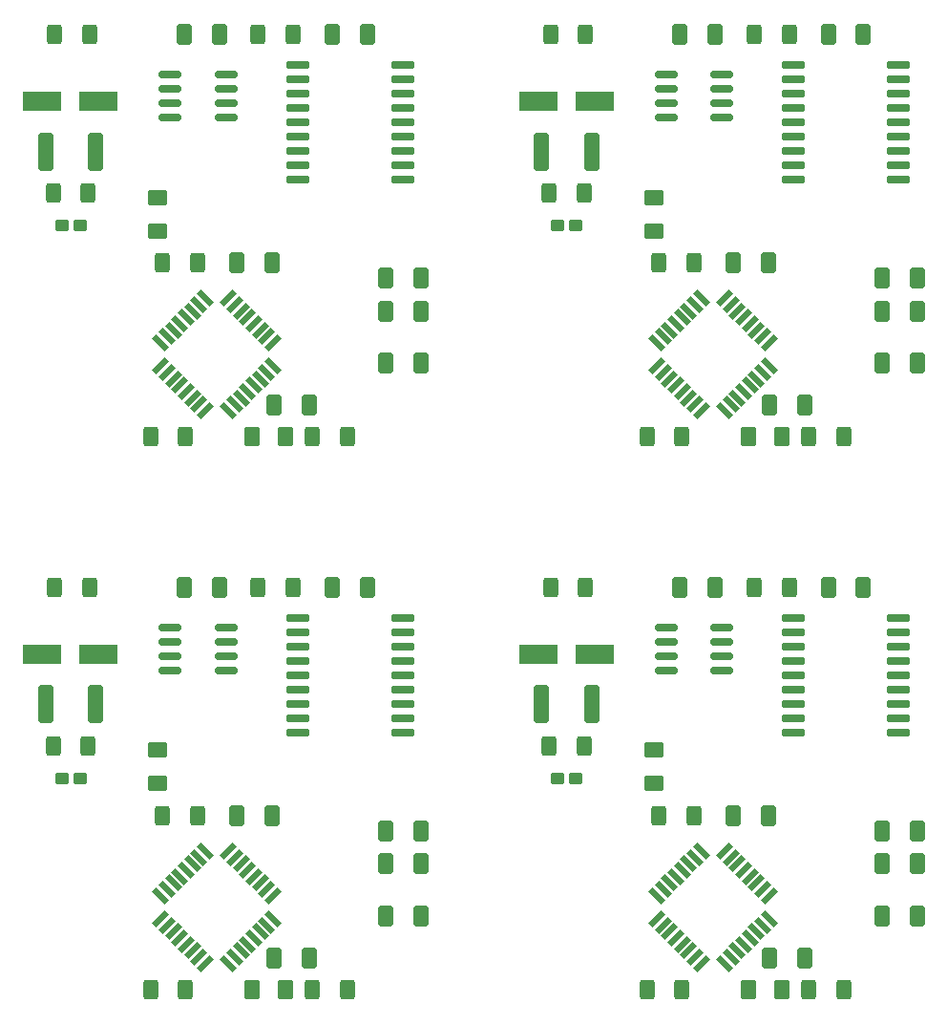
<source format=gtp>
%MOIN*%
%OFA0B0*%
%FSLAX46Y46*%
%IPPOS*%
%LPD*%
%AMRoundRect*
4,1,4,
0.07874015748031496,0.11811023622047245,
0.15748031496062992,0.19685039370078741,
0.23622047244094491,0.27559055118110237,
0.31496062992125984,0.35433070866141736,
0.07874015748031496,0.11811023622047245,
0*
1,1,$1,$2,$3*
1,1,$1,$2,$3*
1,1,$1,$2,$3*
1,1,$1,$2,$3*
20,1,$1,$2,$3,$4,$5,0*
20,1,$1,$2,$3,$4,$5,0*
20,1,$1,$2,$3,$4,$5,0*
20,1,$1,$2,$3,$4,$5,0*%
%AMRotRect*
21,1,$1,$2,0,0,$3*%
%AMCOMP36*
4,1,3,
0.014615396067832187,0.029926763376989712,
-0.029926763376989712,-0.014615396067832182,
-0.014615396067832187,-0.029926763376989712,
0.029926763376989712,0.014615396067832182,
0*%
%AMCOMP37*
4,1,3,
0.029926763376989712,-0.014615396067832187,
-0.014615396067832182,0.029926763376989712,
-0.029926763376989712,0.014615396067832187,
0.014615396067832182,-0.029926763376989712,
0*%
%AMCOMP38*
4,1,3,
-0.032480314960629919,-0.005905511811023622,
0.032480314960629919,-0.005905511811023622,
0.032480314960629919,0.005905511811023622,
-0.032480314960629919,0.005905511811023622,
0*
4,1,19,
-0.032480314960629919,0,
-0.03065541145054165,-0.00028903632109161348,
-0.029009142210871225,-0.0011278523954235389,
-0.027702655545029837,-0.0024343390612649222,
-0.026863839470697915,-0.00408060830093535,
-0.026574803149606297,-0.005905511811023622,
-0.026863839470697912,-0.007730415321111894,
-0.027702655545029837,-0.0093766845607823213,
-0.029009142210871218,-0.010683171226623704,
-0.03065541145054165,-0.011521987300955629,
-0.032480314960629919,-0.011811023622047244,
-0.0343052184707182,-0.011521987300955629,
-0.03595148771038862,-0.010683171226623706,
-0.037257974376230005,-0.0093766845607823231,
-0.038096790450561926,-0.0077304153211118949,
-0.038385826771653545,-0.0059055118110236228,
-0.038096790450561933,-0.0040806083009353507,
-0.037257974376230005,-0.0024343390612649239,
-0.03595148771038862,-0.0011278523954235395,
-0.034305218470718192,-0.00028903632109161348,
0*
4,1,19,
0.032480314960629919,0,
0.034305218470718192,-0.00028903632109161348,
0.03595148771038862,-0.0011278523954235389,
0.037257974376230005,-0.0024343390612649222,
0.038096790450561926,-0.00408060830093535,
0.038385826771653545,-0.005905511811023622,
0.038096790450561933,-0.007730415321111894,
0.037257974376230005,-0.0093766845607823213,
0.03595148771038862,-0.010683171226623704,
0.034305218470718192,-0.011521987300955629,
0.032480314960629919,-0.011811023622047244,
0.030655411450541646,-0.011521987300955629,
0.029009142210871225,-0.010683171226623706,
0.02770265554502984,-0.0093766845607823231,
0.026863839470697915,-0.0077304153211118949,
0.026574803149606297,-0.0059055118110236228,
0.026863839470697912,-0.0040806083009353507,
0.027702655545029837,-0.0024343390612649239,
0.029009142210871218,-0.0011278523954235395,
0.03065541145054165,-0.00028903632109161348,
0*
4,1,19,
0.032480314960629919,0.011811023622047244,
0.034305218470718192,0.011521987300955629,
0.03595148771038862,0.010683171226623704,
0.037257974376230005,0.0093766845607823213,
0.038096790450561926,0.0077304153211118949,
0.038385826771653545,0.005905511811023622,
0.038096790450561933,0.0040806083009353507,
0.037257974376230005,0.002434339061264923,
0.03595148771038862,0.0011278523954235395,
0.034305218470718192,0.00028903632109161348,
0.032480314960629919,0,
0.030655411450541646,0.00028903632109161348,
0.029009142210871225,0.0011278523954235378,
0.02770265554502984,0.0024343390612649217,
0.026863839470697915,0.00408060830093535,
0.026574803149606297,0.0059055118110236211,
0.026863839470697912,0.0077304153211118923,
0.027702655545029837,0.0093766845607823213,
0.029009142210871218,0.010683171226623704,
0.03065541145054165,0.011521987300955629,
0*
4,1,19,
-0.032480314960629919,0.011811023622047244,
-0.03065541145054165,0.011521987300955629,
-0.029009142210871225,0.010683171226623704,
-0.027702655545029837,0.0093766845607823213,
-0.026863839470697915,0.0077304153211118949,
-0.026574803149606297,0.005905511811023622,
-0.026863839470697912,0.0040806083009353507,
-0.027702655545029837,0.002434339061264923,
-0.029009142210871218,0.0011278523954235395,
-0.03065541145054165,0.00028903632109161348,
-0.032480314960629919,0,
-0.0343052184707182,0.00028903632109161348,
-0.03595148771038862,0.0011278523954235378,
-0.037257974376230005,0.0024343390612649217,
-0.038096790450561926,0.00408060830093535,
-0.038385826771653545,0.0059055118110236211,
-0.038096790450561933,0.0077304153211118923,
-0.037257974376230005,0.0093766845607823213,
-0.03595148771038862,0.010683171226623704,
-0.034305218470718192,0.011521987300955629,
0*
4,1,3,
-0.032480314960629919,-0.011811023622047244,
-0.032480314960629919,0,
0.032480314960629919,0,
0.032480314960629919,-0.011811023622047244,
0*
4,1,3,
0.038385826771653545,-0.005905511811023622,
0.026574803149606297,-0.005905511811023622,
0.026574803149606297,0.005905511811023622,
0.038385826771653545,0.005905511811023622,
0*
4,1,3,
0.032480314960629919,0.011811023622047244,
0.032480314960629919,0,
-0.032480314960629919,0,
-0.032480314960629919,0.011811023622047244,
0*
4,1,3,
-0.038385826771653545,0.005905511811023622,
-0.026574803149606297,0.005905511811023622,
-0.026574803149606297,-0.005905511811023622,
-0.038385826771653545,-0.005905511811023622,
0*%
%AMCOMP39*
4,1,3,
-0.034448818897637797,-0.005905511811023622,
0.034448818897637797,-0.005905511811023622,
0.034448818897637797,0.005905511811023622,
-0.034448818897637797,0.005905511811023622,
0*
4,1,19,
-0.034448818897637797,0,
-0.032623915387549524,-0.00028903632109161348,
-0.0309776461478791,-0.0011278523954235389,
-0.029671159482037711,-0.0024343390612649222,
-0.028832343407705789,-0.00408060830093535,
-0.028543307086614175,-0.005905511811023622,
-0.028832343407705786,-0.007730415321111894,
-0.029671159482037711,-0.0093766845607823213,
-0.030977646147879095,-0.010683171226623704,
-0.032623915387549524,-0.011521987300955629,
-0.034448818897637797,-0.011811023622047244,
-0.036273722407726076,-0.011521987300955629,
-0.0379199916473965,-0.010683171226623706,
-0.039226478313237875,-0.0093766845607823231,
-0.040065294387569804,-0.0077304153211118949,
-0.040354330708661415,-0.0059055118110236228,
-0.040065294387569804,-0.0040806083009353507,
-0.039226478313237882,-0.0024343390612649239,
-0.0379199916473965,-0.0011278523954235395,
-0.036273722407726069,-0.00028903632109161348,
0*
4,1,19,
0.034448818897637797,0,
0.036273722407726069,-0.00028903632109161348,
0.0379199916473965,-0.0011278523954235389,
0.039226478313237882,-0.0024343390612649222,
0.040065294387569804,-0.00408060830093535,
0.040354330708661415,-0.005905511811023622,
0.040065294387569804,-0.007730415321111894,
0.039226478313237882,-0.0093766845607823213,
0.0379199916473965,-0.010683171226623704,
0.036273722407726069,-0.011521987300955629,
0.034448818897637797,-0.011811023622047244,
0.032623915387549524,-0.011521987300955629,
0.0309776461478791,-0.010683171226623706,
0.029671159482037718,-0.0093766845607823231,
0.028832343407705789,-0.0077304153211118949,
0.028543307086614175,-0.0059055118110236228,
0.028832343407705786,-0.0040806083009353507,
0.029671159482037711,-0.0024343390612649239,
0.030977646147879095,-0.0011278523954235395,
0.032623915387549524,-0.00028903632109161348,
0*
4,1,19,
0.034448818897637797,0.011811023622047244,
0.036273722407726069,0.011521987300955629,
0.0379199916473965,0.010683171226623704,
0.039226478313237882,0.0093766845607823213,
0.040065294387569804,0.0077304153211118949,
0.040354330708661415,0.005905511811023622,
0.040065294387569804,0.0040806083009353507,
0.039226478313237882,0.002434339061264923,
0.0379199916473965,0.0011278523954235395,
0.036273722407726069,0.00028903632109161348,
0.034448818897637797,0,
0.032623915387549524,0.00028903632109161348,
0.0309776461478791,0.0011278523954235378,
0.029671159482037718,0.0024343390612649217,
0.028832343407705789,0.00408060830093535,
0.028543307086614175,0.0059055118110236211,
0.028832343407705786,0.0077304153211118923,
0.029671159482037711,0.0093766845607823213,
0.030977646147879095,0.010683171226623704,
0.032623915387549524,0.011521987300955629,
0*
4,1,19,
-0.034448818897637797,0.011811023622047244,
-0.032623915387549524,0.011521987300955629,
-0.0309776461478791,0.010683171226623704,
-0.029671159482037711,0.0093766845607823213,
-0.028832343407705789,0.0077304153211118949,
-0.028543307086614175,0.005905511811023622,
-0.028832343407705786,0.0040806083009353507,
-0.029671159482037711,0.002434339061264923,
-0.030977646147879095,0.0011278523954235395,
-0.032623915387549524,0.00028903632109161348,
-0.034448818897637797,0,
-0.036273722407726076,0.00028903632109161348,
-0.0379199916473965,0.0011278523954235378,
-0.039226478313237875,0.0024343390612649217,
-0.040065294387569804,0.00408060830093535,
-0.040354330708661415,0.0059055118110236211,
-0.040065294387569804,0.0077304153211118923,
-0.039226478313237882,0.0093766845607823213,
-0.0379199916473965,0.010683171226623704,
-0.036273722407726069,0.011521987300955629,
0*
4,1,3,
-0.034448818897637797,-0.011811023622047244,
-0.034448818897637797,0,
0.034448818897637797,0,
0.034448818897637797,-0.011811023622047244,
0*
4,1,3,
0.040354330708661415,-0.005905511811023622,
0.028543307086614175,-0.005905511811023622,
0.028543307086614175,0.005905511811023622,
0.040354330708661415,0.005905511811023622,
0*
4,1,3,
0.034448818897637797,0.011811023622047244,
0.034448818897637797,0,
-0.034448818897637797,0,
-0.034448818897637797,0.011811023622047244,
0*
4,1,3,
-0.040354330708661415,0.005905511811023622,
-0.028543307086614175,0.005905511811023622,
-0.028543307086614175,-0.005905511811023622,
-0.040354330708661415,-0.005905511811023622,
0*%
%AMCOMP40*
4,1,3,
-0.015748031496062995,-0.024606299212598427,
0.015748031496062995,-0.024606299212598427,
0.015748031496062995,0.024606299212598427,
-0.015748031496062995,0.024606299212598427,
0*
4,1,19,
-0.015748031496062995,-0.014763779527559057,
-0.012706525645915873,-0.015245506729378409,
-0.0099627435797984935,-0.016643533519931621,
-0.0077852658033961877,-0.018821011296333928,
-0.0063872390128429787,-0.021564793362451307,
-0.0059055118110236228,-0.024606299212598427,
-0.006387239012842977,-0.027647805062745546,
-0.0077852658033961877,-0.030391587128862925,
-0.0099627435797984918,-0.032569064905265233,
-0.012706525645915873,-0.033967091695818442,
-0.015748031496062992,-0.034448818897637797,
-0.018789537346210118,-0.033967091695818442,
-0.02153331941232749,-0.032569064905265233,
-0.0237107971887298,-0.030391587128862928,
-0.025108823979283011,-0.027647805062745546,
-0.025590551181102365,-0.024606299212598427,
-0.025108823979283011,-0.021564793362451307,
-0.0237107971887298,-0.018821011296333928,
-0.021533319412327497,-0.016643533519931621,
-0.018789537346210118,-0.015245506729378409,
0*
4,1,19,
0.015748031496062995,-0.014763779527559057,
0.018789537346210115,-0.015245506729378409,
0.02153331941232749,-0.016643533519931621,
0.0237107971887298,-0.018821011296333928,
0.025108823979283011,-0.021564793362451307,
0.025590551181102365,-0.024606299212598427,
0.025108823979283011,-0.027647805062745546,
0.0237107971887298,-0.030391587128862925,
0.021533319412327497,-0.032569064905265233,
0.018789537346210115,-0.033967091695818442,
0.015748031496062995,-0.034448818897637797,
0.012706525645915871,-0.033967091695818442,
0.009962743579798497,-0.032569064905265233,
0.0077852658033961885,-0.030391587128862928,
0.0063872390128429787,-0.027647805062745546,
0.0059055118110236228,-0.024606299212598427,
0.006387239012842977,-0.021564793362451307,
0.0077852658033961868,-0.018821011296333928,
0.0099627435797984918,-0.016643533519931621,
0.012706525645915871,-0.015245506729378409,
0*
4,1,19,
0.015748031496062995,0.034448818897637797,
0.018789537346210115,0.033967091695818442,
0.02153331941232749,0.032569064905265233,
0.0237107971887298,0.030391587128862928,
0.025108823979283011,0.027647805062745546,
0.025590551181102365,0.024606299212598427,
0.025108823979283011,0.021564793362451307,
0.0237107971887298,0.018821011296333928,
0.021533319412327497,0.016643533519931621,
0.018789537346210115,0.015245506729378409,
0.015748031496062995,0.014763779527559057,
0.012706525645915871,0.015245506729378409,
0.009962743579798497,0.016643533519931621,
0.0077852658033961885,0.018821011296333925,
0.0063872390128429787,0.021564793362451307,
0.0059055118110236228,0.024606299212598427,
0.006387239012842977,0.027647805062745546,
0.0077852658033961868,0.030391587128862925,
0.0099627435797984918,0.032569064905265233,
0.012706525645915871,0.033967091695818442,
0*
4,1,19,
-0.015748031496062995,0.034448818897637797,
-0.012706525645915873,0.033967091695818442,
-0.0099627435797984935,0.032569064905265233,
-0.0077852658033961877,0.030391587128862928,
-0.0063872390128429787,0.027647805062745546,
-0.0059055118110236228,0.024606299212598427,
-0.006387239012842977,0.021564793362451307,
-0.0077852658033961877,0.018821011296333928,
-0.0099627435797984918,0.016643533519931621,
-0.012706525645915873,0.015245506729378409,
-0.015748031496062992,0.014763779527559057,
-0.018789537346210118,0.015245506729378409,
-0.02153331941232749,0.016643533519931621,
-0.0237107971887298,0.018821011296333925,
-0.025108823979283011,0.021564793362451307,
-0.025590551181102365,0.024606299212598427,
-0.025108823979283011,0.027647805062745546,
-0.0237107971887298,0.030391587128862925,
-0.021533319412327497,0.032569064905265233,
-0.018789537346210118,0.033967091695818442,
0*
4,1,3,
-0.015748031496062995,-0.034448818897637797,
-0.015748031496062995,-0.014763779527559057,
0.015748031496062995,-0.014763779527559057,
0.015748031496062995,-0.034448818897637797,
0*
4,1,3,
0.025590551181102365,-0.024606299212598427,
0.0059055118110236228,-0.024606299212598427,
0.0059055118110236228,0.024606299212598427,
0.025590551181102365,0.024606299212598427,
0*
4,1,3,
0.015748031496062995,0.034448818897637797,
0.015748031496062995,0.014763779527559057,
-0.015748031496062995,0.014763779527559057,
-0.015748031496062995,0.034448818897637797,
0*
4,1,3,
-0.025590551181102365,0.024606299212598427,
-0.0059055118110236228,0.024606299212598427,
-0.0059055118110236228,-0.024606299212598427,
-0.025590551181102365,-0.024606299212598427,
0*%
%AMCOMP41*
4,1,3,
0.015748031496062995,0.024606299212598427,
-0.015748031496062995,0.024606299212598427,
-0.015748031496062995,-0.024606299212598427,
0.015748031496062995,-0.024606299212598427,
0*
4,1,19,
0.015748031496062995,0.034448818897637797,
0.018789537346210115,0.033967091695818442,
0.02153331941232749,0.032569064905265233,
0.0237107971887298,0.030391587128862928,
0.025108823979283011,0.027647805062745546,
0.025590551181102365,0.024606299212598427,
0.025108823979283011,0.021564793362451307,
0.0237107971887298,0.018821011296333928,
0.021533319412327497,0.016643533519931621,
0.018789537346210115,0.015245506729378409,
0.015748031496062995,0.014763779527559057,
0.012706525645915871,0.015245506729378409,
0.009962743579798497,0.016643533519931621,
0.0077852658033961885,0.018821011296333925,
0.0063872390128429787,0.021564793362451307,
0.0059055118110236228,0.024606299212598427,
0.006387239012842977,0.027647805062745546,
0.0077852658033961868,0.030391587128862925,
0.0099627435797984918,0.032569064905265233,
0.012706525645915871,0.033967091695818442,
0*
4,1,19,
-0.015748031496062995,0.034448818897637797,
-0.012706525645915873,0.033967091695818442,
-0.0099627435797984935,0.032569064905265233,
-0.0077852658033961877,0.030391587128862928,
-0.0063872390128429787,0.027647805062745546,
-0.0059055118110236228,0.024606299212598427,
-0.006387239012842977,0.021564793362451307,
-0.0077852658033961877,0.018821011296333928,
-0.0099627435797984918,0.016643533519931621,
-0.012706525645915873,0.015245506729378409,
-0.015748031496062992,0.014763779527559057,
-0.018789537346210118,0.015245506729378409,
-0.02153331941232749,0.016643533519931621,
-0.0237107971887298,0.018821011296333925,
-0.025108823979283011,0.021564793362451307,
-0.025590551181102365,0.024606299212598427,
-0.025108823979283011,0.027647805062745546,
-0.0237107971887298,0.030391587128862925,
-0.021533319412327497,0.032569064905265233,
-0.018789537346210118,0.033967091695818442,
0*
4,1,19,
-0.015748031496062995,-0.014763779527559057,
-0.012706525645915873,-0.015245506729378409,
-0.0099627435797984935,-0.016643533519931621,
-0.0077852658033961877,-0.018821011296333928,
-0.0063872390128429787,-0.021564793362451307,
-0.0059055118110236228,-0.024606299212598427,
-0.006387239012842977,-0.027647805062745546,
-0.0077852658033961877,-0.030391587128862925,
-0.0099627435797984918,-0.032569064905265233,
-0.012706525645915873,-0.033967091695818442,
-0.015748031496062992,-0.034448818897637797,
-0.018789537346210118,-0.033967091695818442,
-0.02153331941232749,-0.032569064905265233,
-0.0237107971887298,-0.030391587128862928,
-0.025108823979283011,-0.027647805062745546,
-0.025590551181102365,-0.024606299212598427,
-0.025108823979283011,-0.021564793362451307,
-0.0237107971887298,-0.018821011296333928,
-0.021533319412327497,-0.016643533519931621,
-0.018789537346210118,-0.015245506729378409,
0*
4,1,19,
0.015748031496062995,-0.014763779527559057,
0.018789537346210115,-0.015245506729378409,
0.02153331941232749,-0.016643533519931621,
0.0237107971887298,-0.018821011296333928,
0.025108823979283011,-0.021564793362451307,
0.025590551181102365,-0.024606299212598427,
0.025108823979283011,-0.027647805062745546,
0.0237107971887298,-0.030391587128862925,
0.021533319412327497,-0.032569064905265233,
0.018789537346210115,-0.033967091695818442,
0.015748031496062995,-0.034448818897637797,
0.012706525645915871,-0.033967091695818442,
0.009962743579798497,-0.032569064905265233,
0.0077852658033961885,-0.030391587128862928,
0.0063872390128429787,-0.027647805062745546,
0.0059055118110236228,-0.024606299212598427,
0.006387239012842977,-0.021564793362451307,
0.0077852658033961868,-0.018821011296333928,
0.0099627435797984918,-0.016643533519931621,
0.012706525645915871,-0.015245506729378409,
0*
4,1,3,
0.015748031496062995,0.034448818897637797,
0.015748031496062995,0.014763779527559057,
-0.015748031496062995,0.014763779527559057,
-0.015748031496062995,0.034448818897637797,
0*
4,1,3,
-0.025590551181102365,0.024606299212598427,
-0.0059055118110236228,0.024606299212598427,
-0.0059055118110236228,-0.024606299212598427,
-0.025590551181102365,-0.024606299212598427,
0*
4,1,3,
-0.015748031496062995,-0.034448818897637797,
-0.015748031496062995,-0.014763779527559057,
0.015748031496062995,-0.014763779527559057,
0.015748031496062995,-0.034448818897637797,
0*
4,1,3,
0.025590551181102365,-0.024606299212598427,
0.0059055118110236228,-0.024606299212598427,
0.0059055118110236228,0.024606299212598427,
0.025590551181102365,0.024606299212598427,
0*%
%AMCOMP42*
4,1,3,
0.015748031496062995,0.057086614173228349,
-0.015748031496062995,0.057086614173228349,
-0.015748031496062995,-0.057086614173228349,
0.015748031496062995,-0.057086614173228349,
0*
4,1,19,
0.015748031496062995,0.066929133858267723,
0.018789537346210115,0.066447406656448368,
0.02153331941232749,0.065049379865895152,
0.0237107971887298,0.062871902089492851,
0.025108823979283011,0.060128120023375468,
0.025590551181102365,0.057086614173228349,
0.025108823979283011,0.05404510832308123,
0.0237107971887298,0.051301326256963847,
0.021533319412327497,0.04912384848056154,
0.018789537346210115,0.04772582169000833,
0.015748031496062995,0.047244094488188976,
0.012706525645915871,0.04772582169000833,
0.009962743579798497,0.04912384848056154,
0.0077852658033961885,0.051301326256963847,
0.0063872390128429787,0.05404510832308123,
0.0059055118110236228,0.057086614173228349,
0.006387239012842977,0.060128120023375468,
0.0077852658033961868,0.062871902089492837,
0.0099627435797984918,0.065049379865895152,
0.012706525645915871,0.066447406656448368,
0*
4,1,19,
-0.015748031496062995,0.066929133858267723,
-0.012706525645915873,0.066447406656448368,
-0.0099627435797984935,0.065049379865895152,
-0.0077852658033961877,0.062871902089492851,
-0.0063872390128429787,0.060128120023375468,
-0.0059055118110236228,0.057086614173228349,
-0.006387239012842977,0.05404510832308123,
-0.0077852658033961877,0.051301326256963847,
-0.0099627435797984918,0.04912384848056154,
-0.012706525645915873,0.04772582169000833,
-0.015748031496062992,0.047244094488188976,
-0.018789537346210118,0.04772582169000833,
-0.02153331941232749,0.04912384848056154,
-0.0237107971887298,0.051301326256963847,
-0.025108823979283011,0.05404510832308123,
-0.025590551181102365,0.057086614173228349,
-0.025108823979283011,0.060128120023375468,
-0.0237107971887298,0.062871902089492837,
-0.021533319412327497,0.065049379865895152,
-0.018789537346210118,0.066447406656448368,
0*
4,1,19,
-0.015748031496062995,-0.047244094488188976,
-0.012706525645915873,-0.04772582169000833,
-0.0099627435797984935,-0.04912384848056154,
-0.0077852658033961877,-0.051301326256963847,
-0.0063872390128429787,-0.05404510832308123,
-0.0059055118110236228,-0.057086614173228349,
-0.006387239012842977,-0.060128120023375468,
-0.0077852658033961877,-0.062871902089492851,
-0.0099627435797984918,-0.065049379865895152,
-0.012706525645915873,-0.066447406656448368,
-0.015748031496062992,-0.066929133858267723,
-0.018789537346210118,-0.066447406656448368,
-0.02153331941232749,-0.065049379865895152,
-0.0237107971887298,-0.062871902089492851,
-0.025108823979283011,-0.060128120023375468,
-0.025590551181102365,-0.057086614173228349,
-0.025108823979283011,-0.05404510832308123,
-0.0237107971887298,-0.051301326256963854,
-0.021533319412327497,-0.04912384848056154,
-0.018789537346210118,-0.04772582169000833,
0*
4,1,19,
0.015748031496062995,-0.047244094488188976,
0.018789537346210115,-0.04772582169000833,
0.02153331941232749,-0.04912384848056154,
0.0237107971887298,-0.051301326256963847,
0.025108823979283011,-0.05404510832308123,
0.025590551181102365,-0.057086614173228349,
0.025108823979283011,-0.060128120023375468,
0.0237107971887298,-0.062871902089492851,
0.021533319412327497,-0.065049379865895152,
0.018789537346210115,-0.066447406656448368,
0.015748031496062995,-0.066929133858267723,
0.012706525645915871,-0.066447406656448368,
0.009962743579798497,-0.065049379865895152,
0.0077852658033961885,-0.062871902089492851,
0.0063872390128429787,-0.060128120023375468,
0.0059055118110236228,-0.057086614173228349,
0.006387239012842977,-0.05404510832308123,
0.0077852658033961868,-0.051301326256963854,
0.0099627435797984918,-0.04912384848056154,
0.012706525645915871,-0.04772582169000833,
0*
4,1,3,
0.015748031496062995,0.066929133858267723,
0.015748031496062995,0.047244094488188976,
-0.015748031496062995,0.047244094488188976,
-0.015748031496062995,0.066929133858267723,
0*
4,1,3,
-0.025590551181102365,0.057086614173228349,
-0.0059055118110236228,0.057086614173228349,
-0.0059055118110236228,-0.057086614173228349,
-0.025590551181102365,-0.057086614173228349,
0*
4,1,3,
-0.015748031496062995,-0.066929133858267723,
-0.015748031496062995,-0.047244094488188976,
0.015748031496062995,-0.047244094488188976,
0.015748031496062995,-0.066929133858267723,
0*
4,1,3,
0.025590551181102365,-0.057086614173228349,
0.0059055118110236228,-0.057086614173228349,
0.0059055118110236228,0.057086614173228349,
0.025590551181102365,0.057086614173228349,
0*%
%AMCOMP43*
4,1,3,
0.024606259842519684,-0.018208622047244095,
0.024606259842519684,0.018208622047244095,
-0.024606259842519684,0.018208622047244095,
-0.024606259842519684,-0.018208622047244095,
0*
4,1,19,
0.024606259842519684,-0.008366062992125986,
0.027647777858690204,-0.008847792120854148,
0.030391570899935851,-0.010245824503514521,
0.03256905738624926,-0.01242331098982793,
0.033967089768909629,-0.015167104031073573,
0.034448818897637797,-0.018208622047244095,
0.033967089768909636,-0.021250140063414615,
0.03256905738624926,-0.023993933104660262,
0.030391570899935851,-0.026171419590973667,
0.027647777858690204,-0.02756945197363404,
0.024606259842519684,-0.028051181102362203,
0.021564741826349161,-0.02756945197363404,
0.018820948785103521,-0.026171419590973674,
0.016643462298790112,-0.023993933104660262,
0.015245429916129739,-0.021250140063414618,
0.014763700787401576,-0.018208622047244098,
0.015245429916129738,-0.015167104031073575,
0.016643462298790108,-0.012423310989827935,
0.018820948785103521,-0.010245824503514522,
0.021564741826349161,-0.008847792120854148,
0*
4,1,19,
0.024606259842519684,0.028051181102362203,
0.027647777858690204,0.02756945197363404,
0.030391570899935851,0.026171419590973667,
0.03256905738624926,0.023993933104660262,
0.033967089768909629,0.021250140063414615,
0.034448818897637797,0.018208622047244095,
0.033967089768909636,0.015167104031073575,
0.03256905738624926,0.012423310989827933,
0.030391570899935851,0.010245824503514522,
0.027647777858690204,0.008847792120854148,
0.024606259842519684,0.008366062992125986,
0.021564741826349161,0.008847792120854148,
0.018820948785103521,0.010245824503514517,
0.016643462298790112,0.01242331098982793,
0.015245429916129739,0.015167104031073573,
0.014763700787401576,0.018208622047244095,
0.015245429916129738,0.021250140063414615,
0.016643462298790108,0.023993933104660255,
0.018820948785103521,0.026171419590973667,
0.021564741826349161,0.02756945197363404,
0*
4,1,19,
-0.024606259842519684,0.028051181102362203,
-0.021564741826349165,0.02756945197363404,
-0.018820948785103521,0.026171419590973667,
-0.016643462298790108,0.023993933104660262,
-0.015245429916129739,0.021250140063414615,
-0.014763700787401576,0.018208622047244095,
-0.015245429916129738,0.015167104031073575,
-0.016643462298790108,0.012423310989827933,
-0.018820948785103521,0.010245824503514522,
-0.021564741826349165,0.008847792120854148,
-0.024606259842519684,0.008366062992125986,
-0.027647777858690208,0.008847792120854148,
-0.030391570899935848,0.010245824503514517,
-0.03256905738624926,0.01242331098982793,
-0.033967089768909629,0.015167104031073573,
-0.034448818897637797,0.018208622047244095,
-0.033967089768909636,0.021250140063414615,
-0.03256905738624926,0.023993933104660255,
-0.030391570899935851,0.026171419590973667,
-0.027647777858690208,0.02756945197363404,
0*
4,1,19,
-0.024606259842519684,-0.008366062992125986,
-0.021564741826349165,-0.008847792120854148,
-0.018820948785103521,-0.010245824503514521,
-0.016643462298790108,-0.01242331098982793,
-0.015245429916129739,-0.015167104031073573,
-0.014763700787401576,-0.018208622047244095,
-0.015245429916129738,-0.021250140063414615,
-0.016643462298790108,-0.023993933104660262,
-0.018820948785103521,-0.026171419590973667,
-0.021564741826349165,-0.02756945197363404,
-0.024606259842519684,-0.028051181102362203,
-0.027647777858690208,-0.02756945197363404,
-0.030391570899935848,-0.026171419590973674,
-0.03256905738624926,-0.023993933104660262,
-0.033967089768909629,-0.021250140063414618,
-0.034448818897637797,-0.018208622047244098,
-0.033967089768909636,-0.015167104031073575,
-0.03256905738624926,-0.012423310989827935,
-0.030391570899935851,-0.010245824503514522,
-0.027647777858690208,-0.008847792120854148,
0*
4,1,3,
0.034448818897637797,-0.018208622047244095,
0.014763700787401576,-0.018208622047244095,
0.014763700787401576,0.018208622047244095,
0.034448818897637797,0.018208622047244095,
0*
4,1,3,
0.024606259842519684,0.028051181102362203,
0.024606259842519684,0.008366062992125986,
-0.024606259842519684,0.008366062992125986,
-0.024606259842519684,0.028051181102362203,
0*
4,1,3,
-0.034448818897637797,0.018208622047244095,
-0.014763700787401576,0.018208622047244095,
-0.014763700787401576,-0.018208622047244095,
-0.034448818897637797,-0.018208622047244095,
0*
4,1,3,
-0.024606259842519684,-0.028051181102362203,
-0.024606259842519684,-0.008366062992125986,
0.024606259842519684,-0.008366062992125986,
0.024606259842519684,-0.028051181102362203,
0*%
%AMCOMP44*
4,1,3,
-0.018208622047244095,-0.024606259842519684,
0.018208622047244095,-0.024606259842519684,
0.018208622047244095,0.024606259842519684,
-0.018208622047244095,0.024606259842519684,
0*
4,1,19,
-0.018208622047244095,-0.014763700787401576,
-0.015167104031073575,-0.015245429916129739,
-0.01242331098982793,-0.016643462298790108,
-0.010245824503514521,-0.018820948785103521,
-0.008847792120854148,-0.021564741826349165,
-0.008366062992125986,-0.024606259842519684,
-0.0088477921208541463,-0.027647777858690204,
-0.010245824503514521,-0.030391570899935848,
-0.01242331098982793,-0.03256905738624926,
-0.015167104031073573,-0.033967089768909629,
-0.018208622047244095,-0.034448818897637797,
-0.021250140063414618,-0.033967089768909629,
-0.023993933104660262,-0.03256905738624926,
-0.026171419590973667,-0.030391570899935851,
-0.02756945197363404,-0.027647777858690208,
-0.028051181102362203,-0.024606259842519684,
-0.02756945197363404,-0.021564741826349165,
-0.026171419590973674,-0.018820948785103524,
-0.023993933104660262,-0.016643462298790112,
-0.021250140063414618,-0.015245429916129739,
0*
4,1,19,
0.018208622047244095,-0.014763700787401576,
0.021250140063414615,-0.015245429916129739,
0.023993933104660262,-0.016643462298790108,
0.026171419590973667,-0.018820948785103521,
0.02756945197363404,-0.021564741826349165,
0.028051181102362203,-0.024606259842519684,
0.02756945197363404,-0.027647777858690204,
0.026171419590973667,-0.030391570899935848,
0.023993933104660262,-0.03256905738624926,
0.021250140063414618,-0.033967089768909629,
0.018208622047244098,-0.034448818897637797,
0.015167104031073571,-0.033967089768909629,
0.012423310989827933,-0.03256905738624926,
0.010245824503514522,-0.030391570899935851,
0.008847792120854148,-0.027647777858690208,
0.008366062992125986,-0.024606259842519684,
0.0088477921208541463,-0.021564741826349165,
0.010245824503514517,-0.018820948785103524,
0.01242331098982793,-0.016643462298790112,
0.015167104031073571,-0.015245429916129739,
0*
4,1,19,
0.018208622047244095,0.034448818897637797,
0.021250140063414615,0.033967089768909629,
0.023993933104660262,0.03256905738624926,
0.026171419590973667,0.030391570899935851,
0.02756945197363404,0.027647777858690204,
0.028051181102362203,0.024606259842519684,
0.02756945197363404,0.021564741826349165,
0.026171419590973667,0.018820948785103521,
0.023993933104660262,0.016643462298790112,
0.021250140063414618,0.015245429916129739,
0.018208622047244098,0.014763700787401576,
0.015167104031073571,0.015245429916129739,
0.012423310989827933,0.016643462298790108,
0.010245824503514522,0.018820948785103521,
0.008847792120854148,0.021564741826349161,
0.008366062992125986,0.024606259842519684,
0.0088477921208541463,0.027647777858690204,
0.010245824503514517,0.030391570899935848,
0.01242331098982793,0.03256905738624926,
0.015167104031073571,0.033967089768909629,
0*
4,1,19,
-0.018208622047244095,0.034448818897637797,
-0.015167104031073575,0.033967089768909629,
-0.01242331098982793,0.03256905738624926,
-0.010245824503514521,0.030391570899935851,
-0.008847792120854148,0.027647777858690204,
-0.008366062992125986,0.024606259842519684,
-0.0088477921208541463,0.021564741826349165,
-0.010245824503514521,0.018820948785103521,
-0.01242331098982793,0.016643462298790112,
-0.015167104031073573,0.015245429916129739,
-0.018208622047244095,0.014763700787401576,
-0.021250140063414618,0.015245429916129739,
-0.023993933104660262,0.016643462298790108,
-0.026171419590973667,0.018820948785103521,
-0.02756945197363404,0.021564741826349161,
-0.028051181102362203,0.024606259842519684,
-0.02756945197363404,0.027647777858690204,
-0.026171419590973674,0.030391570899935848,
-0.023993933104660262,0.03256905738624926,
-0.021250140063414618,0.033967089768909629,
0*
4,1,3,
-0.018208622047244095,-0.034448818897637797,
-0.018208622047244095,-0.014763700787401576,
0.018208622047244095,-0.014763700787401576,
0.018208622047244095,-0.034448818897637797,
0*
4,1,3,
0.028051181102362203,-0.024606259842519684,
0.008366062992125986,-0.024606259842519684,
0.008366062992125986,0.024606259842519684,
0.028051181102362203,0.024606259842519684,
0*
4,1,3,
0.018208622047244095,0.034448818897637797,
0.018208622047244095,0.014763700787401576,
-0.018208622047244095,0.014763700787401576,
-0.018208622047244095,0.034448818897637797,
0*
4,1,3,
-0.028051181102362203,0.024606259842519684,
-0.008366062992125986,0.024606259842519684,
-0.008366062992125986,-0.024606259842519684,
-0.028051181102362203,-0.024606259842519684,
0*%
%AMCOMP45*
4,1,3,
-0.014763779527559057,-0.010826771653543309,
0.014763779527559057,-0.010826771653543309,
0.014763779527559057,0.010826771653543309,
-0.014763779527559057,0.010826771653543309,
0*
4,1,19,
-0.014763779527559057,-0.00098425196850393786,
-0.011722273677411936,-0.0014659791703232931,
-0.0089784916112945565,-0.0028640059608765027,
-0.00680101383489225,-0.0050414837372788086,
-0.00540298704433904,-0.0077852658033961877,
-0.004921259842519685,-0.010826771653543309,
-0.0054029870443390391,-0.01386827750369043,
-0.00680101383489225,-0.016612059569807807,
-0.0089784916112945548,-0.018789537346210115,
-0.011722273677411936,-0.020187564136763324,
-0.014763779527559053,-0.020669291338582679,
-0.017805285377706179,-0.020187564136763324,
-0.020549067443823555,-0.018789537346210115,
-0.022726545220225863,-0.016612059569807811,
-0.024124572010779072,-0.01386827750369043,
-0.024606299212598427,-0.01082677165354331,
-0.024124572010779072,-0.00778526580339619,
-0.022726545220225863,-0.0050414837372788112,
-0.020549067443823558,-0.0028640059608765036,
-0.017805285377706179,-0.0014659791703232931,
0*
4,1,19,
0.014763779527559057,-0.00098425196850393786,
0.017805285377706176,-0.0014659791703232931,
0.020549067443823558,-0.0028640059608765027,
0.022726545220225863,-0.0050414837372788086,
0.024124572010779072,-0.0077852658033961877,
0.024606299212598427,-0.010826771653543309,
0.024124572010779072,-0.01386827750369043,
0.022726545220225863,-0.016612059569807807,
0.020549067443823558,-0.018789537346210115,
0.017805285377706176,-0.020187564136763324,
0.014763779527559058,-0.020669291338582679,
0.011722273677411932,-0.020187564136763324,
0.0089784916112945565,-0.018789537346210115,
0.0068010138348922507,-0.016612059569807811,
0.00540298704433904,-0.01386827750369043,
0.004921259842519685,-0.01082677165354331,
0.0054029870443390391,-0.00778526580339619,
0.0068010138348922489,-0.0050414837372788112,
0.0089784916112945548,-0.0028640059608765036,
0.011722273677411932,-0.0014659791703232931,
0*
4,1,19,
0.014763779527559057,0.020669291338582679,
0.017805285377706176,0.020187564136763324,
0.020549067443823558,0.018789537346210115,
0.022726545220225863,0.016612059569807807,
0.024124572010779072,0.01386827750369043,
0.024606299212598427,0.010826771653543309,
0.024124572010779072,0.0077852658033961885,
0.022726545220225863,0.00504148373727881,
0.020549067443823558,0.0028640059608765036,
0.017805285377706176,0.0014659791703232931,
0.014763779527559058,0.00098425196850393786,
0.011722273677411932,0.0014659791703232931,
0.0089784916112945565,0.0028640059608765014,
0.0068010138348922507,0.0050414837372788077,
0.00540298704433904,0.0077852658033961868,
0.004921259842519685,0.010826771653543307,
0.0054029870443390391,0.013868277503690428,
0.0068010138348922489,0.016612059569807807,
0.0089784916112945548,0.018789537346210115,
0.011722273677411932,0.020187564136763324,
0*
4,1,19,
-0.014763779527559057,0.020669291338582679,
-0.011722273677411936,0.020187564136763324,
-0.0089784916112945565,0.018789537346210115,
-0.00680101383489225,0.016612059569807807,
-0.00540298704433904,0.01386827750369043,
-0.004921259842519685,0.010826771653543309,
-0.0054029870443390391,0.0077852658033961885,
-0.00680101383489225,0.00504148373727881,
-0.0089784916112945548,0.0028640059608765036,
-0.011722273677411936,0.0014659791703232931,
-0.014763779527559053,0.00098425196850393786,
-0.017805285377706179,0.0014659791703232931,
-0.020549067443823555,0.0028640059608765014,
-0.022726545220225863,0.0050414837372788077,
-0.024124572010779072,0.0077852658033961868,
-0.024606299212598427,0.010826771653543307,
-0.024124572010779072,0.013868277503690428,
-0.022726545220225863,0.016612059569807807,
-0.020549067443823558,0.018789537346210115,
-0.017805285377706179,0.020187564136763324,
0*
4,1,3,
-0.014763779527559057,-0.020669291338582679,
-0.014763779527559057,-0.00098425196850393786,
0.014763779527559057,-0.00098425196850393786,
0.014763779527559057,-0.020669291338582679,
0*
4,1,3,
0.024606299212598427,-0.010826771653543309,
0.004921259842519685,-0.010826771653543309,
0.004921259842519685,0.010826771653543309,
0.024606299212598427,0.010826771653543309,
0*
4,1,3,
0.014763779527559057,0.020669291338582679,
0.014763779527559057,0.00098425196850393786,
-0.014763779527559057,0.00098425196850393786,
-0.014763779527559057,0.020669291338582679,
0*
4,1,3,
-0.024606299212598427,0.010826771653543309,
-0.004921259842519685,0.010826771653543309,
-0.004921259842519685,-0.010826771653543309,
-0.024606299212598427,-0.010826771653543309,
0*%
%AMCOMP46*
4,1,3,
-0.01624015748031496,-0.025590551181102365,
0.01624015748031496,-0.025590551181102365,
0.01624015748031496,0.025590551181102365,
-0.01624015748031496,0.025590551181102365,
0*
4,1,19,
-0.01624015748031496,-0.015748031496062995,
-0.01319865163016784,-0.01622975869788235,
-0.010454869564050461,-0.017627785488435559,
-0.0082773917876481553,-0.019805263264837867,
-0.0068793649970949455,-0.022549045330955243,
-0.0063976377952755905,-0.025590551181102365,
-0.0068793649970949437,-0.028632057031249485,
-0.0082773917876481553,-0.03137583909736686,
-0.010454869564050459,-0.033553316873769168,
-0.01319865163016784,-0.034951343664322385,
-0.01624015748031496,-0.035433070866141732,
-0.019281663330462082,-0.034951343664322385,
-0.022025445396579458,-0.033553316873769168,
-0.024202923172981766,-0.031375839097366867,
-0.025600949963534979,-0.028632057031249485,
-0.026082677165354333,-0.025590551181102365,
-0.025600949963534979,-0.02254904533095525,
-0.024202923172981766,-0.019805263264837867,
-0.022025445396579461,-0.017627785488435559,
-0.019281663330462082,-0.01622975869788235,
0*
4,1,19,
0.01624015748031496,-0.015748031496062995,
0.019281663330462082,-0.01622975869788235,
0.022025445396579458,-0.017627785488435559,
0.024202923172981766,-0.019805263264837867,
0.025600949963534979,-0.022549045330955243,
0.026082677165354333,-0.025590551181102365,
0.025600949963534979,-0.028632057031249485,
0.024202923172981766,-0.03137583909736686,
0.022025445396579461,-0.033553316873769168,
0.019281663330462082,-0.034951343664322385,
0.016240157480314963,-0.035433070866141732,
0.013198651630167839,-0.034951343664322385,
0.010454869564050463,-0.033553316873769168,
0.0082773917876481553,-0.031375839097366867,
0.0068793649970949455,-0.028632057031249485,
0.0063976377952755905,-0.025590551181102365,
0.0068793649970949437,-0.02254904533095525,
0.0082773917876481536,-0.019805263264837867,
0.010454869564050459,-0.017627785488435559,
0.013198651630167839,-0.01622975869788235,
0*
4,1,19,
0.01624015748031496,0.035433070866141732,
0.019281663330462082,0.034951343664322385,
0.022025445396579458,0.033553316873769168,
0.024202923172981766,0.03137583909736686,
0.025600949963534979,0.028632057031249485,
0.026082677165354333,0.025590551181102365,
0.025600949963534979,0.022549045330955243,
0.024202923172981766,0.019805263264837867,
0.022025445396579461,0.017627785488435559,
0.019281663330462082,0.01622975869788235,
0.016240157480314963,0.015748031496062995,
0.013198651630167839,0.01622975869788235,
0.010454869564050463,0.017627785488435559,
0.0082773917876481553,0.019805263264837863,
0.0068793649970949455,0.022549045330955243,
0.0063976377952755905,0.025590551181102365,
0.0068793649970949437,0.028632057031249481,
0.0082773917876481536,0.03137583909736686,
0.010454869564050459,0.033553316873769168,
0.013198651630167839,0.034951343664322385,
0*
4,1,19,
-0.01624015748031496,0.035433070866141732,
-0.01319865163016784,0.034951343664322385,
-0.010454869564050461,0.033553316873769168,
-0.0082773917876481553,0.03137583909736686,
-0.0068793649970949455,0.028632057031249485,
-0.0063976377952755905,0.025590551181102365,
-0.0068793649970949437,0.022549045330955243,
-0.0082773917876481553,0.019805263264837867,
-0.010454869564050459,0.017627785488435559,
-0.01319865163016784,0.01622975869788235,
-0.01624015748031496,0.015748031496062995,
-0.019281663330462082,0.01622975869788235,
-0.022025445396579458,0.017627785488435559,
-0.024202923172981766,0.019805263264837863,
-0.025600949963534979,0.022549045330955243,
-0.026082677165354333,0.025590551181102365,
-0.025600949963534979,0.028632057031249481,
-0.024202923172981766,0.03137583909736686,
-0.022025445396579461,0.033553316873769168,
-0.019281663330462082,0.034951343664322385,
0*
4,1,3,
-0.01624015748031496,-0.035433070866141732,
-0.01624015748031496,-0.015748031496062995,
0.01624015748031496,-0.015748031496062995,
0.01624015748031496,-0.035433070866141732,
0*
4,1,3,
0.026082677165354333,-0.025590551181102365,
0.0063976377952755905,-0.025590551181102365,
0.0063976377952755905,0.025590551181102365,
0.026082677165354333,0.025590551181102365,
0*
4,1,3,
0.01624015748031496,0.035433070866141732,
0.01624015748031496,0.015748031496062995,
-0.01624015748031496,0.015748031496062995,
-0.01624015748031496,0.035433070866141732,
0*
4,1,3,
-0.026082677165354333,0.025590551181102365,
-0.0063976377952755905,0.025590551181102365,
-0.0063976377952755905,-0.025590551181102365,
-0.026082677165354333,-0.025590551181102365,
0*%
%AMCOMP47*
4,1,3,
0.01624015748031496,0.025590551181102365,
-0.01624015748031496,0.025590551181102365,
-0.01624015748031496,-0.025590551181102365,
0.01624015748031496,-0.025590551181102365,
0*
4,1,19,
0.01624015748031496,0.035433070866141732,
0.019281663330462082,0.034951343664322385,
0.022025445396579458,0.033553316873769168,
0.024202923172981766,0.03137583909736686,
0.025600949963534979,0.028632057031249485,
0.026082677165354333,0.025590551181102365,
0.025600949963534979,0.022549045330955243,
0.024202923172981766,0.019805263264837867,
0.022025445396579461,0.017627785488435559,
0.019281663330462082,0.01622975869788235,
0.016240157480314963,0.015748031496062995,
0.013198651630167839,0.01622975869788235,
0.010454869564050463,0.017627785488435559,
0.0082773917876481553,0.019805263264837863,
0.0068793649970949455,0.022549045330955243,
0.0063976377952755905,0.025590551181102365,
0.0068793649970949437,0.028632057031249481,
0.0082773917876481536,0.03137583909736686,
0.010454869564050459,0.033553316873769168,
0.013198651630167839,0.034951343664322385,
0*
4,1,19,
-0.01624015748031496,0.035433070866141732,
-0.01319865163016784,0.034951343664322385,
-0.010454869564050461,0.033553316873769168,
-0.0082773917876481553,0.03137583909736686,
-0.0068793649970949455,0.028632057031249485,
-0.0063976377952755905,0.025590551181102365,
-0.0068793649970949437,0.022549045330955243,
-0.0082773917876481553,0.019805263264837867,
-0.010454869564050459,0.017627785488435559,
-0.01319865163016784,0.01622975869788235,
-0.01624015748031496,0.015748031496062995,
-0.019281663330462082,0.01622975869788235,
-0.022025445396579458,0.017627785488435559,
-0.024202923172981766,0.019805263264837863,
-0.025600949963534979,0.022549045330955243,
-0.026082677165354333,0.025590551181102365,
-0.025600949963534979,0.028632057031249481,
-0.024202923172981766,0.03137583909736686,
-0.022025445396579461,0.033553316873769168,
-0.019281663330462082,0.034951343664322385,
0*
4,1,19,
-0.01624015748031496,-0.015748031496062995,
-0.01319865163016784,-0.01622975869788235,
-0.010454869564050461,-0.017627785488435559,
-0.0082773917876481553,-0.019805263264837867,
-0.0068793649970949455,-0.022549045330955243,
-0.0063976377952755905,-0.025590551181102365,
-0.0068793649970949437,-0.028632057031249485,
-0.0082773917876481553,-0.03137583909736686,
-0.010454869564050459,-0.033553316873769168,
-0.01319865163016784,-0.034951343664322385,
-0.01624015748031496,-0.035433070866141732,
-0.019281663330462082,-0.034951343664322385,
-0.022025445396579458,-0.033553316873769168,
-0.024202923172981766,-0.031375839097366867,
-0.025600949963534979,-0.028632057031249485,
-0.026082677165354333,-0.025590551181102365,
-0.025600949963534979,-0.02254904533095525,
-0.024202923172981766,-0.019805263264837867,
-0.022025445396579461,-0.017627785488435559,
-0.019281663330462082,-0.01622975869788235,
0*
4,1,19,
0.01624015748031496,-0.015748031496062995,
0.019281663330462082,-0.01622975869788235,
0.022025445396579458,-0.017627785488435559,
0.024202923172981766,-0.019805263264837867,
0.025600949963534979,-0.022549045330955243,
0.026082677165354333,-0.025590551181102365,
0.025600949963534979,-0.028632057031249485,
0.024202923172981766,-0.03137583909736686,
0.022025445396579461,-0.033553316873769168,
0.019281663330462082,-0.034951343664322385,
0.016240157480314963,-0.035433070866141732,
0.013198651630167839,-0.034951343664322385,
0.010454869564050463,-0.033553316873769168,
0.0082773917876481553,-0.031375839097366867,
0.0068793649970949455,-0.028632057031249485,
0.0063976377952755905,-0.025590551181102365,
0.0068793649970949437,-0.02254904533095525,
0.0082773917876481536,-0.019805263264837867,
0.010454869564050459,-0.017627785488435559,
0.013198651630167839,-0.01622975869788235,
0*
4,1,3,
0.01624015748031496,0.035433070866141732,
0.01624015748031496,0.015748031496062995,
-0.01624015748031496,0.015748031496062995,
-0.01624015748031496,0.035433070866141732,
0*
4,1,3,
-0.026082677165354333,0.025590551181102365,
-0.0063976377952755905,0.025590551181102365,
-0.0063976377952755905,-0.025590551181102365,
-0.026082677165354333,-0.025590551181102365,
0*
4,1,3,
-0.01624015748031496,-0.035433070866141732,
-0.01624015748031496,-0.015748031496062995,
0.01624015748031496,-0.015748031496062995,
0.01624015748031496,-0.035433070866141732,
0*
4,1,3,
0.026082677165354333,-0.025590551181102365,
0.0063976377952755905,-0.025590551181102365,
0.0063976377952755905,0.025590551181102365,
0.026082677165354333,0.025590551181102365,
0*%
%AMRoundRect0*
4,1,4,
0.07874015748031496,0.11811023622047245,
0.15748031496062992,0.19685039370078741,
0.23622047244094491,0.27559055118110237,
0.31496062992125984,0.35433070866141736,
0.07874015748031496,0.11811023622047245,
0*
1,1,$1,$2,$3*
1,1,$1,$2,$3*
1,1,$1,$2,$3*
1,1,$1,$2,$3*
20,1,$1,$2,$3,$4,$5,0*
20,1,$1,$2,$3,$4,$5,0*
20,1,$1,$2,$3,$4,$5,0*
20,1,$1,$2,$3,$4,$5,0*%
%AMRotRect0*
21,1,$1,$2,0,0,$3*%
%AMCOMP830*
4,1,3,
0.014615396067832187,0.029926763376989712,
-0.029926763376989712,-0.014615396067832182,
-0.014615396067832187,-0.029926763376989712,
0.029926763376989712,0.014615396067832182,
0*%
%AMCOMP840*
4,1,3,
0.029926763376989712,-0.014615396067832187,
-0.014615396067832182,0.029926763376989712,
-0.029926763376989712,0.014615396067832187,
0.014615396067832182,-0.029926763376989712,
0*%
%AMCOMP850*
4,1,3,
-0.032480314960629919,-0.005905511811023622,
0.032480314960629919,-0.005905511811023622,
0.032480314960629919,0.005905511811023622,
-0.032480314960629919,0.005905511811023622,
0*
4,1,19,
-0.032480314960629919,0,
-0.03065541145054165,-0.00028903632109161348,
-0.029009142210871225,-0.0011278523954235389,
-0.027702655545029837,-0.0024343390612649222,
-0.026863839470697915,-0.00408060830093535,
-0.026574803149606297,-0.005905511811023622,
-0.026863839470697912,-0.007730415321111894,
-0.027702655545029837,-0.0093766845607823213,
-0.029009142210871218,-0.010683171226623704,
-0.03065541145054165,-0.011521987300955629,
-0.032480314960629919,-0.011811023622047244,
-0.0343052184707182,-0.011521987300955629,
-0.03595148771038862,-0.010683171226623706,
-0.037257974376230005,-0.0093766845607823231,
-0.038096790450561926,-0.0077304153211118949,
-0.038385826771653545,-0.0059055118110236228,
-0.038096790450561933,-0.0040806083009353507,
-0.037257974376230005,-0.0024343390612649239,
-0.03595148771038862,-0.0011278523954235395,
-0.034305218470718192,-0.00028903632109161348,
0*
4,1,19,
0.032480314960629919,0,
0.034305218470718192,-0.00028903632109161348,
0.03595148771038862,-0.0011278523954235389,
0.037257974376230005,-0.0024343390612649222,
0.038096790450561926,-0.00408060830093535,
0.038385826771653545,-0.005905511811023622,
0.038096790450561933,-0.007730415321111894,
0.037257974376230005,-0.0093766845607823213,
0.03595148771038862,-0.010683171226623704,
0.034305218470718192,-0.011521987300955629,
0.032480314960629919,-0.011811023622047244,
0.030655411450541646,-0.011521987300955629,
0.029009142210871225,-0.010683171226623706,
0.02770265554502984,-0.0093766845607823231,
0.026863839470697915,-0.0077304153211118949,
0.026574803149606297,-0.0059055118110236228,
0.026863839470697912,-0.0040806083009353507,
0.027702655545029837,-0.0024343390612649239,
0.029009142210871218,-0.0011278523954235395,
0.03065541145054165,-0.00028903632109161348,
0*
4,1,19,
0.032480314960629919,0.011811023622047244,
0.034305218470718192,0.011521987300955629,
0.03595148771038862,0.010683171226623704,
0.037257974376230005,0.0093766845607823213,
0.038096790450561926,0.0077304153211118949,
0.038385826771653545,0.005905511811023622,
0.038096790450561933,0.0040806083009353507,
0.037257974376230005,0.002434339061264923,
0.03595148771038862,0.0011278523954235395,
0.034305218470718192,0.00028903632109161348,
0.032480314960629919,0,
0.030655411450541646,0.00028903632109161348,
0.029009142210871225,0.0011278523954235378,
0.02770265554502984,0.0024343390612649217,
0.026863839470697915,0.00408060830093535,
0.026574803149606297,0.0059055118110236211,
0.026863839470697912,0.0077304153211118923,
0.027702655545029837,0.0093766845607823213,
0.029009142210871218,0.010683171226623704,
0.03065541145054165,0.011521987300955629,
0*
4,1,19,
-0.032480314960629919,0.011811023622047244,
-0.03065541145054165,0.011521987300955629,
-0.029009142210871225,0.010683171226623704,
-0.027702655545029837,0.0093766845607823213,
-0.026863839470697915,0.0077304153211118949,
-0.026574803149606297,0.005905511811023622,
-0.026863839470697912,0.0040806083009353507,
-0.027702655545029837,0.002434339061264923,
-0.029009142210871218,0.0011278523954235395,
-0.03065541145054165,0.00028903632109161348,
-0.032480314960629919,0,
-0.0343052184707182,0.00028903632109161348,
-0.03595148771038862,0.0011278523954235378,
-0.037257974376230005,0.0024343390612649217,
-0.038096790450561926,0.00408060830093535,
-0.038385826771653545,0.0059055118110236211,
-0.038096790450561933,0.0077304153211118923,
-0.037257974376230005,0.0093766845607823213,
-0.03595148771038862,0.010683171226623704,
-0.034305218470718192,0.011521987300955629,
0*
4,1,3,
-0.032480314960629919,-0.011811023622047244,
-0.032480314960629919,0,
0.032480314960629919,0,
0.032480314960629919,-0.011811023622047244,
0*
4,1,3,
0.038385826771653545,-0.005905511811023622,
0.026574803149606297,-0.005905511811023622,
0.026574803149606297,0.005905511811023622,
0.038385826771653545,0.005905511811023622,
0*
4,1,3,
0.032480314960629919,0.011811023622047244,
0.032480314960629919,0,
-0.032480314960629919,0,
-0.032480314960629919,0.011811023622047244,
0*
4,1,3,
-0.038385826771653545,0.005905511811023622,
-0.026574803149606297,0.005905511811023622,
-0.026574803149606297,-0.005905511811023622,
-0.038385826771653545,-0.005905511811023622,
0*%
%AMCOMP860*
4,1,3,
-0.034448818897637797,-0.005905511811023622,
0.034448818897637797,-0.005905511811023622,
0.034448818897637797,0.005905511811023622,
-0.034448818897637797,0.005905511811023622,
0*
4,1,19,
-0.034448818897637797,0,
-0.032623915387549524,-0.00028903632109161348,
-0.0309776461478791,-0.0011278523954235389,
-0.029671159482037711,-0.0024343390612649222,
-0.028832343407705789,-0.00408060830093535,
-0.028543307086614175,-0.005905511811023622,
-0.028832343407705786,-0.007730415321111894,
-0.029671159482037711,-0.0093766845607823213,
-0.030977646147879095,-0.010683171226623704,
-0.032623915387549524,-0.011521987300955629,
-0.034448818897637797,-0.011811023622047244,
-0.036273722407726076,-0.011521987300955629,
-0.0379199916473965,-0.010683171226623706,
-0.039226478313237875,-0.0093766845607823231,
-0.040065294387569804,-0.0077304153211118949,
-0.040354330708661415,-0.0059055118110236228,
-0.040065294387569804,-0.0040806083009353507,
-0.039226478313237882,-0.0024343390612649239,
-0.0379199916473965,-0.0011278523954235395,
-0.036273722407726069,-0.00028903632109161348,
0*
4,1,19,
0.034448818897637797,0,
0.036273722407726069,-0.00028903632109161348,
0.0379199916473965,-0.0011278523954235389,
0.039226478313237882,-0.0024343390612649222,
0.040065294387569804,-0.00408060830093535,
0.040354330708661415,-0.005905511811023622,
0.040065294387569804,-0.007730415321111894,
0.039226478313237882,-0.0093766845607823213,
0.0379199916473965,-0.010683171226623704,
0.036273722407726069,-0.011521987300955629,
0.034448818897637797,-0.011811023622047244,
0.032623915387549524,-0.011521987300955629,
0.0309776461478791,-0.010683171226623706,
0.029671159482037718,-0.0093766845607823231,
0.028832343407705789,-0.0077304153211118949,
0.028543307086614175,-0.0059055118110236228,
0.028832343407705786,-0.0040806083009353507,
0.029671159482037711,-0.0024343390612649239,
0.030977646147879095,-0.0011278523954235395,
0.032623915387549524,-0.00028903632109161348,
0*
4,1,19,
0.034448818897637797,0.011811023622047244,
0.036273722407726069,0.011521987300955629,
0.0379199916473965,0.010683171226623704,
0.039226478313237882,0.0093766845607823213,
0.040065294387569804,0.0077304153211118949,
0.040354330708661415,0.005905511811023622,
0.040065294387569804,0.0040806083009353507,
0.039226478313237882,0.002434339061264923,
0.0379199916473965,0.0011278523954235395,
0.036273722407726069,0.00028903632109161348,
0.034448818897637797,0,
0.032623915387549524,0.00028903632109161348,
0.0309776461478791,0.0011278523954235378,
0.029671159482037718,0.0024343390612649217,
0.028832343407705789,0.00408060830093535,
0.028543307086614175,0.0059055118110236211,
0.028832343407705786,0.0077304153211118923,
0.029671159482037711,0.0093766845607823213,
0.030977646147879095,0.010683171226623704,
0.032623915387549524,0.011521987300955629,
0*
4,1,19,
-0.034448818897637797,0.011811023622047244,
-0.032623915387549524,0.011521987300955629,
-0.0309776461478791,0.010683171226623704,
-0.029671159482037711,0.0093766845607823213,
-0.028832343407705789,0.0077304153211118949,
-0.028543307086614175,0.005905511811023622,
-0.028832343407705786,0.0040806083009353507,
-0.029671159482037711,0.002434339061264923,
-0.030977646147879095,0.0011278523954235395,
-0.032623915387549524,0.00028903632109161348,
-0.034448818897637797,0,
-0.036273722407726076,0.00028903632109161348,
-0.0379199916473965,0.0011278523954235378,
-0.039226478313237875,0.0024343390612649217,
-0.040065294387569804,0.00408060830093535,
-0.040354330708661415,0.0059055118110236211,
-0.040065294387569804,0.0077304153211118923,
-0.039226478313237882,0.0093766845607823213,
-0.0379199916473965,0.010683171226623704,
-0.036273722407726069,0.011521987300955629,
0*
4,1,3,
-0.034448818897637797,-0.011811023622047244,
-0.034448818897637797,0,
0.034448818897637797,0,
0.034448818897637797,-0.011811023622047244,
0*
4,1,3,
0.040354330708661415,-0.005905511811023622,
0.028543307086614175,-0.005905511811023622,
0.028543307086614175,0.005905511811023622,
0.040354330708661415,0.005905511811023622,
0*
4,1,3,
0.034448818897637797,0.011811023622047244,
0.034448818897637797,0,
-0.034448818897637797,0,
-0.034448818897637797,0.011811023622047244,
0*
4,1,3,
-0.040354330708661415,0.005905511811023622,
-0.028543307086614175,0.005905511811023622,
-0.028543307086614175,-0.005905511811023622,
-0.040354330708661415,-0.005905511811023622,
0*%
%AMCOMP870*
4,1,3,
-0.015748031496062995,-0.024606299212598427,
0.015748031496062995,-0.024606299212598427,
0.015748031496062995,0.024606299212598427,
-0.015748031496062995,0.024606299212598427,
0*
4,1,19,
-0.015748031496062995,-0.014763779527559057,
-0.012706525645915873,-0.015245506729378409,
-0.0099627435797984935,-0.016643533519931621,
-0.0077852658033961877,-0.018821011296333928,
-0.0063872390128429787,-0.021564793362451307,
-0.0059055118110236228,-0.024606299212598427,
-0.006387239012842977,-0.027647805062745546,
-0.0077852658033961877,-0.030391587128862925,
-0.0099627435797984918,-0.032569064905265233,
-0.012706525645915873,-0.033967091695818442,
-0.015748031496062992,-0.034448818897637797,
-0.018789537346210118,-0.033967091695818442,
-0.02153331941232749,-0.032569064905265233,
-0.0237107971887298,-0.030391587128862928,
-0.025108823979283011,-0.027647805062745546,
-0.025590551181102365,-0.024606299212598427,
-0.025108823979283011,-0.021564793362451307,
-0.0237107971887298,-0.018821011296333928,
-0.021533319412327497,-0.016643533519931621,
-0.018789537346210118,-0.015245506729378409,
0*
4,1,19,
0.015748031496062995,-0.014763779527559057,
0.018789537346210115,-0.015245506729378409,
0.02153331941232749,-0.016643533519931621,
0.0237107971887298,-0.018821011296333928,
0.025108823979283011,-0.021564793362451307,
0.025590551181102365,-0.024606299212598427,
0.025108823979283011,-0.027647805062745546,
0.0237107971887298,-0.030391587128862925,
0.021533319412327497,-0.032569064905265233,
0.018789537346210115,-0.033967091695818442,
0.015748031496062995,-0.034448818897637797,
0.012706525645915871,-0.033967091695818442,
0.009962743579798497,-0.032569064905265233,
0.0077852658033961885,-0.030391587128862928,
0.0063872390128429787,-0.027647805062745546,
0.0059055118110236228,-0.024606299212598427,
0.006387239012842977,-0.021564793362451307,
0.0077852658033961868,-0.018821011296333928,
0.0099627435797984918,-0.016643533519931621,
0.012706525645915871,-0.015245506729378409,
0*
4,1,19,
0.015748031496062995,0.034448818897637797,
0.018789537346210115,0.033967091695818442,
0.02153331941232749,0.032569064905265233,
0.0237107971887298,0.030391587128862928,
0.025108823979283011,0.027647805062745546,
0.025590551181102365,0.024606299212598427,
0.025108823979283011,0.021564793362451307,
0.0237107971887298,0.018821011296333928,
0.021533319412327497,0.016643533519931621,
0.018789537346210115,0.015245506729378409,
0.015748031496062995,0.014763779527559057,
0.012706525645915871,0.015245506729378409,
0.009962743579798497,0.016643533519931621,
0.0077852658033961885,0.018821011296333925,
0.0063872390128429787,0.021564793362451307,
0.0059055118110236228,0.024606299212598427,
0.006387239012842977,0.027647805062745546,
0.0077852658033961868,0.030391587128862925,
0.0099627435797984918,0.032569064905265233,
0.012706525645915871,0.033967091695818442,
0*
4,1,19,
-0.015748031496062995,0.034448818897637797,
-0.012706525645915873,0.033967091695818442,
-0.0099627435797984935,0.032569064905265233,
-0.0077852658033961877,0.030391587128862928,
-0.0063872390128429787,0.027647805062745546,
-0.0059055118110236228,0.024606299212598427,
-0.006387239012842977,0.021564793362451307,
-0.0077852658033961877,0.018821011296333928,
-0.0099627435797984918,0.016643533519931621,
-0.012706525645915873,0.015245506729378409,
-0.015748031496062992,0.014763779527559057,
-0.018789537346210118,0.015245506729378409,
-0.02153331941232749,0.016643533519931621,
-0.0237107971887298,0.018821011296333925,
-0.025108823979283011,0.021564793362451307,
-0.025590551181102365,0.024606299212598427,
-0.025108823979283011,0.027647805062745546,
-0.0237107971887298,0.030391587128862925,
-0.021533319412327497,0.032569064905265233,
-0.018789537346210118,0.033967091695818442,
0*
4,1,3,
-0.015748031496062995,-0.034448818897637797,
-0.015748031496062995,-0.014763779527559057,
0.015748031496062995,-0.014763779527559057,
0.015748031496062995,-0.034448818897637797,
0*
4,1,3,
0.025590551181102365,-0.024606299212598427,
0.0059055118110236228,-0.024606299212598427,
0.0059055118110236228,0.024606299212598427,
0.025590551181102365,0.024606299212598427,
0*
4,1,3,
0.015748031496062995,0.034448818897637797,
0.015748031496062995,0.014763779527559057,
-0.015748031496062995,0.014763779527559057,
-0.015748031496062995,0.034448818897637797,
0*
4,1,3,
-0.025590551181102365,0.024606299212598427,
-0.0059055118110236228,0.024606299212598427,
-0.0059055118110236228,-0.024606299212598427,
-0.025590551181102365,-0.024606299212598427,
0*%
%AMCOMP880*
4,1,3,
0.015748031496062995,0.024606299212598427,
-0.015748031496062995,0.024606299212598427,
-0.015748031496062995,-0.024606299212598427,
0.015748031496062995,-0.024606299212598427,
0*
4,1,19,
0.015748031496062995,0.034448818897637797,
0.018789537346210115,0.033967091695818442,
0.02153331941232749,0.032569064905265233,
0.0237107971887298,0.030391587128862928,
0.025108823979283011,0.027647805062745546,
0.025590551181102365,0.024606299212598427,
0.025108823979283011,0.021564793362451307,
0.0237107971887298,0.018821011296333928,
0.021533319412327497,0.016643533519931621,
0.018789537346210115,0.015245506729378409,
0.015748031496062995,0.014763779527559057,
0.012706525645915871,0.015245506729378409,
0.009962743579798497,0.016643533519931621,
0.0077852658033961885,0.018821011296333925,
0.0063872390128429787,0.021564793362451307,
0.0059055118110236228,0.024606299212598427,
0.006387239012842977,0.027647805062745546,
0.0077852658033961868,0.030391587128862925,
0.0099627435797984918,0.032569064905265233,
0.012706525645915871,0.033967091695818442,
0*
4,1,19,
-0.015748031496062995,0.034448818897637797,
-0.012706525645915873,0.033967091695818442,
-0.0099627435797984935,0.032569064905265233,
-0.0077852658033961877,0.030391587128862928,
-0.0063872390128429787,0.027647805062745546,
-0.0059055118110236228,0.024606299212598427,
-0.006387239012842977,0.021564793362451307,
-0.0077852658033961877,0.018821011296333928,
-0.0099627435797984918,0.016643533519931621,
-0.012706525645915873,0.015245506729378409,
-0.015748031496062992,0.014763779527559057,
-0.018789537346210118,0.015245506729378409,
-0.02153331941232749,0.016643533519931621,
-0.0237107971887298,0.018821011296333925,
-0.025108823979283011,0.021564793362451307,
-0.025590551181102365,0.024606299212598427,
-0.025108823979283011,0.027647805062745546,
-0.0237107971887298,0.030391587128862925,
-0.021533319412327497,0.032569064905265233,
-0.018789537346210118,0.033967091695818442,
0*
4,1,19,
-0.015748031496062995,-0.014763779527559057,
-0.012706525645915873,-0.015245506729378409,
-0.0099627435797984935,-0.016643533519931621,
-0.0077852658033961877,-0.018821011296333928,
-0.0063872390128429787,-0.021564793362451307,
-0.0059055118110236228,-0.024606299212598427,
-0.006387239012842977,-0.027647805062745546,
-0.0077852658033961877,-0.030391587128862925,
-0.0099627435797984918,-0.032569064905265233,
-0.012706525645915873,-0.033967091695818442,
-0.015748031496062992,-0.034448818897637797,
-0.018789537346210118,-0.033967091695818442,
-0.02153331941232749,-0.032569064905265233,
-0.0237107971887298,-0.030391587128862928,
-0.025108823979283011,-0.027647805062745546,
-0.025590551181102365,-0.024606299212598427,
-0.025108823979283011,-0.021564793362451307,
-0.0237107971887298,-0.018821011296333928,
-0.021533319412327497,-0.016643533519931621,
-0.018789537346210118,-0.015245506729378409,
0*
4,1,19,
0.015748031496062995,-0.014763779527559057,
0.018789537346210115,-0.015245506729378409,
0.02153331941232749,-0.016643533519931621,
0.0237107971887298,-0.018821011296333928,
0.025108823979283011,-0.021564793362451307,
0.025590551181102365,-0.024606299212598427,
0.025108823979283011,-0.027647805062745546,
0.0237107971887298,-0.030391587128862925,
0.021533319412327497,-0.032569064905265233,
0.018789537346210115,-0.033967091695818442,
0.015748031496062995,-0.034448818897637797,
0.012706525645915871,-0.033967091695818442,
0.009962743579798497,-0.032569064905265233,
0.0077852658033961885,-0.030391587128862928,
0.0063872390128429787,-0.027647805062745546,
0.0059055118110236228,-0.024606299212598427,
0.006387239012842977,-0.021564793362451307,
0.0077852658033961868,-0.018821011296333928,
0.0099627435797984918,-0.016643533519931621,
0.012706525645915871,-0.015245506729378409,
0*
4,1,3,
0.015748031496062995,0.034448818897637797,
0.015748031496062995,0.014763779527559057,
-0.015748031496062995,0.014763779527559057,
-0.015748031496062995,0.034448818897637797,
0*
4,1,3,
-0.025590551181102365,0.024606299212598427,
-0.0059055118110236228,0.024606299212598427,
-0.0059055118110236228,-0.024606299212598427,
-0.025590551181102365,-0.024606299212598427,
0*
4,1,3,
-0.015748031496062995,-0.034448818897637797,
-0.015748031496062995,-0.014763779527559057,
0.015748031496062995,-0.014763779527559057,
0.015748031496062995,-0.034448818897637797,
0*
4,1,3,
0.025590551181102365,-0.024606299212598427,
0.0059055118110236228,-0.024606299212598427,
0.0059055118110236228,0.024606299212598427,
0.025590551181102365,0.024606299212598427,
0*%
%AMCOMP890*
4,1,3,
0.015748031496062995,0.057086614173228349,
-0.015748031496062995,0.057086614173228349,
-0.015748031496062995,-0.057086614173228349,
0.015748031496062995,-0.057086614173228349,
0*
4,1,19,
0.015748031496062995,0.066929133858267723,
0.018789537346210115,0.066447406656448368,
0.02153331941232749,0.065049379865895152,
0.0237107971887298,0.062871902089492851,
0.025108823979283011,0.060128120023375468,
0.025590551181102365,0.057086614173228349,
0.025108823979283011,0.05404510832308123,
0.0237107971887298,0.051301326256963847,
0.021533319412327497,0.04912384848056154,
0.018789537346210115,0.04772582169000833,
0.015748031496062995,0.047244094488188976,
0.012706525645915871,0.04772582169000833,
0.009962743579798497,0.04912384848056154,
0.0077852658033961885,0.051301326256963847,
0.0063872390128429787,0.05404510832308123,
0.0059055118110236228,0.057086614173228349,
0.006387239012842977,0.060128120023375468,
0.0077852658033961868,0.062871902089492837,
0.0099627435797984918,0.065049379865895152,
0.012706525645915871,0.066447406656448368,
0*
4,1,19,
-0.015748031496062995,0.066929133858267723,
-0.012706525645915873,0.066447406656448368,
-0.0099627435797984935,0.065049379865895152,
-0.0077852658033961877,0.062871902089492851,
-0.0063872390128429787,0.060128120023375468,
-0.0059055118110236228,0.057086614173228349,
-0.006387239012842977,0.05404510832308123,
-0.0077852658033961877,0.051301326256963847,
-0.0099627435797984918,0.04912384848056154,
-0.012706525645915873,0.04772582169000833,
-0.015748031496062992,0.047244094488188976,
-0.018789537346210118,0.04772582169000833,
-0.02153331941232749,0.04912384848056154,
-0.0237107971887298,0.051301326256963847,
-0.025108823979283011,0.05404510832308123,
-0.025590551181102365,0.057086614173228349,
-0.025108823979283011,0.060128120023375468,
-0.0237107971887298,0.062871902089492837,
-0.021533319412327497,0.065049379865895152,
-0.018789537346210118,0.066447406656448368,
0*
4,1,19,
-0.015748031496062995,-0.047244094488188976,
-0.012706525645915873,-0.04772582169000833,
-0.0099627435797984935,-0.04912384848056154,
-0.0077852658033961877,-0.051301326256963847,
-0.0063872390128429787,-0.05404510832308123,
-0.0059055118110236228,-0.057086614173228349,
-0.006387239012842977,-0.060128120023375468,
-0.0077852658033961877,-0.062871902089492851,
-0.0099627435797984918,-0.065049379865895152,
-0.012706525645915873,-0.066447406656448368,
-0.015748031496062992,-0.066929133858267723,
-0.018789537346210118,-0.066447406656448368,
-0.02153331941232749,-0.065049379865895152,
-0.0237107971887298,-0.062871902089492851,
-0.025108823979283011,-0.060128120023375468,
-0.025590551181102365,-0.057086614173228349,
-0.025108823979283011,-0.05404510832308123,
-0.0237107971887298,-0.051301326256963854,
-0.021533319412327497,-0.04912384848056154,
-0.018789537346210118,-0.04772582169000833,
0*
4,1,19,
0.015748031496062995,-0.047244094488188976,
0.018789537346210115,-0.04772582169000833,
0.02153331941232749,-0.04912384848056154,
0.0237107971887298,-0.051301326256963847,
0.025108823979283011,-0.05404510832308123,
0.025590551181102365,-0.057086614173228349,
0.025108823979283011,-0.060128120023375468,
0.0237107971887298,-0.062871902089492851,
0.021533319412327497,-0.065049379865895152,
0.018789537346210115,-0.066447406656448368,
0.015748031496062995,-0.066929133858267723,
0.012706525645915871,-0.066447406656448368,
0.009962743579798497,-0.065049379865895152,
0.0077852658033961885,-0.062871902089492851,
0.0063872390128429787,-0.060128120023375468,
0.0059055118110236228,-0.057086614173228349,
0.006387239012842977,-0.05404510832308123,
0.0077852658033961868,-0.051301326256963854,
0.0099627435797984918,-0.04912384848056154,
0.012706525645915871,-0.04772582169000833,
0*
4,1,3,
0.015748031496062995,0.066929133858267723,
0.015748031496062995,0.047244094488188976,
-0.015748031496062995,0.047244094488188976,
-0.015748031496062995,0.066929133858267723,
0*
4,1,3,
-0.025590551181102365,0.057086614173228349,
-0.0059055118110236228,0.057086614173228349,
-0.0059055118110236228,-0.057086614173228349,
-0.025590551181102365,-0.057086614173228349,
0*
4,1,3,
-0.015748031496062995,-0.066929133858267723,
-0.015748031496062995,-0.047244094488188976,
0.015748031496062995,-0.047244094488188976,
0.015748031496062995,-0.066929133858267723,
0*
4,1,3,
0.025590551181102365,-0.057086614173228349,
0.0059055118110236228,-0.057086614173228349,
0.0059055118110236228,0.057086614173228349,
0.025590551181102365,0.057086614173228349,
0*%
%AMCOMP900*
4,1,3,
0.024606259842519684,-0.018208622047244095,
0.024606259842519684,0.018208622047244095,
-0.024606259842519684,0.018208622047244095,
-0.024606259842519684,-0.018208622047244095,
0*
4,1,19,
0.024606259842519684,-0.008366062992125986,
0.027647777858690204,-0.008847792120854148,
0.030391570899935851,-0.010245824503514521,
0.03256905738624926,-0.01242331098982793,
0.033967089768909629,-0.015167104031073573,
0.034448818897637797,-0.018208622047244095,
0.033967089768909636,-0.021250140063414615,
0.03256905738624926,-0.023993933104660262,
0.030391570899935851,-0.026171419590973667,
0.027647777858690204,-0.02756945197363404,
0.024606259842519684,-0.028051181102362203,
0.021564741826349161,-0.02756945197363404,
0.018820948785103521,-0.026171419590973674,
0.016643462298790112,-0.023993933104660262,
0.015245429916129739,-0.021250140063414618,
0.014763700787401576,-0.018208622047244098,
0.015245429916129738,-0.015167104031073575,
0.016643462298790108,-0.012423310989827935,
0.018820948785103521,-0.010245824503514522,
0.021564741826349161,-0.008847792120854148,
0*
4,1,19,
0.024606259842519684,0.028051181102362203,
0.027647777858690204,0.02756945197363404,
0.030391570899935851,0.026171419590973667,
0.03256905738624926,0.023993933104660262,
0.033967089768909629,0.021250140063414615,
0.034448818897637797,0.018208622047244095,
0.033967089768909636,0.015167104031073575,
0.03256905738624926,0.012423310989827933,
0.030391570899935851,0.010245824503514522,
0.027647777858690204,0.008847792120854148,
0.024606259842519684,0.008366062992125986,
0.021564741826349161,0.008847792120854148,
0.018820948785103521,0.010245824503514517,
0.016643462298790112,0.01242331098982793,
0.015245429916129739,0.015167104031073573,
0.014763700787401576,0.018208622047244095,
0.015245429916129738,0.021250140063414615,
0.016643462298790108,0.023993933104660255,
0.018820948785103521,0.026171419590973667,
0.021564741826349161,0.02756945197363404,
0*
4,1,19,
-0.024606259842519684,0.028051181102362203,
-0.021564741826349165,0.02756945197363404,
-0.018820948785103521,0.026171419590973667,
-0.016643462298790108,0.023993933104660262,
-0.015245429916129739,0.021250140063414615,
-0.014763700787401576,0.018208622047244095,
-0.015245429916129738,0.015167104031073575,
-0.016643462298790108,0.012423310989827933,
-0.018820948785103521,0.010245824503514522,
-0.021564741826349165,0.008847792120854148,
-0.024606259842519684,0.008366062992125986,
-0.027647777858690208,0.008847792120854148,
-0.030391570899935848,0.010245824503514517,
-0.03256905738624926,0.01242331098982793,
-0.033967089768909629,0.015167104031073573,
-0.034448818897637797,0.018208622047244095,
-0.033967089768909636,0.021250140063414615,
-0.03256905738624926,0.023993933104660255,
-0.030391570899935851,0.026171419590973667,
-0.027647777858690208,0.02756945197363404,
0*
4,1,19,
-0.024606259842519684,-0.008366062992125986,
-0.021564741826349165,-0.008847792120854148,
-0.018820948785103521,-0.010245824503514521,
-0.016643462298790108,-0.01242331098982793,
-0.015245429916129739,-0.015167104031073573,
-0.014763700787401576,-0.018208622047244095,
-0.015245429916129738,-0.021250140063414615,
-0.016643462298790108,-0.023993933104660262,
-0.018820948785103521,-0.026171419590973667,
-0.021564741826349165,-0.02756945197363404,
-0.024606259842519684,-0.028051181102362203,
-0.027647777858690208,-0.02756945197363404,
-0.030391570899935848,-0.026171419590973674,
-0.03256905738624926,-0.023993933104660262,
-0.033967089768909629,-0.021250140063414618,
-0.034448818897637797,-0.018208622047244098,
-0.033967089768909636,-0.015167104031073575,
-0.03256905738624926,-0.012423310989827935,
-0.030391570899935851,-0.010245824503514522,
-0.027647777858690208,-0.008847792120854148,
0*
4,1,3,
0.034448818897637797,-0.018208622047244095,
0.014763700787401576,-0.018208622047244095,
0.014763700787401576,0.018208622047244095,
0.034448818897637797,0.018208622047244095,
0*
4,1,3,
0.024606259842519684,0.028051181102362203,
0.024606259842519684,0.008366062992125986,
-0.024606259842519684,0.008366062992125986,
-0.024606259842519684,0.028051181102362203,
0*
4,1,3,
-0.034448818897637797,0.018208622047244095,
-0.014763700787401576,0.018208622047244095,
-0.014763700787401576,-0.018208622047244095,
-0.034448818897637797,-0.018208622047244095,
0*
4,1,3,
-0.024606259842519684,-0.028051181102362203,
-0.024606259842519684,-0.008366062992125986,
0.024606259842519684,-0.008366062992125986,
0.024606259842519684,-0.028051181102362203,
0*%
%AMCOMP910*
4,1,3,
-0.018208622047244095,-0.024606259842519684,
0.018208622047244095,-0.024606259842519684,
0.018208622047244095,0.024606259842519684,
-0.018208622047244095,0.024606259842519684,
0*
4,1,19,
-0.018208622047244095,-0.014763700787401576,
-0.015167104031073575,-0.015245429916129739,
-0.01242331098982793,-0.016643462298790108,
-0.010245824503514521,-0.018820948785103521,
-0.008847792120854148,-0.021564741826349165,
-0.008366062992125986,-0.024606259842519684,
-0.0088477921208541463,-0.027647777858690204,
-0.010245824503514521,-0.030391570899935848,
-0.01242331098982793,-0.03256905738624926,
-0.015167104031073573,-0.033967089768909629,
-0.018208622047244095,-0.034448818897637797,
-0.021250140063414618,-0.033967089768909629,
-0.023993933104660262,-0.03256905738624926,
-0.026171419590973667,-0.030391570899935851,
-0.02756945197363404,-0.027647777858690208,
-0.028051181102362203,-0.024606259842519684,
-0.02756945197363404,-0.021564741826349165,
-0.026171419590973674,-0.018820948785103524,
-0.023993933104660262,-0.016643462298790112,
-0.021250140063414618,-0.015245429916129739,
0*
4,1,19,
0.018208622047244095,-0.014763700787401576,
0.021250140063414615,-0.015245429916129739,
0.023993933104660262,-0.016643462298790108,
0.026171419590973667,-0.018820948785103521,
0.02756945197363404,-0.021564741826349165,
0.028051181102362203,-0.024606259842519684,
0.02756945197363404,-0.027647777858690204,
0.026171419590973667,-0.030391570899935848,
0.023993933104660262,-0.03256905738624926,
0.021250140063414618,-0.033967089768909629,
0.018208622047244098,-0.034448818897637797,
0.015167104031073571,-0.033967089768909629,
0.012423310989827933,-0.03256905738624926,
0.010245824503514522,-0.030391570899935851,
0.008847792120854148,-0.027647777858690208,
0.008366062992125986,-0.024606259842519684,
0.0088477921208541463,-0.021564741826349165,
0.010245824503514517,-0.018820948785103524,
0.01242331098982793,-0.016643462298790112,
0.015167104031073571,-0.015245429916129739,
0*
4,1,19,
0.018208622047244095,0.034448818897637797,
0.021250140063414615,0.033967089768909629,
0.023993933104660262,0.03256905738624926,
0.026171419590973667,0.030391570899935851,
0.02756945197363404,0.027647777858690204,
0.028051181102362203,0.024606259842519684,
0.02756945197363404,0.021564741826349165,
0.026171419590973667,0.018820948785103521,
0.023993933104660262,0.016643462298790112,
0.021250140063414618,0.015245429916129739,
0.018208622047244098,0.014763700787401576,
0.015167104031073571,0.015245429916129739,
0.012423310989827933,0.016643462298790108,
0.010245824503514522,0.018820948785103521,
0.008847792120854148,0.021564741826349161,
0.008366062992125986,0.024606259842519684,
0.0088477921208541463,0.027647777858690204,
0.010245824503514517,0.030391570899935848,
0.01242331098982793,0.03256905738624926,
0.015167104031073571,0.033967089768909629,
0*
4,1,19,
-0.018208622047244095,0.034448818897637797,
-0.015167104031073575,0.033967089768909629,
-0.01242331098982793,0.03256905738624926,
-0.010245824503514521,0.030391570899935851,
-0.008847792120854148,0.027647777858690204,
-0.008366062992125986,0.024606259842519684,
-0.0088477921208541463,0.021564741826349165,
-0.010245824503514521,0.018820948785103521,
-0.01242331098982793,0.016643462298790112,
-0.015167104031073573,0.015245429916129739,
-0.018208622047244095,0.014763700787401576,
-0.021250140063414618,0.015245429916129739,
-0.023993933104660262,0.016643462298790108,
-0.026171419590973667,0.018820948785103521,
-0.02756945197363404,0.021564741826349161,
-0.028051181102362203,0.024606259842519684,
-0.02756945197363404,0.027647777858690204,
-0.026171419590973674,0.030391570899935848,
-0.023993933104660262,0.03256905738624926,
-0.021250140063414618,0.033967089768909629,
0*
4,1,3,
-0.018208622047244095,-0.034448818897637797,
-0.018208622047244095,-0.014763700787401576,
0.018208622047244095,-0.014763700787401576,
0.018208622047244095,-0.034448818897637797,
0*
4,1,3,
0.028051181102362203,-0.024606259842519684,
0.008366062992125986,-0.024606259842519684,
0.008366062992125986,0.024606259842519684,
0.028051181102362203,0.024606259842519684,
0*
4,1,3,
0.018208622047244095,0.034448818897637797,
0.018208622047244095,0.014763700787401576,
-0.018208622047244095,0.014763700787401576,
-0.018208622047244095,0.034448818897637797,
0*
4,1,3,
-0.028051181102362203,0.024606259842519684,
-0.008366062992125986,0.024606259842519684,
-0.008366062992125986,-0.024606259842519684,
-0.028051181102362203,-0.024606259842519684,
0*%
%AMCOMP920*
4,1,3,
-0.014763779527559057,-0.010826771653543309,
0.014763779527559057,-0.010826771653543309,
0.014763779527559057,0.010826771653543309,
-0.014763779527559057,0.010826771653543309,
0*
4,1,19,
-0.014763779527559057,-0.00098425196850393786,
-0.011722273677411936,-0.0014659791703232931,
-0.0089784916112945565,-0.0028640059608765027,
-0.00680101383489225,-0.0050414837372788086,
-0.00540298704433904,-0.0077852658033961877,
-0.004921259842519685,-0.010826771653543309,
-0.0054029870443390391,-0.01386827750369043,
-0.00680101383489225,-0.016612059569807807,
-0.0089784916112945548,-0.018789537346210115,
-0.011722273677411936,-0.020187564136763324,
-0.014763779527559053,-0.020669291338582679,
-0.017805285377706179,-0.020187564136763324,
-0.020549067443823555,-0.018789537346210115,
-0.022726545220225863,-0.016612059569807811,
-0.024124572010779072,-0.01386827750369043,
-0.024606299212598427,-0.01082677165354331,
-0.024124572010779072,-0.00778526580339619,
-0.022726545220225863,-0.0050414837372788112,
-0.020549067443823558,-0.0028640059608765036,
-0.017805285377706179,-0.0014659791703232931,
0*
4,1,19,
0.014763779527559057,-0.00098425196850393786,
0.017805285377706176,-0.0014659791703232931,
0.020549067443823558,-0.0028640059608765027,
0.022726545220225863,-0.0050414837372788086,
0.024124572010779072,-0.0077852658033961877,
0.024606299212598427,-0.010826771653543309,
0.024124572010779072,-0.01386827750369043,
0.022726545220225863,-0.016612059569807807,
0.020549067443823558,-0.018789537346210115,
0.017805285377706176,-0.020187564136763324,
0.014763779527559058,-0.020669291338582679,
0.011722273677411932,-0.020187564136763324,
0.0089784916112945565,-0.018789537346210115,
0.0068010138348922507,-0.016612059569807811,
0.00540298704433904,-0.01386827750369043,
0.004921259842519685,-0.01082677165354331,
0.0054029870443390391,-0.00778526580339619,
0.0068010138348922489,-0.0050414837372788112,
0.0089784916112945548,-0.0028640059608765036,
0.011722273677411932,-0.0014659791703232931,
0*
4,1,19,
0.014763779527559057,0.020669291338582679,
0.017805285377706176,0.020187564136763324,
0.020549067443823558,0.018789537346210115,
0.022726545220225863,0.016612059569807807,
0.024124572010779072,0.01386827750369043,
0.024606299212598427,0.010826771653543309,
0.024124572010779072,0.0077852658033961885,
0.022726545220225863,0.00504148373727881,
0.020549067443823558,0.0028640059608765036,
0.017805285377706176,0.0014659791703232931,
0.014763779527559058,0.00098425196850393786,
0.011722273677411932,0.0014659791703232931,
0.0089784916112945565,0.0028640059608765014,
0.0068010138348922507,0.0050414837372788077,
0.00540298704433904,0.0077852658033961868,
0.004921259842519685,0.010826771653543307,
0.0054029870443390391,0.013868277503690428,
0.0068010138348922489,0.016612059569807807,
0.0089784916112945548,0.018789537346210115,
0.011722273677411932,0.020187564136763324,
0*
4,1,19,
-0.014763779527559057,0.020669291338582679,
-0.011722273677411936,0.020187564136763324,
-0.0089784916112945565,0.018789537346210115,
-0.00680101383489225,0.016612059569807807,
-0.00540298704433904,0.01386827750369043,
-0.004921259842519685,0.010826771653543309,
-0.0054029870443390391,0.0077852658033961885,
-0.00680101383489225,0.00504148373727881,
-0.0089784916112945548,0.0028640059608765036,
-0.011722273677411936,0.0014659791703232931,
-0.014763779527559053,0.00098425196850393786,
-0.017805285377706179,0.0014659791703232931,
-0.020549067443823555,0.0028640059608765014,
-0.022726545220225863,0.0050414837372788077,
-0.024124572010779072,0.0077852658033961868,
-0.024606299212598427,0.010826771653543307,
-0.024124572010779072,0.013868277503690428,
-0.022726545220225863,0.016612059569807807,
-0.020549067443823558,0.018789537346210115,
-0.017805285377706179,0.020187564136763324,
0*
4,1,3,
-0.014763779527559057,-0.020669291338582679,
-0.014763779527559057,-0.00098425196850393786,
0.014763779527559057,-0.00098425196850393786,
0.014763779527559057,-0.020669291338582679,
0*
4,1,3,
0.024606299212598427,-0.010826771653543309,
0.004921259842519685,-0.010826771653543309,
0.004921259842519685,0.010826771653543309,
0.024606299212598427,0.010826771653543309,
0*
4,1,3,
0.014763779527559057,0.020669291338582679,
0.014763779527559057,0.00098425196850393786,
-0.014763779527559057,0.00098425196850393786,
-0.014763779527559057,0.020669291338582679,
0*
4,1,3,
-0.024606299212598427,0.010826771653543309,
-0.004921259842519685,0.010826771653543309,
-0.004921259842519685,-0.010826771653543309,
-0.024606299212598427,-0.010826771653543309,
0*%
%AMCOMP930*
4,1,3,
-0.01624015748031496,-0.025590551181102365,
0.01624015748031496,-0.025590551181102365,
0.01624015748031496,0.025590551181102365,
-0.01624015748031496,0.025590551181102365,
0*
4,1,19,
-0.01624015748031496,-0.015748031496062995,
-0.01319865163016784,-0.01622975869788235,
-0.010454869564050461,-0.017627785488435559,
-0.0082773917876481553,-0.019805263264837867,
-0.0068793649970949455,-0.022549045330955243,
-0.0063976377952755905,-0.025590551181102365,
-0.0068793649970949437,-0.028632057031249485,
-0.0082773917876481553,-0.03137583909736686,
-0.010454869564050459,-0.033553316873769168,
-0.01319865163016784,-0.034951343664322385,
-0.01624015748031496,-0.035433070866141732,
-0.019281663330462082,-0.034951343664322385,
-0.022025445396579458,-0.033553316873769168,
-0.024202923172981766,-0.031375839097366867,
-0.025600949963534979,-0.028632057031249485,
-0.026082677165354333,-0.025590551181102365,
-0.025600949963534979,-0.02254904533095525,
-0.024202923172981766,-0.019805263264837867,
-0.022025445396579461,-0.017627785488435559,
-0.019281663330462082,-0.01622975869788235,
0*
4,1,19,
0.01624015748031496,-0.015748031496062995,
0.019281663330462082,-0.01622975869788235,
0.022025445396579458,-0.017627785488435559,
0.024202923172981766,-0.019805263264837867,
0.025600949963534979,-0.022549045330955243,
0.026082677165354333,-0.025590551181102365,
0.025600949963534979,-0.028632057031249485,
0.024202923172981766,-0.03137583909736686,
0.022025445396579461,-0.033553316873769168,
0.019281663330462082,-0.034951343664322385,
0.016240157480314963,-0.035433070866141732,
0.013198651630167839,-0.034951343664322385,
0.010454869564050463,-0.033553316873769168,
0.0082773917876481553,-0.031375839097366867,
0.0068793649970949455,-0.028632057031249485,
0.0063976377952755905,-0.025590551181102365,
0.0068793649970949437,-0.02254904533095525,
0.0082773917876481536,-0.019805263264837867,
0.010454869564050459,-0.017627785488435559,
0.013198651630167839,-0.01622975869788235,
0*
4,1,19,
0.01624015748031496,0.035433070866141732,
0.019281663330462082,0.034951343664322385,
0.022025445396579458,0.033553316873769168,
0.024202923172981766,0.03137583909736686,
0.025600949963534979,0.028632057031249485,
0.026082677165354333,0.025590551181102365,
0.025600949963534979,0.022549045330955243,
0.024202923172981766,0.019805263264837867,
0.022025445396579461,0.017627785488435559,
0.019281663330462082,0.01622975869788235,
0.016240157480314963,0.015748031496062995,
0.013198651630167839,0.01622975869788235,
0.010454869564050463,0.017627785488435559,
0.0082773917876481553,0.019805263264837863,
0.0068793649970949455,0.022549045330955243,
0.0063976377952755905,0.025590551181102365,
0.0068793649970949437,0.028632057031249481,
0.0082773917876481536,0.03137583909736686,
0.010454869564050459,0.033553316873769168,
0.013198651630167839,0.034951343664322385,
0*
4,1,19,
-0.01624015748031496,0.035433070866141732,
-0.01319865163016784,0.034951343664322385,
-0.010454869564050461,0.033553316873769168,
-0.0082773917876481553,0.03137583909736686,
-0.0068793649970949455,0.028632057031249485,
-0.0063976377952755905,0.025590551181102365,
-0.0068793649970949437,0.022549045330955243,
-0.0082773917876481553,0.019805263264837867,
-0.010454869564050459,0.017627785488435559,
-0.01319865163016784,0.01622975869788235,
-0.01624015748031496,0.015748031496062995,
-0.019281663330462082,0.01622975869788235,
-0.022025445396579458,0.017627785488435559,
-0.024202923172981766,0.019805263264837863,
-0.025600949963534979,0.022549045330955243,
-0.026082677165354333,0.025590551181102365,
-0.025600949963534979,0.028632057031249481,
-0.024202923172981766,0.03137583909736686,
-0.022025445396579461,0.033553316873769168,
-0.019281663330462082,0.034951343664322385,
0*
4,1,3,
-0.01624015748031496,-0.035433070866141732,
-0.01624015748031496,-0.015748031496062995,
0.01624015748031496,-0.015748031496062995,
0.01624015748031496,-0.035433070866141732,
0*
4,1,3,
0.026082677165354333,-0.025590551181102365,
0.0063976377952755905,-0.025590551181102365,
0.0063976377952755905,0.025590551181102365,
0.026082677165354333,0.025590551181102365,
0*
4,1,3,
0.01624015748031496,0.035433070866141732,
0.01624015748031496,0.015748031496062995,
-0.01624015748031496,0.015748031496062995,
-0.01624015748031496,0.035433070866141732,
0*
4,1,3,
-0.026082677165354333,0.025590551181102365,
-0.0063976377952755905,0.025590551181102365,
-0.0063976377952755905,-0.025590551181102365,
-0.026082677165354333,-0.025590551181102365,
0*%
%AMCOMP940*
4,1,3,
0.01624015748031496,0.025590551181102365,
-0.01624015748031496,0.025590551181102365,
-0.01624015748031496,-0.025590551181102365,
0.01624015748031496,-0.025590551181102365,
0*
4,1,19,
0.01624015748031496,0.035433070866141732,
0.019281663330462082,0.034951343664322385,
0.022025445396579458,0.033553316873769168,
0.024202923172981766,0.03137583909736686,
0.025600949963534979,0.028632057031249485,
0.026082677165354333,0.025590551181102365,
0.025600949963534979,0.022549045330955243,
0.024202923172981766,0.019805263264837867,
0.022025445396579461,0.017627785488435559,
0.019281663330462082,0.01622975869788235,
0.016240157480314963,0.015748031496062995,
0.013198651630167839,0.01622975869788235,
0.010454869564050463,0.017627785488435559,
0.0082773917876481553,0.019805263264837863,
0.0068793649970949455,0.022549045330955243,
0.0063976377952755905,0.025590551181102365,
0.0068793649970949437,0.028632057031249481,
0.0082773917876481536,0.03137583909736686,
0.010454869564050459,0.033553316873769168,
0.013198651630167839,0.034951343664322385,
0*
4,1,19,
-0.01624015748031496,0.035433070866141732,
-0.01319865163016784,0.034951343664322385,
-0.010454869564050461,0.033553316873769168,
-0.0082773917876481553,0.03137583909736686,
-0.0068793649970949455,0.028632057031249485,
-0.0063976377952755905,0.025590551181102365,
-0.0068793649970949437,0.022549045330955243,
-0.0082773917876481553,0.019805263264837867,
-0.010454869564050459,0.017627785488435559,
-0.01319865163016784,0.01622975869788235,
-0.01624015748031496,0.015748031496062995,
-0.019281663330462082,0.01622975869788235,
-0.022025445396579458,0.017627785488435559,
-0.024202923172981766,0.019805263264837863,
-0.025600949963534979,0.022549045330955243,
-0.026082677165354333,0.025590551181102365,
-0.025600949963534979,0.028632057031249481,
-0.024202923172981766,0.03137583909736686,
-0.022025445396579461,0.033553316873769168,
-0.019281663330462082,0.034951343664322385,
0*
4,1,19,
-0.01624015748031496,-0.015748031496062995,
-0.01319865163016784,-0.01622975869788235,
-0.010454869564050461,-0.017627785488435559,
-0.0082773917876481553,-0.019805263264837867,
-0.0068793649970949455,-0.022549045330955243,
-0.0063976377952755905,-0.025590551181102365,
-0.0068793649970949437,-0.028632057031249485,
-0.0082773917876481553,-0.03137583909736686,
-0.010454869564050459,-0.033553316873769168,
-0.01319865163016784,-0.034951343664322385,
-0.01624015748031496,-0.035433070866141732,
-0.019281663330462082,-0.034951343664322385,
-0.022025445396579458,-0.033553316873769168,
-0.024202923172981766,-0.031375839097366867,
-0.025600949963534979,-0.028632057031249485,
-0.026082677165354333,-0.025590551181102365,
-0.025600949963534979,-0.02254904533095525,
-0.024202923172981766,-0.019805263264837867,
-0.022025445396579461,-0.017627785488435559,
-0.019281663330462082,-0.01622975869788235,
0*
4,1,19,
0.01624015748031496,-0.015748031496062995,
0.019281663330462082,-0.01622975869788235,
0.022025445396579458,-0.017627785488435559,
0.024202923172981766,-0.019805263264837867,
0.025600949963534979,-0.022549045330955243,
0.026082677165354333,-0.025590551181102365,
0.025600949963534979,-0.028632057031249485,
0.024202923172981766,-0.03137583909736686,
0.022025445396579461,-0.033553316873769168,
0.019281663330462082,-0.034951343664322385,
0.016240157480314963,-0.035433070866141732,
0.013198651630167839,-0.034951343664322385,
0.010454869564050463,-0.033553316873769168,
0.0082773917876481553,-0.031375839097366867,
0.0068793649970949455,-0.028632057031249485,
0.0063976377952755905,-0.025590551181102365,
0.0068793649970949437,-0.02254904533095525,
0.0082773917876481536,-0.019805263264837867,
0.010454869564050459,-0.017627785488435559,
0.013198651630167839,-0.01622975869788235,
0*
4,1,3,
0.01624015748031496,0.035433070866141732,
0.01624015748031496,0.015748031496062995,
-0.01624015748031496,0.015748031496062995,
-0.01624015748031496,0.035433070866141732,
0*
4,1,3,
-0.026082677165354333,0.025590551181102365,
-0.0063976377952755905,0.025590551181102365,
-0.0063976377952755905,-0.025590551181102365,
-0.026082677165354333,-0.025590551181102365,
0*
4,1,3,
-0.01624015748031496,-0.035433070866141732,
-0.01624015748031496,-0.015748031496062995,
0.01624015748031496,-0.015748031496062995,
0.01624015748031496,-0.035433070866141732,
0*
4,1,3,
0.026082677165354333,-0.025590551181102365,
0.0063976377952755905,-0.025590551181102365,
0.0063976377952755905,0.025590551181102365,
0.026082677165354333,0.025590551181102365,
0*%
%AMRoundRect1*
4,1,4,
0.07874015748031496,0.11811023622047245,
0.15748031496062992,0.19685039370078741,
0.23622047244094491,0.27559055118110237,
0.31496062992125984,0.35433070866141736,
0.07874015748031496,0.11811023622047245,
0*
1,1,$1,$2,$3*
1,1,$1,$2,$3*
1,1,$1,$2,$3*
1,1,$1,$2,$3*
20,1,$1,$2,$3,$4,$5,0*
20,1,$1,$2,$3,$4,$5,0*
20,1,$1,$2,$3,$4,$5,0*
20,1,$1,$2,$3,$4,$5,0*%
%AMRotRect1*
21,1,$1,$2,0,0,$3*%
%AMCOMP1300*
4,1,3,
0.014615396067832187,0.029926763376989712,
-0.029926763376989712,-0.014615396067832182,
-0.014615396067832187,-0.029926763376989712,
0.029926763376989712,0.014615396067832182,
0*%
%AMCOMP1310*
4,1,3,
0.029926763376989712,-0.014615396067832187,
-0.014615396067832182,0.029926763376989712,
-0.029926763376989712,0.014615396067832187,
0.014615396067832182,-0.029926763376989712,
0*%
%AMCOMP1320*
4,1,3,
-0.032480314960629919,-0.005905511811023622,
0.032480314960629919,-0.005905511811023622,
0.032480314960629919,0.005905511811023622,
-0.032480314960629919,0.005905511811023622,
0*
4,1,19,
-0.032480314960629919,0,
-0.03065541145054165,-0.00028903632109161348,
-0.029009142210871225,-0.0011278523954235389,
-0.027702655545029837,-0.0024343390612649222,
-0.026863839470697915,-0.00408060830093535,
-0.026574803149606297,-0.005905511811023622,
-0.026863839470697912,-0.007730415321111894,
-0.027702655545029837,-0.0093766845607823213,
-0.029009142210871218,-0.010683171226623704,
-0.03065541145054165,-0.011521987300955629,
-0.032480314960629919,-0.011811023622047244,
-0.0343052184707182,-0.011521987300955629,
-0.03595148771038862,-0.010683171226623706,
-0.037257974376230005,-0.0093766845607823231,
-0.038096790450561926,-0.0077304153211118949,
-0.038385826771653545,-0.0059055118110236228,
-0.038096790450561933,-0.0040806083009353507,
-0.037257974376230005,-0.0024343390612649239,
-0.03595148771038862,-0.0011278523954235395,
-0.034305218470718192,-0.00028903632109161348,
0*
4,1,19,
0.032480314960629919,0,
0.034305218470718192,-0.00028903632109161348,
0.03595148771038862,-0.0011278523954235389,
0.037257974376230005,-0.0024343390612649222,
0.038096790450561926,-0.00408060830093535,
0.038385826771653545,-0.005905511811023622,
0.038096790450561933,-0.007730415321111894,
0.037257974376230005,-0.0093766845607823213,
0.03595148771038862,-0.010683171226623704,
0.034305218470718192,-0.011521987300955629,
0.032480314960629919,-0.011811023622047244,
0.030655411450541646,-0.011521987300955629,
0.029009142210871225,-0.010683171226623706,
0.02770265554502984,-0.0093766845607823231,
0.026863839470697915,-0.0077304153211118949,
0.026574803149606297,-0.0059055118110236228,
0.026863839470697912,-0.0040806083009353507,
0.027702655545029837,-0.0024343390612649239,
0.029009142210871218,-0.0011278523954235395,
0.03065541145054165,-0.00028903632109161348,
0*
4,1,19,
0.032480314960629919,0.011811023622047244,
0.034305218470718192,0.011521987300955629,
0.03595148771038862,0.010683171226623704,
0.037257974376230005,0.0093766845607823213,
0.038096790450561926,0.0077304153211118949,
0.038385826771653545,0.005905511811023622,
0.038096790450561933,0.0040806083009353507,
0.037257974376230005,0.002434339061264923,
0.03595148771038862,0.0011278523954235395,
0.034305218470718192,0.00028903632109161348,
0.032480314960629919,0,
0.030655411450541646,0.00028903632109161348,
0.029009142210871225,0.0011278523954235378,
0.02770265554502984,0.0024343390612649217,
0.026863839470697915,0.00408060830093535,
0.026574803149606297,0.0059055118110236211,
0.026863839470697912,0.0077304153211118923,
0.027702655545029837,0.0093766845607823213,
0.029009142210871218,0.010683171226623704,
0.03065541145054165,0.011521987300955629,
0*
4,1,19,
-0.032480314960629919,0.011811023622047244,
-0.03065541145054165,0.011521987300955629,
-0.029009142210871225,0.010683171226623704,
-0.027702655545029837,0.0093766845607823213,
-0.026863839470697915,0.0077304153211118949,
-0.026574803149606297,0.005905511811023622,
-0.026863839470697912,0.0040806083009353507,
-0.027702655545029837,0.002434339061264923,
-0.029009142210871218,0.0011278523954235395,
-0.03065541145054165,0.00028903632109161348,
-0.032480314960629919,0,
-0.0343052184707182,0.00028903632109161348,
-0.03595148771038862,0.0011278523954235378,
-0.037257974376230005,0.0024343390612649217,
-0.038096790450561926,0.00408060830093535,
-0.038385826771653545,0.0059055118110236211,
-0.038096790450561933,0.0077304153211118923,
-0.037257974376230005,0.0093766845607823213,
-0.03595148771038862,0.010683171226623704,
-0.034305218470718192,0.011521987300955629,
0*
4,1,3,
-0.032480314960629919,-0.011811023622047244,
-0.032480314960629919,0,
0.032480314960629919,0,
0.032480314960629919,-0.011811023622047244,
0*
4,1,3,
0.038385826771653545,-0.005905511811023622,
0.026574803149606297,-0.005905511811023622,
0.026574803149606297,0.005905511811023622,
0.038385826771653545,0.005905511811023622,
0*
4,1,3,
0.032480314960629919,0.011811023622047244,
0.032480314960629919,0,
-0.032480314960629919,0,
-0.032480314960629919,0.011811023622047244,
0*
4,1,3,
-0.038385826771653545,0.005905511811023622,
-0.026574803149606297,0.005905511811023622,
-0.026574803149606297,-0.005905511811023622,
-0.038385826771653545,-0.005905511811023622,
0*%
%AMCOMP1330*
4,1,3,
-0.034448818897637797,-0.005905511811023622,
0.034448818897637797,-0.005905511811023622,
0.034448818897637797,0.005905511811023622,
-0.034448818897637797,0.005905511811023622,
0*
4,1,19,
-0.034448818897637797,0,
-0.032623915387549524,-0.00028903632109161348,
-0.0309776461478791,-0.0011278523954235389,
-0.029671159482037711,-0.0024343390612649222,
-0.028832343407705789,-0.00408060830093535,
-0.028543307086614175,-0.005905511811023622,
-0.028832343407705786,-0.007730415321111894,
-0.029671159482037711,-0.0093766845607823213,
-0.030977646147879095,-0.010683171226623704,
-0.032623915387549524,-0.011521987300955629,
-0.034448818897637797,-0.011811023622047244,
-0.036273722407726076,-0.011521987300955629,
-0.0379199916473965,-0.010683171226623706,
-0.039226478313237875,-0.0093766845607823231,
-0.040065294387569804,-0.0077304153211118949,
-0.040354330708661415,-0.0059055118110236228,
-0.040065294387569804,-0.0040806083009353507,
-0.039226478313237882,-0.0024343390612649239,
-0.0379199916473965,-0.0011278523954235395,
-0.036273722407726069,-0.00028903632109161348,
0*
4,1,19,
0.034448818897637797,0,
0.036273722407726069,-0.00028903632109161348,
0.0379199916473965,-0.0011278523954235389,
0.039226478313237882,-0.0024343390612649222,
0.040065294387569804,-0.00408060830093535,
0.040354330708661415,-0.005905511811023622,
0.040065294387569804,-0.007730415321111894,
0.039226478313237882,-0.0093766845607823213,
0.0379199916473965,-0.010683171226623704,
0.036273722407726069,-0.011521987300955629,
0.034448818897637797,-0.011811023622047244,
0.032623915387549524,-0.011521987300955629,
0.0309776461478791,-0.010683171226623706,
0.029671159482037718,-0.0093766845607823231,
0.028832343407705789,-0.0077304153211118949,
0.028543307086614175,-0.0059055118110236228,
0.028832343407705786,-0.0040806083009353507,
0.029671159482037711,-0.0024343390612649239,
0.030977646147879095,-0.0011278523954235395,
0.032623915387549524,-0.00028903632109161348,
0*
4,1,19,
0.034448818897637797,0.011811023622047244,
0.036273722407726069,0.011521987300955629,
0.0379199916473965,0.010683171226623704,
0.039226478313237882,0.0093766845607823213,
0.040065294387569804,0.0077304153211118949,
0.040354330708661415,0.005905511811023622,
0.040065294387569804,0.0040806083009353507,
0.039226478313237882,0.002434339061264923,
0.0379199916473965,0.0011278523954235395,
0.036273722407726069,0.00028903632109161348,
0.034448818897637797,0,
0.032623915387549524,0.00028903632109161348,
0.0309776461478791,0.0011278523954235378,
0.029671159482037718,0.0024343390612649217,
0.028832343407705789,0.00408060830093535,
0.028543307086614175,0.0059055118110236211,
0.028832343407705786,0.0077304153211118923,
0.029671159482037711,0.0093766845607823213,
0.030977646147879095,0.010683171226623704,
0.032623915387549524,0.011521987300955629,
0*
4,1,19,
-0.034448818897637797,0.011811023622047244,
-0.032623915387549524,0.011521987300955629,
-0.0309776461478791,0.010683171226623704,
-0.029671159482037711,0.0093766845607823213,
-0.028832343407705789,0.0077304153211118949,
-0.028543307086614175,0.005905511811023622,
-0.028832343407705786,0.0040806083009353507,
-0.029671159482037711,0.002434339061264923,
-0.030977646147879095,0.0011278523954235395,
-0.032623915387549524,0.00028903632109161348,
-0.034448818897637797,0,
-0.036273722407726076,0.00028903632109161348,
-0.0379199916473965,0.0011278523954235378,
-0.039226478313237875,0.0024343390612649217,
-0.040065294387569804,0.00408060830093535,
-0.040354330708661415,0.0059055118110236211,
-0.040065294387569804,0.0077304153211118923,
-0.039226478313237882,0.0093766845607823213,
-0.0379199916473965,0.010683171226623704,
-0.036273722407726069,0.011521987300955629,
0*
4,1,3,
-0.034448818897637797,-0.011811023622047244,
-0.034448818897637797,0,
0.034448818897637797,0,
0.034448818897637797,-0.011811023622047244,
0*
4,1,3,
0.040354330708661415,-0.005905511811023622,
0.028543307086614175,-0.005905511811023622,
0.028543307086614175,0.005905511811023622,
0.040354330708661415,0.005905511811023622,
0*
4,1,3,
0.034448818897637797,0.011811023622047244,
0.034448818897637797,0,
-0.034448818897637797,0,
-0.034448818897637797,0.011811023622047244,
0*
4,1,3,
-0.040354330708661415,0.005905511811023622,
-0.028543307086614175,0.005905511811023622,
-0.028543307086614175,-0.005905511811023622,
-0.040354330708661415,-0.005905511811023622,
0*%
%AMCOMP1340*
4,1,3,
-0.015748031496062995,-0.024606299212598427,
0.015748031496062995,-0.024606299212598427,
0.015748031496062995,0.024606299212598427,
-0.015748031496062995,0.024606299212598427,
0*
4,1,19,
-0.015748031496062995,-0.014763779527559057,
-0.012706525645915873,-0.015245506729378409,
-0.0099627435797984935,-0.016643533519931621,
-0.0077852658033961877,-0.018821011296333928,
-0.0063872390128429787,-0.021564793362451307,
-0.0059055118110236228,-0.024606299212598427,
-0.006387239012842977,-0.027647805062745546,
-0.0077852658033961877,-0.030391587128862925,
-0.0099627435797984918,-0.032569064905265233,
-0.012706525645915873,-0.033967091695818442,
-0.015748031496062992,-0.034448818897637797,
-0.018789537346210118,-0.033967091695818442,
-0.02153331941232749,-0.032569064905265233,
-0.0237107971887298,-0.030391587128862928,
-0.025108823979283011,-0.027647805062745546,
-0.025590551181102365,-0.024606299212598427,
-0.025108823979283011,-0.021564793362451307,
-0.0237107971887298,-0.018821011296333928,
-0.021533319412327497,-0.016643533519931621,
-0.018789537346210118,-0.015245506729378409,
0*
4,1,19,
0.015748031496062995,-0.014763779527559057,
0.018789537346210115,-0.015245506729378409,
0.02153331941232749,-0.016643533519931621,
0.0237107971887298,-0.018821011296333928,
0.025108823979283011,-0.021564793362451307,
0.025590551181102365,-0.024606299212598427,
0.025108823979283011,-0.027647805062745546,
0.0237107971887298,-0.030391587128862925,
0.021533319412327497,-0.032569064905265233,
0.018789537346210115,-0.033967091695818442,
0.015748031496062995,-0.034448818897637797,
0.012706525645915871,-0.033967091695818442,
0.009962743579798497,-0.032569064905265233,
0.0077852658033961885,-0.030391587128862928,
0.0063872390128429787,-0.027647805062745546,
0.0059055118110236228,-0.024606299212598427,
0.006387239012842977,-0.021564793362451307,
0.0077852658033961868,-0.018821011296333928,
0.0099627435797984918,-0.016643533519931621,
0.012706525645915871,-0.015245506729378409,
0*
4,1,19,
0.015748031496062995,0.034448818897637797,
0.018789537346210115,0.033967091695818442,
0.02153331941232749,0.032569064905265233,
0.0237107971887298,0.030391587128862928,
0.025108823979283011,0.027647805062745546,
0.025590551181102365,0.024606299212598427,
0.025108823979283011,0.021564793362451307,
0.0237107971887298,0.018821011296333928,
0.021533319412327497,0.016643533519931621,
0.018789537346210115,0.015245506729378409,
0.015748031496062995,0.014763779527559057,
0.012706525645915871,0.015245506729378409,
0.009962743579798497,0.016643533519931621,
0.0077852658033961885,0.018821011296333925,
0.0063872390128429787,0.021564793362451307,
0.0059055118110236228,0.024606299212598427,
0.006387239012842977,0.027647805062745546,
0.0077852658033961868,0.030391587128862925,
0.0099627435797984918,0.032569064905265233,
0.012706525645915871,0.033967091695818442,
0*
4,1,19,
-0.015748031496062995,0.034448818897637797,
-0.012706525645915873,0.033967091695818442,
-0.0099627435797984935,0.032569064905265233,
-0.0077852658033961877,0.030391587128862928,
-0.0063872390128429787,0.027647805062745546,
-0.0059055118110236228,0.024606299212598427,
-0.006387239012842977,0.021564793362451307,
-0.0077852658033961877,0.018821011296333928,
-0.0099627435797984918,0.016643533519931621,
-0.012706525645915873,0.015245506729378409,
-0.015748031496062992,0.014763779527559057,
-0.018789537346210118,0.015245506729378409,
-0.02153331941232749,0.016643533519931621,
-0.0237107971887298,0.018821011296333925,
-0.025108823979283011,0.021564793362451307,
-0.025590551181102365,0.024606299212598427,
-0.025108823979283011,0.027647805062745546,
-0.0237107971887298,0.030391587128862925,
-0.021533319412327497,0.032569064905265233,
-0.018789537346210118,0.033967091695818442,
0*
4,1,3,
-0.015748031496062995,-0.034448818897637797,
-0.015748031496062995,-0.014763779527559057,
0.015748031496062995,-0.014763779527559057,
0.015748031496062995,-0.034448818897637797,
0*
4,1,3,
0.025590551181102365,-0.024606299212598427,
0.0059055118110236228,-0.024606299212598427,
0.0059055118110236228,0.024606299212598427,
0.025590551181102365,0.024606299212598427,
0*
4,1,3,
0.015748031496062995,0.034448818897637797,
0.015748031496062995,0.014763779527559057,
-0.015748031496062995,0.014763779527559057,
-0.015748031496062995,0.034448818897637797,
0*
4,1,3,
-0.025590551181102365,0.024606299212598427,
-0.0059055118110236228,0.024606299212598427,
-0.0059055118110236228,-0.024606299212598427,
-0.025590551181102365,-0.024606299212598427,
0*%
%AMCOMP1350*
4,1,3,
0.015748031496062995,0.024606299212598427,
-0.015748031496062995,0.024606299212598427,
-0.015748031496062995,-0.024606299212598427,
0.015748031496062995,-0.024606299212598427,
0*
4,1,19,
0.015748031496062995,0.034448818897637797,
0.018789537346210115,0.033967091695818442,
0.02153331941232749,0.032569064905265233,
0.0237107971887298,0.030391587128862928,
0.025108823979283011,0.027647805062745546,
0.025590551181102365,0.024606299212598427,
0.025108823979283011,0.021564793362451307,
0.0237107971887298,0.018821011296333928,
0.021533319412327497,0.016643533519931621,
0.018789537346210115,0.015245506729378409,
0.015748031496062995,0.014763779527559057,
0.012706525645915871,0.015245506729378409,
0.009962743579798497,0.016643533519931621,
0.0077852658033961885,0.018821011296333925,
0.0063872390128429787,0.021564793362451307,
0.0059055118110236228,0.024606299212598427,
0.006387239012842977,0.027647805062745546,
0.0077852658033961868,0.030391587128862925,
0.0099627435797984918,0.032569064905265233,
0.012706525645915871,0.033967091695818442,
0*
4,1,19,
-0.015748031496062995,0.034448818897637797,
-0.012706525645915873,0.033967091695818442,
-0.0099627435797984935,0.032569064905265233,
-0.0077852658033961877,0.030391587128862928,
-0.0063872390128429787,0.027647805062745546,
-0.0059055118110236228,0.024606299212598427,
-0.006387239012842977,0.021564793362451307,
-0.0077852658033961877,0.018821011296333928,
-0.0099627435797984918,0.016643533519931621,
-0.012706525645915873,0.015245506729378409,
-0.015748031496062992,0.014763779527559057,
-0.018789537346210118,0.015245506729378409,
-0.02153331941232749,0.016643533519931621,
-0.0237107971887298,0.018821011296333925,
-0.025108823979283011,0.021564793362451307,
-0.025590551181102365,0.024606299212598427,
-0.025108823979283011,0.027647805062745546,
-0.0237107971887298,0.030391587128862925,
-0.021533319412327497,0.032569064905265233,
-0.018789537346210118,0.033967091695818442,
0*
4,1,19,
-0.015748031496062995,-0.014763779527559057,
-0.012706525645915873,-0.015245506729378409,
-0.0099627435797984935,-0.016643533519931621,
-0.0077852658033961877,-0.018821011296333928,
-0.0063872390128429787,-0.021564793362451307,
-0.0059055118110236228,-0.024606299212598427,
-0.006387239012842977,-0.027647805062745546,
-0.0077852658033961877,-0.030391587128862925,
-0.0099627435797984918,-0.032569064905265233,
-0.012706525645915873,-0.033967091695818442,
-0.015748031496062992,-0.034448818897637797,
-0.018789537346210118,-0.033967091695818442,
-0.02153331941232749,-0.032569064905265233,
-0.0237107971887298,-0.030391587128862928,
-0.025108823979283011,-0.027647805062745546,
-0.025590551181102365,-0.024606299212598427,
-0.025108823979283011,-0.021564793362451307,
-0.0237107971887298,-0.018821011296333928,
-0.021533319412327497,-0.016643533519931621,
-0.018789537346210118,-0.015245506729378409,
0*
4,1,19,
0.015748031496062995,-0.014763779527559057,
0.018789537346210115,-0.015245506729378409,
0.02153331941232749,-0.016643533519931621,
0.0237107971887298,-0.018821011296333928,
0.025108823979283011,-0.021564793362451307,
0.025590551181102365,-0.024606299212598427,
0.025108823979283011,-0.027647805062745546,
0.0237107971887298,-0.030391587128862925,
0.021533319412327497,-0.032569064905265233,
0.018789537346210115,-0.033967091695818442,
0.015748031496062995,-0.034448818897637797,
0.012706525645915871,-0.033967091695818442,
0.009962743579798497,-0.032569064905265233,
0.0077852658033961885,-0.030391587128862928,
0.0063872390128429787,-0.027647805062745546,
0.0059055118110236228,-0.024606299212598427,
0.006387239012842977,-0.021564793362451307,
0.0077852658033961868,-0.018821011296333928,
0.0099627435797984918,-0.016643533519931621,
0.012706525645915871,-0.015245506729378409,
0*
4,1,3,
0.015748031496062995,0.034448818897637797,
0.015748031496062995,0.014763779527559057,
-0.015748031496062995,0.014763779527559057,
-0.015748031496062995,0.034448818897637797,
0*
4,1,3,
-0.025590551181102365,0.024606299212598427,
-0.0059055118110236228,0.024606299212598427,
-0.0059055118110236228,-0.024606299212598427,
-0.025590551181102365,-0.024606299212598427,
0*
4,1,3,
-0.015748031496062995,-0.034448818897637797,
-0.015748031496062995,-0.014763779527559057,
0.015748031496062995,-0.014763779527559057,
0.015748031496062995,-0.034448818897637797,
0*
4,1,3,
0.025590551181102365,-0.024606299212598427,
0.0059055118110236228,-0.024606299212598427,
0.0059055118110236228,0.024606299212598427,
0.025590551181102365,0.024606299212598427,
0*%
%AMCOMP1360*
4,1,3,
0.015748031496062995,0.057086614173228349,
-0.015748031496062995,0.057086614173228349,
-0.015748031496062995,-0.057086614173228349,
0.015748031496062995,-0.057086614173228349,
0*
4,1,19,
0.015748031496062995,0.066929133858267723,
0.018789537346210115,0.066447406656448368,
0.02153331941232749,0.065049379865895152,
0.0237107971887298,0.062871902089492851,
0.025108823979283011,0.060128120023375468,
0.025590551181102365,0.057086614173228349,
0.025108823979283011,0.05404510832308123,
0.0237107971887298,0.051301326256963847,
0.021533319412327497,0.04912384848056154,
0.018789537346210115,0.04772582169000833,
0.015748031496062995,0.047244094488188976,
0.012706525645915871,0.04772582169000833,
0.009962743579798497,0.04912384848056154,
0.0077852658033961885,0.051301326256963847,
0.0063872390128429787,0.05404510832308123,
0.0059055118110236228,0.057086614173228349,
0.006387239012842977,0.060128120023375468,
0.0077852658033961868,0.062871902089492837,
0.0099627435797984918,0.065049379865895152,
0.012706525645915871,0.066447406656448368,
0*
4,1,19,
-0.015748031496062995,0.066929133858267723,
-0.012706525645915873,0.066447406656448368,
-0.0099627435797984935,0.065049379865895152,
-0.0077852658033961877,0.062871902089492851,
-0.0063872390128429787,0.060128120023375468,
-0.0059055118110236228,0.057086614173228349,
-0.006387239012842977,0.05404510832308123,
-0.0077852658033961877,0.051301326256963847,
-0.0099627435797984918,0.04912384848056154,
-0.012706525645915873,0.04772582169000833,
-0.015748031496062992,0.047244094488188976,
-0.018789537346210118,0.04772582169000833,
-0.02153331941232749,0.04912384848056154,
-0.0237107971887298,0.051301326256963847,
-0.025108823979283011,0.05404510832308123,
-0.025590551181102365,0.057086614173228349,
-0.025108823979283011,0.060128120023375468,
-0.0237107971887298,0.062871902089492837,
-0.021533319412327497,0.065049379865895152,
-0.018789537346210118,0.066447406656448368,
0*
4,1,19,
-0.015748031496062995,-0.047244094488188976,
-0.012706525645915873,-0.04772582169000833,
-0.0099627435797984935,-0.04912384848056154,
-0.0077852658033961877,-0.051301326256963847,
-0.0063872390128429787,-0.05404510832308123,
-0.0059055118110236228,-0.057086614173228349,
-0.006387239012842977,-0.060128120023375468,
-0.0077852658033961877,-0.062871902089492851,
-0.0099627435797984918,-0.065049379865895152,
-0.012706525645915873,-0.066447406656448368,
-0.015748031496062992,-0.066929133858267723,
-0.018789537346210118,-0.066447406656448368,
-0.02153331941232749,-0.065049379865895152,
-0.0237107971887298,-0.062871902089492851,
-0.025108823979283011,-0.060128120023375468,
-0.025590551181102365,-0.057086614173228349,
-0.025108823979283011,-0.05404510832308123,
-0.0237107971887298,-0.051301326256963854,
-0.021533319412327497,-0.04912384848056154,
-0.018789537346210118,-0.04772582169000833,
0*
4,1,19,
0.015748031496062995,-0.047244094488188976,
0.018789537346210115,-0.04772582169000833,
0.02153331941232749,-0.04912384848056154,
0.0237107971887298,-0.051301326256963847,
0.025108823979283011,-0.05404510832308123,
0.025590551181102365,-0.057086614173228349,
0.025108823979283011,-0.060128120023375468,
0.0237107971887298,-0.062871902089492851,
0.021533319412327497,-0.065049379865895152,
0.018789537346210115,-0.066447406656448368,
0.015748031496062995,-0.066929133858267723,
0.012706525645915871,-0.066447406656448368,
0.009962743579798497,-0.065049379865895152,
0.0077852658033961885,-0.062871902089492851,
0.0063872390128429787,-0.060128120023375468,
0.0059055118110236228,-0.057086614173228349,
0.006387239012842977,-0.05404510832308123,
0.0077852658033961868,-0.051301326256963854,
0.0099627435797984918,-0.04912384848056154,
0.012706525645915871,-0.04772582169000833,
0*
4,1,3,
0.015748031496062995,0.066929133858267723,
0.015748031496062995,0.047244094488188976,
-0.015748031496062995,0.047244094488188976,
-0.015748031496062995,0.066929133858267723,
0*
4,1,3,
-0.025590551181102365,0.057086614173228349,
-0.0059055118110236228,0.057086614173228349,
-0.0059055118110236228,-0.057086614173228349,
-0.025590551181102365,-0.057086614173228349,
0*
4,1,3,
-0.015748031496062995,-0.066929133858267723,
-0.015748031496062995,-0.047244094488188976,
0.015748031496062995,-0.047244094488188976,
0.015748031496062995,-0.066929133858267723,
0*
4,1,3,
0.025590551181102365,-0.057086614173228349,
0.0059055118110236228,-0.057086614173228349,
0.0059055118110236228,0.057086614173228349,
0.025590551181102365,0.057086614173228349,
0*%
%AMCOMP1370*
4,1,3,
0.024606259842519684,-0.018208622047244095,
0.024606259842519684,0.018208622047244095,
-0.024606259842519684,0.018208622047244095,
-0.024606259842519684,-0.018208622047244095,
0*
4,1,19,
0.024606259842519684,-0.008366062992125986,
0.027647777858690204,-0.008847792120854148,
0.030391570899935851,-0.010245824503514521,
0.03256905738624926,-0.01242331098982793,
0.033967089768909629,-0.015167104031073573,
0.034448818897637797,-0.018208622047244095,
0.033967089768909636,-0.021250140063414615,
0.03256905738624926,-0.023993933104660262,
0.030391570899935851,-0.026171419590973667,
0.027647777858690204,-0.02756945197363404,
0.024606259842519684,-0.028051181102362203,
0.021564741826349161,-0.02756945197363404,
0.018820948785103521,-0.026171419590973674,
0.016643462298790112,-0.023993933104660262,
0.015245429916129739,-0.021250140063414618,
0.014763700787401576,-0.018208622047244098,
0.015245429916129738,-0.015167104031073575,
0.016643462298790108,-0.012423310989827935,
0.018820948785103521,-0.010245824503514522,
0.021564741826349161,-0.008847792120854148,
0*
4,1,19,
0.024606259842519684,0.028051181102362203,
0.027647777858690204,0.02756945197363404,
0.030391570899935851,0.026171419590973667,
0.03256905738624926,0.023993933104660262,
0.033967089768909629,0.021250140063414615,
0.034448818897637797,0.018208622047244095,
0.033967089768909636,0.015167104031073575,
0.03256905738624926,0.012423310989827933,
0.030391570899935851,0.010245824503514522,
0.027647777858690204,0.008847792120854148,
0.024606259842519684,0.008366062992125986,
0.021564741826349161,0.008847792120854148,
0.018820948785103521,0.010245824503514517,
0.016643462298790112,0.01242331098982793,
0.015245429916129739,0.015167104031073573,
0.014763700787401576,0.018208622047244095,
0.015245429916129738,0.021250140063414615,
0.016643462298790108,0.023993933104660255,
0.018820948785103521,0.026171419590973667,
0.021564741826349161,0.02756945197363404,
0*
4,1,19,
-0.024606259842519684,0.028051181102362203,
-0.021564741826349165,0.02756945197363404,
-0.018820948785103521,0.026171419590973667,
-0.016643462298790108,0.023993933104660262,
-0.015245429916129739,0.021250140063414615,
-0.014763700787401576,0.018208622047244095,
-0.015245429916129738,0.015167104031073575,
-0.016643462298790108,0.012423310989827933,
-0.018820948785103521,0.010245824503514522,
-0.021564741826349165,0.008847792120854148,
-0.024606259842519684,0.008366062992125986,
-0.027647777858690208,0.008847792120854148,
-0.030391570899935848,0.010245824503514517,
-0.03256905738624926,0.01242331098982793,
-0.033967089768909629,0.015167104031073573,
-0.034448818897637797,0.018208622047244095,
-0.033967089768909636,0.021250140063414615,
-0.03256905738624926,0.023993933104660255,
-0.030391570899935851,0.026171419590973667,
-0.027647777858690208,0.02756945197363404,
0*
4,1,19,
-0.024606259842519684,-0.008366062992125986,
-0.021564741826349165,-0.008847792120854148,
-0.018820948785103521,-0.010245824503514521,
-0.016643462298790108,-0.01242331098982793,
-0.015245429916129739,-0.015167104031073573,
-0.014763700787401576,-0.018208622047244095,
-0.015245429916129738,-0.021250140063414615,
-0.016643462298790108,-0.023993933104660262,
-0.018820948785103521,-0.026171419590973667,
-0.021564741826349165,-0.02756945197363404,
-0.024606259842519684,-0.028051181102362203,
-0.027647777858690208,-0.02756945197363404,
-0.030391570899935848,-0.026171419590973674,
-0.03256905738624926,-0.023993933104660262,
-0.033967089768909629,-0.021250140063414618,
-0.034448818897637797,-0.018208622047244098,
-0.033967089768909636,-0.015167104031073575,
-0.03256905738624926,-0.012423310989827935,
-0.030391570899935851,-0.010245824503514522,
-0.027647777858690208,-0.008847792120854148,
0*
4,1,3,
0.034448818897637797,-0.018208622047244095,
0.014763700787401576,-0.018208622047244095,
0.014763700787401576,0.018208622047244095,
0.034448818897637797,0.018208622047244095,
0*
4,1,3,
0.024606259842519684,0.028051181102362203,
0.024606259842519684,0.008366062992125986,
-0.024606259842519684,0.008366062992125986,
-0.024606259842519684,0.028051181102362203,
0*
4,1,3,
-0.034448818897637797,0.018208622047244095,
-0.014763700787401576,0.018208622047244095,
-0.014763700787401576,-0.018208622047244095,
-0.034448818897637797,-0.018208622047244095,
0*
4,1,3,
-0.024606259842519684,-0.028051181102362203,
-0.024606259842519684,-0.008366062992125986,
0.024606259842519684,-0.008366062992125986,
0.024606259842519684,-0.028051181102362203,
0*%
%AMCOMP1380*
4,1,3,
-0.018208622047244095,-0.024606259842519684,
0.018208622047244095,-0.024606259842519684,
0.018208622047244095,0.024606259842519684,
-0.018208622047244095,0.024606259842519684,
0*
4,1,19,
-0.018208622047244095,-0.014763700787401576,
-0.015167104031073575,-0.015245429916129739,
-0.01242331098982793,-0.016643462298790108,
-0.010245824503514521,-0.018820948785103521,
-0.008847792120854148,-0.021564741826349165,
-0.008366062992125986,-0.024606259842519684,
-0.0088477921208541463,-0.027647777858690204,
-0.010245824503514521,-0.030391570899935848,
-0.01242331098982793,-0.03256905738624926,
-0.015167104031073573,-0.033967089768909629,
-0.018208622047244095,-0.034448818897637797,
-0.021250140063414618,-0.033967089768909629,
-0.023993933104660262,-0.03256905738624926,
-0.026171419590973667,-0.030391570899935851,
-0.02756945197363404,-0.027647777858690208,
-0.028051181102362203,-0.024606259842519684,
-0.02756945197363404,-0.021564741826349165,
-0.026171419590973674,-0.018820948785103524,
-0.023993933104660262,-0.016643462298790112,
-0.021250140063414618,-0.015245429916129739,
0*
4,1,19,
0.018208622047244095,-0.014763700787401576,
0.021250140063414615,-0.015245429916129739,
0.023993933104660262,-0.016643462298790108,
0.026171419590973667,-0.018820948785103521,
0.02756945197363404,-0.021564741826349165,
0.028051181102362203,-0.024606259842519684,
0.02756945197363404,-0.027647777858690204,
0.026171419590973667,-0.030391570899935848,
0.023993933104660262,-0.03256905738624926,
0.021250140063414618,-0.033967089768909629,
0.018208622047244098,-0.034448818897637797,
0.015167104031073571,-0.033967089768909629,
0.012423310989827933,-0.03256905738624926,
0.010245824503514522,-0.030391570899935851,
0.008847792120854148,-0.027647777858690208,
0.008366062992125986,-0.024606259842519684,
0.0088477921208541463,-0.021564741826349165,
0.010245824503514517,-0.018820948785103524,
0.01242331098982793,-0.016643462298790112,
0.015167104031073571,-0.015245429916129739,
0*
4,1,19,
0.018208622047244095,0.034448818897637797,
0.021250140063414615,0.033967089768909629,
0.023993933104660262,0.03256905738624926,
0.026171419590973667,0.030391570899935851,
0.02756945197363404,0.027647777858690204,
0.028051181102362203,0.024606259842519684,
0.02756945197363404,0.021564741826349165,
0.026171419590973667,0.018820948785103521,
0.023993933104660262,0.016643462298790112,
0.021250140063414618,0.015245429916129739,
0.018208622047244098,0.014763700787401576,
0.015167104031073571,0.015245429916129739,
0.012423310989827933,0.016643462298790108,
0.010245824503514522,0.018820948785103521,
0.008847792120854148,0.021564741826349161,
0.008366062992125986,0.024606259842519684,
0.0088477921208541463,0.027647777858690204,
0.010245824503514517,0.030391570899935848,
0.01242331098982793,0.03256905738624926,
0.015167104031073571,0.033967089768909629,
0*
4,1,19,
-0.018208622047244095,0.034448818897637797,
-0.015167104031073575,0.033967089768909629,
-0.01242331098982793,0.03256905738624926,
-0.010245824503514521,0.030391570899935851,
-0.008847792120854148,0.027647777858690204,
-0.008366062992125986,0.024606259842519684,
-0.0088477921208541463,0.021564741826349165,
-0.010245824503514521,0.018820948785103521,
-0.01242331098982793,0.016643462298790112,
-0.015167104031073573,0.015245429916129739,
-0.018208622047244095,0.014763700787401576,
-0.021250140063414618,0.015245429916129739,
-0.023993933104660262,0.016643462298790108,
-0.026171419590973667,0.018820948785103521,
-0.02756945197363404,0.021564741826349161,
-0.028051181102362203,0.024606259842519684,
-0.02756945197363404,0.027647777858690204,
-0.026171419590973674,0.030391570899935848,
-0.023993933104660262,0.03256905738624926,
-0.021250140063414618,0.033967089768909629,
0*
4,1,3,
-0.018208622047244095,-0.034448818897637797,
-0.018208622047244095,-0.014763700787401576,
0.018208622047244095,-0.014763700787401576,
0.018208622047244095,-0.034448818897637797,
0*
4,1,3,
0.028051181102362203,-0.024606259842519684,
0.008366062992125986,-0.024606259842519684,
0.008366062992125986,0.024606259842519684,
0.028051181102362203,0.024606259842519684,
0*
4,1,3,
0.018208622047244095,0.034448818897637797,
0.018208622047244095,0.014763700787401576,
-0.018208622047244095,0.014763700787401576,
-0.018208622047244095,0.034448818897637797,
0*
4,1,3,
-0.028051181102362203,0.024606259842519684,
-0.008366062992125986,0.024606259842519684,
-0.008366062992125986,-0.024606259842519684,
-0.028051181102362203,-0.024606259842519684,
0*%
%AMCOMP1390*
4,1,3,
-0.014763779527559057,-0.010826771653543309,
0.014763779527559057,-0.010826771653543309,
0.014763779527559057,0.010826771653543309,
-0.014763779527559057,0.010826771653543309,
0*
4,1,19,
-0.014763779527559057,-0.00098425196850393786,
-0.011722273677411936,-0.0014659791703232931,
-0.0089784916112945565,-0.0028640059608765027,
-0.00680101383489225,-0.0050414837372788086,
-0.00540298704433904,-0.0077852658033961877,
-0.004921259842519685,-0.010826771653543309,
-0.0054029870443390391,-0.01386827750369043,
-0.00680101383489225,-0.016612059569807807,
-0.0089784916112945548,-0.018789537346210115,
-0.011722273677411936,-0.020187564136763324,
-0.014763779527559053,-0.020669291338582679,
-0.017805285377706179,-0.020187564136763324,
-0.020549067443823555,-0.018789537346210115,
-0.022726545220225863,-0.016612059569807811,
-0.024124572010779072,-0.01386827750369043,
-0.024606299212598427,-0.01082677165354331,
-0.024124572010779072,-0.00778526580339619,
-0.022726545220225863,-0.0050414837372788112,
-0.020549067443823558,-0.0028640059608765036,
-0.017805285377706179,-0.0014659791703232931,
0*
4,1,19,
0.014763779527559057,-0.00098425196850393786,
0.017805285377706176,-0.0014659791703232931,
0.020549067443823558,-0.0028640059608765027,
0.022726545220225863,-0.0050414837372788086,
0.024124572010779072,-0.0077852658033961877,
0.024606299212598427,-0.010826771653543309,
0.024124572010779072,-0.01386827750369043,
0.022726545220225863,-0.016612059569807807,
0.020549067443823558,-0.018789537346210115,
0.017805285377706176,-0.020187564136763324,
0.014763779527559058,-0.020669291338582679,
0.011722273677411932,-0.020187564136763324,
0.0089784916112945565,-0.018789537346210115,
0.0068010138348922507,-0.016612059569807811,
0.00540298704433904,-0.01386827750369043,
0.004921259842519685,-0.01082677165354331,
0.0054029870443390391,-0.00778526580339619,
0.0068010138348922489,-0.0050414837372788112,
0.0089784916112945548,-0.0028640059608765036,
0.011722273677411932,-0.0014659791703232931,
0*
4,1,19,
0.014763779527559057,0.020669291338582679,
0.017805285377706176,0.020187564136763324,
0.020549067443823558,0.018789537346210115,
0.022726545220225863,0.016612059569807807,
0.024124572010779072,0.01386827750369043,
0.024606299212598427,0.010826771653543309,
0.024124572010779072,0.0077852658033961885,
0.022726545220225863,0.00504148373727881,
0.020549067443823558,0.0028640059608765036,
0.017805285377706176,0.0014659791703232931,
0.014763779527559058,0.00098425196850393786,
0.011722273677411932,0.0014659791703232931,
0.0089784916112945565,0.0028640059608765014,
0.0068010138348922507,0.0050414837372788077,
0.00540298704433904,0.0077852658033961868,
0.004921259842519685,0.010826771653543307,
0.0054029870443390391,0.013868277503690428,
0.0068010138348922489,0.016612059569807807,
0.0089784916112945548,0.018789537346210115,
0.011722273677411932,0.020187564136763324,
0*
4,1,19,
-0.014763779527559057,0.020669291338582679,
-0.011722273677411936,0.020187564136763324,
-0.0089784916112945565,0.018789537346210115,
-0.00680101383489225,0.016612059569807807,
-0.00540298704433904,0.01386827750369043,
-0.004921259842519685,0.010826771653543309,
-0.0054029870443390391,0.0077852658033961885,
-0.00680101383489225,0.00504148373727881,
-0.0089784916112945548,0.0028640059608765036,
-0.011722273677411936,0.0014659791703232931,
-0.014763779527559053,0.00098425196850393786,
-0.017805285377706179,0.0014659791703232931,
-0.020549067443823555,0.0028640059608765014,
-0.022726545220225863,0.0050414837372788077,
-0.024124572010779072,0.0077852658033961868,
-0.024606299212598427,0.010826771653543307,
-0.024124572010779072,0.013868277503690428,
-0.022726545220225863,0.016612059569807807,
-0.020549067443823558,0.018789537346210115,
-0.017805285377706179,0.020187564136763324,
0*
4,1,3,
-0.014763779527559057,-0.020669291338582679,
-0.014763779527559057,-0.00098425196850393786,
0.014763779527559057,-0.00098425196850393786,
0.014763779527559057,-0.020669291338582679,
0*
4,1,3,
0.024606299212598427,-0.010826771653543309,
0.004921259842519685,-0.010826771653543309,
0.004921259842519685,0.010826771653543309,
0.024606299212598427,0.010826771653543309,
0*
4,1,3,
0.014763779527559057,0.020669291338582679,
0.014763779527559057,0.00098425196850393786,
-0.014763779527559057,0.00098425196850393786,
-0.014763779527559057,0.020669291338582679,
0*
4,1,3,
-0.024606299212598427,0.010826771653543309,
-0.004921259842519685,0.010826771653543309,
-0.004921259842519685,-0.010826771653543309,
-0.024606299212598427,-0.010826771653543309,
0*%
%AMCOMP1400*
4,1,3,
-0.01624015748031496,-0.025590551181102365,
0.01624015748031496,-0.025590551181102365,
0.01624015748031496,0.025590551181102365,
-0.01624015748031496,0.025590551181102365,
0*
4,1,19,
-0.01624015748031496,-0.015748031496062995,
-0.01319865163016784,-0.01622975869788235,
-0.010454869564050461,-0.017627785488435559,
-0.0082773917876481553,-0.019805263264837867,
-0.0068793649970949455,-0.022549045330955243,
-0.0063976377952755905,-0.025590551181102365,
-0.0068793649970949437,-0.028632057031249485,
-0.0082773917876481553,-0.03137583909736686,
-0.010454869564050459,-0.033553316873769168,
-0.01319865163016784,-0.034951343664322385,
-0.01624015748031496,-0.035433070866141732,
-0.019281663330462082,-0.034951343664322385,
-0.022025445396579458,-0.033553316873769168,
-0.024202923172981766,-0.031375839097366867,
-0.025600949963534979,-0.028632057031249485,
-0.026082677165354333,-0.025590551181102365,
-0.025600949963534979,-0.02254904533095525,
-0.024202923172981766,-0.019805263264837867,
-0.022025445396579461,-0.017627785488435559,
-0.019281663330462082,-0.01622975869788235,
0*
4,1,19,
0.01624015748031496,-0.015748031496062995,
0.019281663330462082,-0.01622975869788235,
0.022025445396579458,-0.017627785488435559,
0.024202923172981766,-0.019805263264837867,
0.025600949963534979,-0.022549045330955243,
0.026082677165354333,-0.025590551181102365,
0.025600949963534979,-0.028632057031249485,
0.024202923172981766,-0.03137583909736686,
0.022025445396579461,-0.033553316873769168,
0.019281663330462082,-0.034951343664322385,
0.016240157480314963,-0.035433070866141732,
0.013198651630167839,-0.034951343664322385,
0.010454869564050463,-0.033553316873769168,
0.0082773917876481553,-0.031375839097366867,
0.0068793649970949455,-0.028632057031249485,
0.0063976377952755905,-0.025590551181102365,
0.0068793649970949437,-0.02254904533095525,
0.0082773917876481536,-0.019805263264837867,
0.010454869564050459,-0.017627785488435559,
0.013198651630167839,-0.01622975869788235,
0*
4,1,19,
0.01624015748031496,0.035433070866141732,
0.019281663330462082,0.034951343664322385,
0.022025445396579458,0.033553316873769168,
0.024202923172981766,0.03137583909736686,
0.025600949963534979,0.028632057031249485,
0.026082677165354333,0.025590551181102365,
0.025600949963534979,0.022549045330955243,
0.024202923172981766,0.019805263264837867,
0.022025445396579461,0.017627785488435559,
0.019281663330462082,0.01622975869788235,
0.016240157480314963,0.015748031496062995,
0.013198651630167839,0.01622975869788235,
0.010454869564050463,0.017627785488435559,
0.0082773917876481553,0.019805263264837863,
0.0068793649970949455,0.022549045330955243,
0.0063976377952755905,0.025590551181102365,
0.0068793649970949437,0.028632057031249481,
0.0082773917876481536,0.03137583909736686,
0.010454869564050459,0.033553316873769168,
0.013198651630167839,0.034951343664322385,
0*
4,1,19,
-0.01624015748031496,0.035433070866141732,
-0.01319865163016784,0.034951343664322385,
-0.010454869564050461,0.033553316873769168,
-0.0082773917876481553,0.03137583909736686,
-0.0068793649970949455,0.028632057031249485,
-0.0063976377952755905,0.025590551181102365,
-0.0068793649970949437,0.022549045330955243,
-0.0082773917876481553,0.019805263264837867,
-0.010454869564050459,0.017627785488435559,
-0.01319865163016784,0.01622975869788235,
-0.01624015748031496,0.015748031496062995,
-0.019281663330462082,0.01622975869788235,
-0.022025445396579458,0.017627785488435559,
-0.024202923172981766,0.019805263264837863,
-0.025600949963534979,0.022549045330955243,
-0.026082677165354333,0.025590551181102365,
-0.025600949963534979,0.028632057031249481,
-0.024202923172981766,0.03137583909736686,
-0.022025445396579461,0.033553316873769168,
-0.019281663330462082,0.034951343664322385,
0*
4,1,3,
-0.01624015748031496,-0.035433070866141732,
-0.01624015748031496,-0.015748031496062995,
0.01624015748031496,-0.015748031496062995,
0.01624015748031496,-0.035433070866141732,
0*
4,1,3,
0.026082677165354333,-0.025590551181102365,
0.0063976377952755905,-0.025590551181102365,
0.0063976377952755905,0.025590551181102365,
0.026082677165354333,0.025590551181102365,
0*
4,1,3,
0.01624015748031496,0.035433070866141732,
0.01624015748031496,0.015748031496062995,
-0.01624015748031496,0.015748031496062995,
-0.01624015748031496,0.035433070866141732,
0*
4,1,3,
-0.026082677165354333,0.025590551181102365,
-0.0063976377952755905,0.025590551181102365,
-0.0063976377952755905,-0.025590551181102365,
-0.026082677165354333,-0.025590551181102365,
0*%
%AMCOMP1410*
4,1,3,
0.01624015748031496,0.025590551181102365,
-0.01624015748031496,0.025590551181102365,
-0.01624015748031496,-0.025590551181102365,
0.01624015748031496,-0.025590551181102365,
0*
4,1,19,
0.01624015748031496,0.035433070866141732,
0.019281663330462082,0.034951343664322385,
0.022025445396579458,0.033553316873769168,
0.024202923172981766,0.03137583909736686,
0.025600949963534979,0.028632057031249485,
0.026082677165354333,0.025590551181102365,
0.025600949963534979,0.022549045330955243,
0.024202923172981766,0.019805263264837867,
0.022025445396579461,0.017627785488435559,
0.019281663330462082,0.01622975869788235,
0.016240157480314963,0.015748031496062995,
0.013198651630167839,0.01622975869788235,
0.010454869564050463,0.017627785488435559,
0.0082773917876481553,0.019805263264837863,
0.0068793649970949455,0.022549045330955243,
0.0063976377952755905,0.025590551181102365,
0.0068793649970949437,0.028632057031249481,
0.0082773917876481536,0.03137583909736686,
0.010454869564050459,0.033553316873769168,
0.013198651630167839,0.034951343664322385,
0*
4,1,19,
-0.01624015748031496,0.035433070866141732,
-0.01319865163016784,0.034951343664322385,
-0.010454869564050461,0.033553316873769168,
-0.0082773917876481553,0.03137583909736686,
-0.0068793649970949455,0.028632057031249485,
-0.0063976377952755905,0.025590551181102365,
-0.0068793649970949437,0.022549045330955243,
-0.0082773917876481553,0.019805263264837867,
-0.010454869564050459,0.017627785488435559,
-0.01319865163016784,0.01622975869788235,
-0.01624015748031496,0.015748031496062995,
-0.019281663330462082,0.01622975869788235,
-0.022025445396579458,0.017627785488435559,
-0.024202923172981766,0.019805263264837863,
-0.025600949963534979,0.022549045330955243,
-0.026082677165354333,0.025590551181102365,
-0.025600949963534979,0.028632057031249481,
-0.024202923172981766,0.03137583909736686,
-0.022025445396579461,0.033553316873769168,
-0.019281663330462082,0.034951343664322385,
0*
4,1,19,
-0.01624015748031496,-0.015748031496062995,
-0.01319865163016784,-0.01622975869788235,
-0.010454869564050461,-0.017627785488435559,
-0.0082773917876481553,-0.019805263264837867,
-0.0068793649970949455,-0.022549045330955243,
-0.0063976377952755905,-0.025590551181102365,
-0.0068793649970949437,-0.028632057031249485,
-0.0082773917876481553,-0.03137583909736686,
-0.010454869564050459,-0.033553316873769168,
-0.01319865163016784,-0.034951343664322385,
-0.01624015748031496,-0.035433070866141732,
-0.019281663330462082,-0.034951343664322385,
-0.022025445396579458,-0.033553316873769168,
-0.024202923172981766,-0.031375839097366867,
-0.025600949963534979,-0.028632057031249485,
-0.026082677165354333,-0.025590551181102365,
-0.025600949963534979,-0.02254904533095525,
-0.024202923172981766,-0.019805263264837867,
-0.022025445396579461,-0.017627785488435559,
-0.019281663330462082,-0.01622975869788235,
0*
4,1,19,
0.01624015748031496,-0.015748031496062995,
0.019281663330462082,-0.01622975869788235,
0.022025445396579458,-0.017627785488435559,
0.024202923172981766,-0.019805263264837867,
0.025600949963534979,-0.022549045330955243,
0.026082677165354333,-0.025590551181102365,
0.025600949963534979,-0.028632057031249485,
0.024202923172981766,-0.03137583909736686,
0.022025445396579461,-0.033553316873769168,
0.019281663330462082,-0.034951343664322385,
0.016240157480314963,-0.035433070866141732,
0.013198651630167839,-0.034951343664322385,
0.010454869564050463,-0.033553316873769168,
0.0082773917876481553,-0.031375839097366867,
0.0068793649970949455,-0.028632057031249485,
0.0063976377952755905,-0.025590551181102365,
0.0068793649970949437,-0.02254904533095525,
0.0082773917876481536,-0.019805263264837867,
0.010454869564050459,-0.017627785488435559,
0.013198651630167839,-0.01622975869788235,
0*
4,1,3,
0.01624015748031496,0.035433070866141732,
0.01624015748031496,0.015748031496062995,
-0.01624015748031496,0.015748031496062995,
-0.01624015748031496,0.035433070866141732,
0*
4,1,3,
-0.026082677165354333,0.025590551181102365,
-0.0063976377952755905,0.025590551181102365,
-0.0063976377952755905,-0.025590551181102365,
-0.026082677165354333,-0.025590551181102365,
0*
4,1,3,
-0.01624015748031496,-0.035433070866141732,
-0.01624015748031496,-0.015748031496062995,
0.01624015748031496,-0.015748031496062995,
0.01624015748031496,-0.035433070866141732,
0*
4,1,3,
0.026082677165354333,-0.025590551181102365,
0.0063976377952755905,-0.025590551181102365,
0.0063976377952755905,0.025590551181102365,
0.026082677165354333,0.025590551181102365,
0*%
%AMRoundRect0*
4,1,4,
0.07874015748031496,0.11811023622047245,
0.15748031496062992,0.19685039370078741,
0.23622047244094491,0.27559055118110237,
0.31496062992125984,0.35433070866141736,
0.07874015748031496,0.11811023622047245,
0*
1,1,$1,$2,$3*
1,1,$1,$2,$3*
1,1,$1,$2,$3*
1,1,$1,$2,$3*
20,1,$1,$2,$3,$4,$5,0*
20,1,$1,$2,$3,$4,$5,0*
20,1,$1,$2,$3,$4,$5,0*
20,1,$1,$2,$3,$4,$5,0*%
%AMRotRect0*
21,1,$1,$2,0,0,$3*%
%AMCOMP1770*
4,1,3,
0.014615396067832187,0.029926763376989712,
-0.029926763376989712,-0.014615396067832182,
-0.014615396067832187,-0.029926763376989712,
0.029926763376989712,0.014615396067832182,
0*%
%AMCOMP1780*
4,1,3,
0.029926763376989712,-0.014615396067832187,
-0.014615396067832182,0.029926763376989712,
-0.029926763376989712,0.014615396067832187,
0.014615396067832182,-0.029926763376989712,
0*%
%AMCOMP1790*
4,1,3,
-0.032480314960629919,-0.005905511811023622,
0.032480314960629919,-0.005905511811023622,
0.032480314960629919,0.005905511811023622,
-0.032480314960629919,0.005905511811023622,
0*
4,1,19,
-0.032480314960629919,0,
-0.03065541145054165,-0.00028903632109161348,
-0.029009142210871225,-0.0011278523954235389,
-0.027702655545029837,-0.0024343390612649222,
-0.026863839470697915,-0.00408060830093535,
-0.026574803149606297,-0.005905511811023622,
-0.026863839470697912,-0.007730415321111894,
-0.027702655545029837,-0.0093766845607823213,
-0.029009142210871218,-0.010683171226623704,
-0.03065541145054165,-0.011521987300955629,
-0.032480314960629919,-0.011811023622047244,
-0.0343052184707182,-0.011521987300955629,
-0.03595148771038862,-0.010683171226623706,
-0.037257974376230005,-0.0093766845607823231,
-0.038096790450561926,-0.0077304153211118949,
-0.038385826771653545,-0.0059055118110236228,
-0.038096790450561933,-0.0040806083009353507,
-0.037257974376230005,-0.0024343390612649239,
-0.03595148771038862,-0.0011278523954235395,
-0.034305218470718192,-0.00028903632109161348,
0*
4,1,19,
0.032480314960629919,0,
0.034305218470718192,-0.00028903632109161348,
0.03595148771038862,-0.0011278523954235389,
0.037257974376230005,-0.0024343390612649222,
0.038096790450561926,-0.00408060830093535,
0.038385826771653545,-0.005905511811023622,
0.038096790450561933,-0.007730415321111894,
0.037257974376230005,-0.0093766845607823213,
0.03595148771038862,-0.010683171226623704,
0.034305218470718192,-0.011521987300955629,
0.032480314960629919,-0.011811023622047244,
0.030655411450541646,-0.011521987300955629,
0.029009142210871225,-0.010683171226623706,
0.02770265554502984,-0.0093766845607823231,
0.026863839470697915,-0.0077304153211118949,
0.026574803149606297,-0.0059055118110236228,
0.026863839470697912,-0.0040806083009353507,
0.027702655545029837,-0.0024343390612649239,
0.029009142210871218,-0.0011278523954235395,
0.03065541145054165,-0.00028903632109161348,
0*
4,1,19,
0.032480314960629919,0.011811023622047244,
0.034305218470718192,0.011521987300955629,
0.03595148771038862,0.010683171226623704,
0.037257974376230005,0.0093766845607823213,
0.038096790450561926,0.0077304153211118949,
0.038385826771653545,0.005905511811023622,
0.038096790450561933,0.0040806083009353507,
0.037257974376230005,0.002434339061264923,
0.03595148771038862,0.0011278523954235395,
0.034305218470718192,0.00028903632109161348,
0.032480314960629919,0,
0.030655411450541646,0.00028903632109161348,
0.029009142210871225,0.0011278523954235378,
0.02770265554502984,0.0024343390612649217,
0.026863839470697915,0.00408060830093535,
0.026574803149606297,0.0059055118110236211,
0.026863839470697912,0.0077304153211118923,
0.027702655545029837,0.0093766845607823213,
0.029009142210871218,0.010683171226623704,
0.03065541145054165,0.011521987300955629,
0*
4,1,19,
-0.032480314960629919,0.011811023622047244,
-0.03065541145054165,0.011521987300955629,
-0.029009142210871225,0.010683171226623704,
-0.027702655545029837,0.0093766845607823213,
-0.026863839470697915,0.0077304153211118949,
-0.026574803149606297,0.005905511811023622,
-0.026863839470697912,0.0040806083009353507,
-0.027702655545029837,0.002434339061264923,
-0.029009142210871218,0.0011278523954235395,
-0.03065541145054165,0.00028903632109161348,
-0.032480314960629919,0,
-0.0343052184707182,0.00028903632109161348,
-0.03595148771038862,0.0011278523954235378,
-0.037257974376230005,0.0024343390612649217,
-0.038096790450561926,0.00408060830093535,
-0.038385826771653545,0.0059055118110236211,
-0.038096790450561933,0.0077304153211118923,
-0.037257974376230005,0.0093766845607823213,
-0.03595148771038862,0.010683171226623704,
-0.034305218470718192,0.011521987300955629,
0*
4,1,3,
-0.032480314960629919,-0.011811023622047244,
-0.032480314960629919,0,
0.032480314960629919,0,
0.032480314960629919,-0.011811023622047244,
0*
4,1,3,
0.038385826771653545,-0.005905511811023622,
0.026574803149606297,-0.005905511811023622,
0.026574803149606297,0.005905511811023622,
0.038385826771653545,0.005905511811023622,
0*
4,1,3,
0.032480314960629919,0.011811023622047244,
0.032480314960629919,0,
-0.032480314960629919,0,
-0.032480314960629919,0.011811023622047244,
0*
4,1,3,
-0.038385826771653545,0.005905511811023622,
-0.026574803149606297,0.005905511811023622,
-0.026574803149606297,-0.005905511811023622,
-0.038385826771653545,-0.005905511811023622,
0*%
%AMCOMP1800*
4,1,3,
-0.034448818897637797,-0.005905511811023622,
0.034448818897637797,-0.005905511811023622,
0.034448818897637797,0.005905511811023622,
-0.034448818897637797,0.005905511811023622,
0*
4,1,19,
-0.034448818897637797,0,
-0.032623915387549524,-0.00028903632109161348,
-0.0309776461478791,-0.0011278523954235389,
-0.029671159482037711,-0.0024343390612649222,
-0.028832343407705789,-0.00408060830093535,
-0.028543307086614175,-0.005905511811023622,
-0.028832343407705786,-0.007730415321111894,
-0.029671159482037711,-0.0093766845607823213,
-0.030977646147879095,-0.010683171226623704,
-0.032623915387549524,-0.011521987300955629,
-0.034448818897637797,-0.011811023622047244,
-0.036273722407726076,-0.011521987300955629,
-0.0379199916473965,-0.010683171226623706,
-0.039226478313237875,-0.0093766845607823231,
-0.040065294387569804,-0.0077304153211118949,
-0.040354330708661415,-0.0059055118110236228,
-0.040065294387569804,-0.0040806083009353507,
-0.039226478313237882,-0.0024343390612649239,
-0.0379199916473965,-0.0011278523954235395,
-0.036273722407726069,-0.00028903632109161348,
0*
4,1,19,
0.034448818897637797,0,
0.036273722407726069,-0.00028903632109161348,
0.0379199916473965,-0.0011278523954235389,
0.039226478313237882,-0.0024343390612649222,
0.040065294387569804,-0.00408060830093535,
0.040354330708661415,-0.005905511811023622,
0.040065294387569804,-0.007730415321111894,
0.039226478313237882,-0.0093766845607823213,
0.0379199916473965,-0.010683171226623704,
0.036273722407726069,-0.011521987300955629,
0.034448818897637797,-0.011811023622047244,
0.032623915387549524,-0.011521987300955629,
0.0309776461478791,-0.010683171226623706,
0.029671159482037718,-0.0093766845607823231,
0.028832343407705789,-0.0077304153211118949,
0.028543307086614175,-0.0059055118110236228,
0.028832343407705786,-0.0040806083009353507,
0.029671159482037711,-0.0024343390612649239,
0.030977646147879095,-0.0011278523954235395,
0.032623915387549524,-0.00028903632109161348,
0*
4,1,19,
0.034448818897637797,0.011811023622047244,
0.036273722407726069,0.011521987300955629,
0.0379199916473965,0.010683171226623704,
0.039226478313237882,0.0093766845607823213,
0.040065294387569804,0.0077304153211118949,
0.040354330708661415,0.005905511811023622,
0.040065294387569804,0.0040806083009353507,
0.039226478313237882,0.002434339061264923,
0.0379199916473965,0.0011278523954235395,
0.036273722407726069,0.00028903632109161348,
0.034448818897637797,0,
0.032623915387549524,0.00028903632109161348,
0.0309776461478791,0.0011278523954235378,
0.029671159482037718,0.0024343390612649217,
0.028832343407705789,0.00408060830093535,
0.028543307086614175,0.0059055118110236211,
0.028832343407705786,0.0077304153211118923,
0.029671159482037711,0.0093766845607823213,
0.030977646147879095,0.010683171226623704,
0.032623915387549524,0.011521987300955629,
0*
4,1,19,
-0.034448818897637797,0.011811023622047244,
-0.032623915387549524,0.011521987300955629,
-0.0309776461478791,0.010683171226623704,
-0.029671159482037711,0.0093766845607823213,
-0.028832343407705789,0.0077304153211118949,
-0.028543307086614175,0.005905511811023622,
-0.028832343407705786,0.0040806083009353507,
-0.029671159482037711,0.002434339061264923,
-0.030977646147879095,0.0011278523954235395,
-0.032623915387549524,0.00028903632109161348,
-0.034448818897637797,0,
-0.036273722407726076,0.00028903632109161348,
-0.0379199916473965,0.0011278523954235378,
-0.039226478313237875,0.0024343390612649217,
-0.040065294387569804,0.00408060830093535,
-0.040354330708661415,0.0059055118110236211,
-0.040065294387569804,0.0077304153211118923,
-0.039226478313237882,0.0093766845607823213,
-0.0379199916473965,0.010683171226623704,
-0.036273722407726069,0.011521987300955629,
0*
4,1,3,
-0.034448818897637797,-0.011811023622047244,
-0.034448818897637797,0,
0.034448818897637797,0,
0.034448818897637797,-0.011811023622047244,
0*
4,1,3,
0.040354330708661415,-0.005905511811023622,
0.028543307086614175,-0.005905511811023622,
0.028543307086614175,0.005905511811023622,
0.040354330708661415,0.005905511811023622,
0*
4,1,3,
0.034448818897637797,0.011811023622047244,
0.034448818897637797,0,
-0.034448818897637797,0,
-0.034448818897637797,0.011811023622047244,
0*
4,1,3,
-0.040354330708661415,0.005905511811023622,
-0.028543307086614175,0.005905511811023622,
-0.028543307086614175,-0.005905511811023622,
-0.040354330708661415,-0.005905511811023622,
0*%
%AMCOMP1810*
4,1,3,
-0.015748031496062995,-0.024606299212598427,
0.015748031496062995,-0.024606299212598427,
0.015748031496062995,0.024606299212598427,
-0.015748031496062995,0.024606299212598427,
0*
4,1,19,
-0.015748031496062995,-0.014763779527559057,
-0.012706525645915873,-0.015245506729378409,
-0.0099627435797984935,-0.016643533519931621,
-0.0077852658033961877,-0.018821011296333928,
-0.0063872390128429787,-0.021564793362451307,
-0.0059055118110236228,-0.024606299212598427,
-0.006387239012842977,-0.027647805062745546,
-0.0077852658033961877,-0.030391587128862925,
-0.0099627435797984918,-0.032569064905265233,
-0.012706525645915873,-0.033967091695818442,
-0.015748031496062992,-0.034448818897637797,
-0.018789537346210118,-0.033967091695818442,
-0.02153331941232749,-0.032569064905265233,
-0.0237107971887298,-0.030391587128862928,
-0.025108823979283011,-0.027647805062745546,
-0.025590551181102365,-0.024606299212598427,
-0.025108823979283011,-0.021564793362451307,
-0.0237107971887298,-0.018821011296333928,
-0.021533319412327497,-0.016643533519931621,
-0.018789537346210118,-0.015245506729378409,
0*
4,1,19,
0.015748031496062995,-0.014763779527559057,
0.018789537346210115,-0.015245506729378409,
0.02153331941232749,-0.016643533519931621,
0.0237107971887298,-0.018821011296333928,
0.025108823979283011,-0.021564793362451307,
0.025590551181102365,-0.024606299212598427,
0.025108823979283011,-0.027647805062745546,
0.0237107971887298,-0.030391587128862925,
0.021533319412327497,-0.032569064905265233,
0.018789537346210115,-0.033967091695818442,
0.015748031496062995,-0.034448818897637797,
0.012706525645915871,-0.033967091695818442,
0.009962743579798497,-0.032569064905265233,
0.0077852658033961885,-0.030391587128862928,
0.0063872390128429787,-0.027647805062745546,
0.0059055118110236228,-0.024606299212598427,
0.006387239012842977,-0.021564793362451307,
0.0077852658033961868,-0.018821011296333928,
0.0099627435797984918,-0.016643533519931621,
0.012706525645915871,-0.015245506729378409,
0*
4,1,19,
0.015748031496062995,0.034448818897637797,
0.018789537346210115,0.033967091695818442,
0.02153331941232749,0.032569064905265233,
0.0237107971887298,0.030391587128862928,
0.025108823979283011,0.027647805062745546,
0.025590551181102365,0.024606299212598427,
0.025108823979283011,0.021564793362451307,
0.0237107971887298,0.018821011296333928,
0.021533319412327497,0.016643533519931621,
0.018789537346210115,0.015245506729378409,
0.015748031496062995,0.014763779527559057,
0.012706525645915871,0.015245506729378409,
0.009962743579798497,0.016643533519931621,
0.0077852658033961885,0.018821011296333925,
0.0063872390128429787,0.021564793362451307,
0.0059055118110236228,0.024606299212598427,
0.006387239012842977,0.027647805062745546,
0.0077852658033961868,0.030391587128862925,
0.0099627435797984918,0.032569064905265233,
0.012706525645915871,0.033967091695818442,
0*
4,1,19,
-0.015748031496062995,0.034448818897637797,
-0.012706525645915873,0.033967091695818442,
-0.0099627435797984935,0.032569064905265233,
-0.0077852658033961877,0.030391587128862928,
-0.0063872390128429787,0.027647805062745546,
-0.0059055118110236228,0.024606299212598427,
-0.006387239012842977,0.021564793362451307,
-0.0077852658033961877,0.018821011296333928,
-0.0099627435797984918,0.016643533519931621,
-0.012706525645915873,0.015245506729378409,
-0.015748031496062992,0.014763779527559057,
-0.018789537346210118,0.015245506729378409,
-0.02153331941232749,0.016643533519931621,
-0.0237107971887298,0.018821011296333925,
-0.025108823979283011,0.021564793362451307,
-0.025590551181102365,0.024606299212598427,
-0.025108823979283011,0.027647805062745546,
-0.0237107971887298,0.030391587128862925,
-0.021533319412327497,0.032569064905265233,
-0.018789537346210118,0.033967091695818442,
0*
4,1,3,
-0.015748031496062995,-0.034448818897637797,
-0.015748031496062995,-0.014763779527559057,
0.015748031496062995,-0.014763779527559057,
0.015748031496062995,-0.034448818897637797,
0*
4,1,3,
0.025590551181102365,-0.024606299212598427,
0.0059055118110236228,-0.024606299212598427,
0.0059055118110236228,0.024606299212598427,
0.025590551181102365,0.024606299212598427,
0*
4,1,3,
0.015748031496062995,0.034448818897637797,
0.015748031496062995,0.014763779527559057,
-0.015748031496062995,0.014763779527559057,
-0.015748031496062995,0.034448818897637797,
0*
4,1,3,
-0.025590551181102365,0.024606299212598427,
-0.0059055118110236228,0.024606299212598427,
-0.0059055118110236228,-0.024606299212598427,
-0.025590551181102365,-0.024606299212598427,
0*%
%AMCOMP1820*
4,1,3,
0.015748031496062995,0.024606299212598427,
-0.015748031496062995,0.024606299212598427,
-0.015748031496062995,-0.024606299212598427,
0.015748031496062995,-0.024606299212598427,
0*
4,1,19,
0.015748031496062995,0.034448818897637797,
0.018789537346210115,0.033967091695818442,
0.02153331941232749,0.032569064905265233,
0.0237107971887298,0.030391587128862928,
0.025108823979283011,0.027647805062745546,
0.025590551181102365,0.024606299212598427,
0.025108823979283011,0.021564793362451307,
0.0237107971887298,0.018821011296333928,
0.021533319412327497,0.016643533519931621,
0.018789537346210115,0.015245506729378409,
0.015748031496062995,0.014763779527559057,
0.012706525645915871,0.015245506729378409,
0.009962743579798497,0.016643533519931621,
0.0077852658033961885,0.018821011296333925,
0.0063872390128429787,0.021564793362451307,
0.0059055118110236228,0.024606299212598427,
0.006387239012842977,0.027647805062745546,
0.0077852658033961868,0.030391587128862925,
0.0099627435797984918,0.032569064905265233,
0.012706525645915871,0.033967091695818442,
0*
4,1,19,
-0.015748031496062995,0.034448818897637797,
-0.012706525645915873,0.033967091695818442,
-0.0099627435797984935,0.032569064905265233,
-0.0077852658033961877,0.030391587128862928,
-0.0063872390128429787,0.027647805062745546,
-0.0059055118110236228,0.024606299212598427,
-0.006387239012842977,0.021564793362451307,
-0.0077852658033961877,0.018821011296333928,
-0.0099627435797984918,0.016643533519931621,
-0.012706525645915873,0.015245506729378409,
-0.015748031496062992,0.014763779527559057,
-0.018789537346210118,0.015245506729378409,
-0.02153331941232749,0.016643533519931621,
-0.0237107971887298,0.018821011296333925,
-0.025108823979283011,0.021564793362451307,
-0.025590551181102365,0.024606299212598427,
-0.025108823979283011,0.027647805062745546,
-0.0237107971887298,0.030391587128862925,
-0.021533319412327497,0.032569064905265233,
-0.018789537346210118,0.033967091695818442,
0*
4,1,19,
-0.015748031496062995,-0.014763779527559057,
-0.012706525645915873,-0.015245506729378409,
-0.0099627435797984935,-0.016643533519931621,
-0.0077852658033961877,-0.018821011296333928,
-0.0063872390128429787,-0.021564793362451307,
-0.0059055118110236228,-0.024606299212598427,
-0.006387239012842977,-0.027647805062745546,
-0.0077852658033961877,-0.030391587128862925,
-0.0099627435797984918,-0.032569064905265233,
-0.012706525645915873,-0.033967091695818442,
-0.015748031496062992,-0.034448818897637797,
-0.018789537346210118,-0.033967091695818442,
-0.02153331941232749,-0.032569064905265233,
-0.0237107971887298,-0.030391587128862928,
-0.025108823979283011,-0.027647805062745546,
-0.025590551181102365,-0.024606299212598427,
-0.025108823979283011,-0.021564793362451307,
-0.0237107971887298,-0.018821011296333928,
-0.021533319412327497,-0.016643533519931621,
-0.018789537346210118,-0.015245506729378409,
0*
4,1,19,
0.015748031496062995,-0.014763779527559057,
0.018789537346210115,-0.015245506729378409,
0.02153331941232749,-0.016643533519931621,
0.0237107971887298,-0.018821011296333928,
0.025108823979283011,-0.021564793362451307,
0.025590551181102365,-0.024606299212598427,
0.025108823979283011,-0.027647805062745546,
0.0237107971887298,-0.030391587128862925,
0.021533319412327497,-0.032569064905265233,
0.018789537346210115,-0.033967091695818442,
0.015748031496062995,-0.034448818897637797,
0.012706525645915871,-0.033967091695818442,
0.009962743579798497,-0.032569064905265233,
0.0077852658033961885,-0.030391587128862928,
0.0063872390128429787,-0.027647805062745546,
0.0059055118110236228,-0.024606299212598427,
0.006387239012842977,-0.021564793362451307,
0.0077852658033961868,-0.018821011296333928,
0.0099627435797984918,-0.016643533519931621,
0.012706525645915871,-0.015245506729378409,
0*
4,1,3,
0.015748031496062995,0.034448818897637797,
0.015748031496062995,0.014763779527559057,
-0.015748031496062995,0.014763779527559057,
-0.015748031496062995,0.034448818897637797,
0*
4,1,3,
-0.025590551181102365,0.024606299212598427,
-0.0059055118110236228,0.024606299212598427,
-0.0059055118110236228,-0.024606299212598427,
-0.025590551181102365,-0.024606299212598427,
0*
4,1,3,
-0.015748031496062995,-0.034448818897637797,
-0.015748031496062995,-0.014763779527559057,
0.015748031496062995,-0.014763779527559057,
0.015748031496062995,-0.034448818897637797,
0*
4,1,3,
0.025590551181102365,-0.024606299212598427,
0.0059055118110236228,-0.024606299212598427,
0.0059055118110236228,0.024606299212598427,
0.025590551181102365,0.024606299212598427,
0*%
%AMCOMP1830*
4,1,3,
0.015748031496062995,0.057086614173228349,
-0.015748031496062995,0.057086614173228349,
-0.015748031496062995,-0.057086614173228349,
0.015748031496062995,-0.057086614173228349,
0*
4,1,19,
0.015748031496062995,0.066929133858267723,
0.018789537346210115,0.066447406656448368,
0.02153331941232749,0.065049379865895152,
0.0237107971887298,0.062871902089492851,
0.025108823979283011,0.060128120023375468,
0.025590551181102365,0.057086614173228349,
0.025108823979283011,0.05404510832308123,
0.0237107971887298,0.051301326256963847,
0.021533319412327497,0.04912384848056154,
0.018789537346210115,0.04772582169000833,
0.015748031496062995,0.047244094488188976,
0.012706525645915871,0.04772582169000833,
0.009962743579798497,0.04912384848056154,
0.0077852658033961885,0.051301326256963847,
0.0063872390128429787,0.05404510832308123,
0.0059055118110236228,0.057086614173228349,
0.006387239012842977,0.060128120023375468,
0.0077852658033961868,0.062871902089492837,
0.0099627435797984918,0.065049379865895152,
0.012706525645915871,0.066447406656448368,
0*
4,1,19,
-0.015748031496062995,0.066929133858267723,
-0.012706525645915873,0.066447406656448368,
-0.0099627435797984935,0.065049379865895152,
-0.0077852658033961877,0.062871902089492851,
-0.0063872390128429787,0.060128120023375468,
-0.0059055118110236228,0.057086614173228349,
-0.006387239012842977,0.05404510832308123,
-0.0077852658033961877,0.051301326256963847,
-0.0099627435797984918,0.04912384848056154,
-0.012706525645915873,0.04772582169000833,
-0.015748031496062992,0.047244094488188976,
-0.018789537346210118,0.04772582169000833,
-0.02153331941232749,0.04912384848056154,
-0.0237107971887298,0.051301326256963847,
-0.025108823979283011,0.05404510832308123,
-0.025590551181102365,0.057086614173228349,
-0.025108823979283011,0.060128120023375468,
-0.0237107971887298,0.062871902089492837,
-0.021533319412327497,0.065049379865895152,
-0.018789537346210118,0.066447406656448368,
0*
4,1,19,
-0.015748031496062995,-0.047244094488188976,
-0.012706525645915873,-0.04772582169000833,
-0.0099627435797984935,-0.04912384848056154,
-0.0077852658033961877,-0.051301326256963847,
-0.0063872390128429787,-0.05404510832308123,
-0.0059055118110236228,-0.057086614173228349,
-0.006387239012842977,-0.060128120023375468,
-0.0077852658033961877,-0.062871902089492851,
-0.0099627435797984918,-0.065049379865895152,
-0.012706525645915873,-0.066447406656448368,
-0.015748031496062992,-0.066929133858267723,
-0.018789537346210118,-0.066447406656448368,
-0.02153331941232749,-0.065049379865895152,
-0.0237107971887298,-0.062871902089492851,
-0.025108823979283011,-0.060128120023375468,
-0.025590551181102365,-0.057086614173228349,
-0.025108823979283011,-0.05404510832308123,
-0.0237107971887298,-0.051301326256963854,
-0.021533319412327497,-0.04912384848056154,
-0.018789537346210118,-0.04772582169000833,
0*
4,1,19,
0.015748031496062995,-0.047244094488188976,
0.018789537346210115,-0.04772582169000833,
0.02153331941232749,-0.04912384848056154,
0.0237107971887298,-0.051301326256963847,
0.025108823979283011,-0.05404510832308123,
0.025590551181102365,-0.057086614173228349,
0.025108823979283011,-0.060128120023375468,
0.0237107971887298,-0.062871902089492851,
0.021533319412327497,-0.065049379865895152,
0.018789537346210115,-0.066447406656448368,
0.015748031496062995,-0.066929133858267723,
0.012706525645915871,-0.066447406656448368,
0.009962743579798497,-0.065049379865895152,
0.0077852658033961885,-0.062871902089492851,
0.0063872390128429787,-0.060128120023375468,
0.0059055118110236228,-0.057086614173228349,
0.006387239012842977,-0.05404510832308123,
0.0077852658033961868,-0.051301326256963854,
0.0099627435797984918,-0.04912384848056154,
0.012706525645915871,-0.04772582169000833,
0*
4,1,3,
0.015748031496062995,0.066929133858267723,
0.015748031496062995,0.047244094488188976,
-0.015748031496062995,0.047244094488188976,
-0.015748031496062995,0.066929133858267723,
0*
4,1,3,
-0.025590551181102365,0.057086614173228349,
-0.0059055118110236228,0.057086614173228349,
-0.0059055118110236228,-0.057086614173228349,
-0.025590551181102365,-0.057086614173228349,
0*
4,1,3,
-0.015748031496062995,-0.066929133858267723,
-0.015748031496062995,-0.047244094488188976,
0.015748031496062995,-0.047244094488188976,
0.015748031496062995,-0.066929133858267723,
0*
4,1,3,
0.025590551181102365,-0.057086614173228349,
0.0059055118110236228,-0.057086614173228349,
0.0059055118110236228,0.057086614173228349,
0.025590551181102365,0.057086614173228349,
0*%
%AMCOMP1840*
4,1,3,
0.024606259842519684,-0.018208622047244095,
0.024606259842519684,0.018208622047244095,
-0.024606259842519684,0.018208622047244095,
-0.024606259842519684,-0.018208622047244095,
0*
4,1,19,
0.024606259842519684,-0.008366062992125986,
0.027647777858690204,-0.008847792120854148,
0.030391570899935851,-0.010245824503514521,
0.03256905738624926,-0.01242331098982793,
0.033967089768909629,-0.015167104031073573,
0.034448818897637797,-0.018208622047244095,
0.033967089768909636,-0.021250140063414615,
0.03256905738624926,-0.023993933104660262,
0.030391570899935851,-0.026171419590973667,
0.027647777858690204,-0.02756945197363404,
0.024606259842519684,-0.028051181102362203,
0.021564741826349161,-0.02756945197363404,
0.018820948785103521,-0.026171419590973674,
0.016643462298790112,-0.023993933104660262,
0.015245429916129739,-0.021250140063414618,
0.014763700787401576,-0.018208622047244098,
0.015245429916129738,-0.015167104031073575,
0.016643462298790108,-0.012423310989827935,
0.018820948785103521,-0.010245824503514522,
0.021564741826349161,-0.008847792120854148,
0*
4,1,19,
0.024606259842519684,0.028051181102362203,
0.027647777858690204,0.02756945197363404,
0.030391570899935851,0.026171419590973667,
0.03256905738624926,0.023993933104660262,
0.033967089768909629,0.021250140063414615,
0.034448818897637797,0.018208622047244095,
0.033967089768909636,0.015167104031073575,
0.03256905738624926,0.012423310989827933,
0.030391570899935851,0.010245824503514522,
0.027647777858690204,0.008847792120854148,
0.024606259842519684,0.008366062992125986,
0.021564741826349161,0.008847792120854148,
0.018820948785103521,0.010245824503514517,
0.016643462298790112,0.01242331098982793,
0.015245429916129739,0.015167104031073573,
0.014763700787401576,0.018208622047244095,
0.015245429916129738,0.021250140063414615,
0.016643462298790108,0.023993933104660255,
0.018820948785103521,0.026171419590973667,
0.021564741826349161,0.02756945197363404,
0*
4,1,19,
-0.024606259842519684,0.028051181102362203,
-0.021564741826349165,0.02756945197363404,
-0.018820948785103521,0.026171419590973667,
-0.016643462298790108,0.023993933104660262,
-0.015245429916129739,0.021250140063414615,
-0.014763700787401576,0.018208622047244095,
-0.015245429916129738,0.015167104031073575,
-0.016643462298790108,0.012423310989827933,
-0.018820948785103521,0.010245824503514522,
-0.021564741826349165,0.008847792120854148,
-0.024606259842519684,0.008366062992125986,
-0.027647777858690208,0.008847792120854148,
-0.030391570899935848,0.010245824503514517,
-0.03256905738624926,0.01242331098982793,
-0.033967089768909629,0.015167104031073573,
-0.034448818897637797,0.018208622047244095,
-0.033967089768909636,0.021250140063414615,
-0.03256905738624926,0.023993933104660255,
-0.030391570899935851,0.026171419590973667,
-0.027647777858690208,0.02756945197363404,
0*
4,1,19,
-0.024606259842519684,-0.008366062992125986,
-0.021564741826349165,-0.008847792120854148,
-0.018820948785103521,-0.010245824503514521,
-0.016643462298790108,-0.01242331098982793,
-0.015245429916129739,-0.015167104031073573,
-0.014763700787401576,-0.018208622047244095,
-0.015245429916129738,-0.021250140063414615,
-0.016643462298790108,-0.023993933104660262,
-0.018820948785103521,-0.026171419590973667,
-0.021564741826349165,-0.02756945197363404,
-0.024606259842519684,-0.028051181102362203,
-0.027647777858690208,-0.02756945197363404,
-0.030391570899935848,-0.026171419590973674,
-0.03256905738624926,-0.023993933104660262,
-0.033967089768909629,-0.021250140063414618,
-0.034448818897637797,-0.018208622047244098,
-0.033967089768909636,-0.015167104031073575,
-0.03256905738624926,-0.012423310989827935,
-0.030391570899935851,-0.010245824503514522,
-0.027647777858690208,-0.008847792120854148,
0*
4,1,3,
0.034448818897637797,-0.018208622047244095,
0.014763700787401576,-0.018208622047244095,
0.014763700787401576,0.018208622047244095,
0.034448818897637797,0.018208622047244095,
0*
4,1,3,
0.024606259842519684,0.028051181102362203,
0.024606259842519684,0.008366062992125986,
-0.024606259842519684,0.008366062992125986,
-0.024606259842519684,0.028051181102362203,
0*
4,1,3,
-0.034448818897637797,0.018208622047244095,
-0.014763700787401576,0.018208622047244095,
-0.014763700787401576,-0.018208622047244095,
-0.034448818897637797,-0.018208622047244095,
0*
4,1,3,
-0.024606259842519684,-0.028051181102362203,
-0.024606259842519684,-0.008366062992125986,
0.024606259842519684,-0.008366062992125986,
0.024606259842519684,-0.028051181102362203,
0*%
%AMCOMP1850*
4,1,3,
-0.018208622047244095,-0.024606259842519684,
0.018208622047244095,-0.024606259842519684,
0.018208622047244095,0.024606259842519684,
-0.018208622047244095,0.024606259842519684,
0*
4,1,19,
-0.018208622047244095,-0.014763700787401576,
-0.015167104031073575,-0.015245429916129739,
-0.01242331098982793,-0.016643462298790108,
-0.010245824503514521,-0.018820948785103521,
-0.008847792120854148,-0.021564741826349165,
-0.008366062992125986,-0.024606259842519684,
-0.0088477921208541463,-0.027647777858690204,
-0.010245824503514521,-0.030391570899935848,
-0.01242331098982793,-0.03256905738624926,
-0.015167104031073573,-0.033967089768909629,
-0.018208622047244095,-0.034448818897637797,
-0.021250140063414618,-0.033967089768909629,
-0.023993933104660262,-0.03256905738624926,
-0.026171419590973667,-0.030391570899935851,
-0.02756945197363404,-0.027647777858690208,
-0.028051181102362203,-0.024606259842519684,
-0.02756945197363404,-0.021564741826349165,
-0.026171419590973674,-0.018820948785103524,
-0.023993933104660262,-0.016643462298790112,
-0.021250140063414618,-0.015245429916129739,
0*
4,1,19,
0.018208622047244095,-0.014763700787401576,
0.021250140063414615,-0.015245429916129739,
0.023993933104660262,-0.016643462298790108,
0.026171419590973667,-0.018820948785103521,
0.02756945197363404,-0.021564741826349165,
0.028051181102362203,-0.024606259842519684,
0.02756945197363404,-0.027647777858690204,
0.026171419590973667,-0.030391570899935848,
0.023993933104660262,-0.03256905738624926,
0.021250140063414618,-0.033967089768909629,
0.018208622047244098,-0.034448818897637797,
0.015167104031073571,-0.033967089768909629,
0.012423310989827933,-0.03256905738624926,
0.010245824503514522,-0.030391570899935851,
0.008847792120854148,-0.027647777858690208,
0.008366062992125986,-0.024606259842519684,
0.0088477921208541463,-0.021564741826349165,
0.010245824503514517,-0.018820948785103524,
0.01242331098982793,-0.016643462298790112,
0.015167104031073571,-0.015245429916129739,
0*
4,1,19,
0.018208622047244095,0.034448818897637797,
0.021250140063414615,0.033967089768909629,
0.023993933104660262,0.03256905738624926,
0.026171419590973667,0.030391570899935851,
0.02756945197363404,0.027647777858690204,
0.028051181102362203,0.024606259842519684,
0.02756945197363404,0.021564741826349165,
0.026171419590973667,0.018820948785103521,
0.023993933104660262,0.016643462298790112,
0.021250140063414618,0.015245429916129739,
0.018208622047244098,0.014763700787401576,
0.015167104031073571,0.015245429916129739,
0.012423310989827933,0.016643462298790108,
0.010245824503514522,0.018820948785103521,
0.008847792120854148,0.021564741826349161,
0.008366062992125986,0.024606259842519684,
0.0088477921208541463,0.027647777858690204,
0.010245824503514517,0.030391570899935848,
0.01242331098982793,0.03256905738624926,
0.015167104031073571,0.033967089768909629,
0*
4,1,19,
-0.018208622047244095,0.034448818897637797,
-0.015167104031073575,0.033967089768909629,
-0.01242331098982793,0.03256905738624926,
-0.010245824503514521,0.030391570899935851,
-0.008847792120854148,0.027647777858690204,
-0.008366062992125986,0.024606259842519684,
-0.0088477921208541463,0.021564741826349165,
-0.010245824503514521,0.018820948785103521,
-0.01242331098982793,0.016643462298790112,
-0.015167104031073573,0.015245429916129739,
-0.018208622047244095,0.014763700787401576,
-0.021250140063414618,0.015245429916129739,
-0.023993933104660262,0.016643462298790108,
-0.026171419590973667,0.018820948785103521,
-0.02756945197363404,0.021564741826349161,
-0.028051181102362203,0.024606259842519684,
-0.02756945197363404,0.027647777858690204,
-0.026171419590973674,0.030391570899935848,
-0.023993933104660262,0.03256905738624926,
-0.021250140063414618,0.033967089768909629,
0*
4,1,3,
-0.018208622047244095,-0.034448818897637797,
-0.018208622047244095,-0.014763700787401576,
0.018208622047244095,-0.014763700787401576,
0.018208622047244095,-0.034448818897637797,
0*
4,1,3,
0.028051181102362203,-0.024606259842519684,
0.008366062992125986,-0.024606259842519684,
0.008366062992125986,0.024606259842519684,
0.028051181102362203,0.024606259842519684,
0*
4,1,3,
0.018208622047244095,0.034448818897637797,
0.018208622047244095,0.014763700787401576,
-0.018208622047244095,0.014763700787401576,
-0.018208622047244095,0.034448818897637797,
0*
4,1,3,
-0.028051181102362203,0.024606259842519684,
-0.008366062992125986,0.024606259842519684,
-0.008366062992125986,-0.024606259842519684,
-0.028051181102362203,-0.024606259842519684,
0*%
%AMCOMP1860*
4,1,3,
-0.014763779527559057,-0.010826771653543309,
0.014763779527559057,-0.010826771653543309,
0.014763779527559057,0.010826771653543309,
-0.014763779527559057,0.010826771653543309,
0*
4,1,19,
-0.014763779527559057,-0.00098425196850393786,
-0.011722273677411936,-0.0014659791703232931,
-0.0089784916112945565,-0.0028640059608765027,
-0.00680101383489225,-0.0050414837372788086,
-0.00540298704433904,-0.0077852658033961877,
-0.004921259842519685,-0.010826771653543309,
-0.0054029870443390391,-0.01386827750369043,
-0.00680101383489225,-0.016612059569807807,
-0.0089784916112945548,-0.018789537346210115,
-0.011722273677411936,-0.020187564136763324,
-0.014763779527559053,-0.020669291338582679,
-0.017805285377706179,-0.020187564136763324,
-0.020549067443823555,-0.018789537346210115,
-0.022726545220225863,-0.016612059569807811,
-0.024124572010779072,-0.01386827750369043,
-0.024606299212598427,-0.01082677165354331,
-0.024124572010779072,-0.00778526580339619,
-0.022726545220225863,-0.0050414837372788112,
-0.020549067443823558,-0.0028640059608765036,
-0.017805285377706179,-0.0014659791703232931,
0*
4,1,19,
0.014763779527559057,-0.00098425196850393786,
0.017805285377706176,-0.0014659791703232931,
0.020549067443823558,-0.0028640059608765027,
0.022726545220225863,-0.0050414837372788086,
0.024124572010779072,-0.0077852658033961877,
0.024606299212598427,-0.010826771653543309,
0.024124572010779072,-0.01386827750369043,
0.022726545220225863,-0.016612059569807807,
0.020549067443823558,-0.018789537346210115,
0.017805285377706176,-0.020187564136763324,
0.014763779527559058,-0.020669291338582679,
0.011722273677411932,-0.020187564136763324,
0.0089784916112945565,-0.018789537346210115,
0.0068010138348922507,-0.016612059569807811,
0.00540298704433904,-0.01386827750369043,
0.004921259842519685,-0.01082677165354331,
0.0054029870443390391,-0.00778526580339619,
0.0068010138348922489,-0.0050414837372788112,
0.0089784916112945548,-0.0028640059608765036,
0.011722273677411932,-0.0014659791703232931,
0*
4,1,19,
0.014763779527559057,0.020669291338582679,
0.017805285377706176,0.020187564136763324,
0.020549067443823558,0.018789537346210115,
0.022726545220225863,0.016612059569807807,
0.024124572010779072,0.01386827750369043,
0.024606299212598427,0.010826771653543309,
0.024124572010779072,0.0077852658033961885,
0.022726545220225863,0.00504148373727881,
0.020549067443823558,0.0028640059608765036,
0.017805285377706176,0.0014659791703232931,
0.014763779527559058,0.00098425196850393786,
0.011722273677411932,0.0014659791703232931,
0.0089784916112945565,0.0028640059608765014,
0.0068010138348922507,0.0050414837372788077,
0.00540298704433904,0.0077852658033961868,
0.004921259842519685,0.010826771653543307,
0.0054029870443390391,0.013868277503690428,
0.0068010138348922489,0.016612059569807807,
0.0089784916112945548,0.018789537346210115,
0.011722273677411932,0.020187564136763324,
0*
4,1,19,
-0.014763779527559057,0.020669291338582679,
-0.011722273677411936,0.020187564136763324,
-0.0089784916112945565,0.018789537346210115,
-0.00680101383489225,0.016612059569807807,
-0.00540298704433904,0.01386827750369043,
-0.004921259842519685,0.010826771653543309,
-0.0054029870443390391,0.0077852658033961885,
-0.00680101383489225,0.00504148373727881,
-0.0089784916112945548,0.0028640059608765036,
-0.011722273677411936,0.0014659791703232931,
-0.014763779527559053,0.00098425196850393786,
-0.017805285377706179,0.0014659791703232931,
-0.020549067443823555,0.0028640059608765014,
-0.022726545220225863,0.0050414837372788077,
-0.024124572010779072,0.0077852658033961868,
-0.024606299212598427,0.010826771653543307,
-0.024124572010779072,0.013868277503690428,
-0.022726545220225863,0.016612059569807807,
-0.020549067443823558,0.018789537346210115,
-0.017805285377706179,0.020187564136763324,
0*
4,1,3,
-0.014763779527559057,-0.020669291338582679,
-0.014763779527559057,-0.00098425196850393786,
0.014763779527559057,-0.00098425196850393786,
0.014763779527559057,-0.020669291338582679,
0*
4,1,3,
0.024606299212598427,-0.010826771653543309,
0.004921259842519685,-0.010826771653543309,
0.004921259842519685,0.010826771653543309,
0.024606299212598427,0.010826771653543309,
0*
4,1,3,
0.014763779527559057,0.020669291338582679,
0.014763779527559057,0.00098425196850393786,
-0.014763779527559057,0.00098425196850393786,
-0.014763779527559057,0.020669291338582679,
0*
4,1,3,
-0.024606299212598427,0.010826771653543309,
-0.004921259842519685,0.010826771653543309,
-0.004921259842519685,-0.010826771653543309,
-0.024606299212598427,-0.010826771653543309,
0*%
%AMCOMP1870*
4,1,3,
-0.01624015748031496,-0.025590551181102365,
0.01624015748031496,-0.025590551181102365,
0.01624015748031496,0.025590551181102365,
-0.01624015748031496,0.025590551181102365,
0*
4,1,19,
-0.01624015748031496,-0.015748031496062995,
-0.01319865163016784,-0.01622975869788235,
-0.010454869564050461,-0.017627785488435559,
-0.0082773917876481553,-0.019805263264837867,
-0.0068793649970949455,-0.022549045330955243,
-0.0063976377952755905,-0.025590551181102365,
-0.0068793649970949437,-0.028632057031249485,
-0.0082773917876481553,-0.03137583909736686,
-0.010454869564050459,-0.033553316873769168,
-0.01319865163016784,-0.034951343664322385,
-0.01624015748031496,-0.035433070866141732,
-0.019281663330462082,-0.034951343664322385,
-0.022025445396579458,-0.033553316873769168,
-0.024202923172981766,-0.031375839097366867,
-0.025600949963534979,-0.028632057031249485,
-0.026082677165354333,-0.025590551181102365,
-0.025600949963534979,-0.02254904533095525,
-0.024202923172981766,-0.019805263264837867,
-0.022025445396579461,-0.017627785488435559,
-0.019281663330462082,-0.01622975869788235,
0*
4,1,19,
0.01624015748031496,-0.015748031496062995,
0.019281663330462082,-0.01622975869788235,
0.022025445396579458,-0.017627785488435559,
0.024202923172981766,-0.019805263264837867,
0.025600949963534979,-0.022549045330955243,
0.026082677165354333,-0.025590551181102365,
0.025600949963534979,-0.028632057031249485,
0.024202923172981766,-0.03137583909736686,
0.022025445396579461,-0.033553316873769168,
0.019281663330462082,-0.034951343664322385,
0.016240157480314963,-0.035433070866141732,
0.013198651630167839,-0.034951343664322385,
0.010454869564050463,-0.033553316873769168,
0.0082773917876481553,-0.031375839097366867,
0.0068793649970949455,-0.028632057031249485,
0.0063976377952755905,-0.025590551181102365,
0.0068793649970949437,-0.02254904533095525,
0.0082773917876481536,-0.019805263264837867,
0.010454869564050459,-0.017627785488435559,
0.013198651630167839,-0.01622975869788235,
0*
4,1,19,
0.01624015748031496,0.035433070866141732,
0.019281663330462082,0.034951343664322385,
0.022025445396579458,0.033553316873769168,
0.024202923172981766,0.03137583909736686,
0.025600949963534979,0.028632057031249485,
0.026082677165354333,0.025590551181102365,
0.025600949963534979,0.022549045330955243,
0.024202923172981766,0.019805263264837867,
0.022025445396579461,0.017627785488435559,
0.019281663330462082,0.01622975869788235,
0.016240157480314963,0.015748031496062995,
0.013198651630167839,0.01622975869788235,
0.010454869564050463,0.017627785488435559,
0.0082773917876481553,0.019805263264837863,
0.0068793649970949455,0.022549045330955243,
0.0063976377952755905,0.025590551181102365,
0.0068793649970949437,0.028632057031249481,
0.0082773917876481536,0.03137583909736686,
0.010454869564050459,0.033553316873769168,
0.013198651630167839,0.034951343664322385,
0*
4,1,19,
-0.01624015748031496,0.035433070866141732,
-0.01319865163016784,0.034951343664322385,
-0.010454869564050461,0.033553316873769168,
-0.0082773917876481553,0.03137583909736686,
-0.0068793649970949455,0.028632057031249485,
-0.0063976377952755905,0.025590551181102365,
-0.0068793649970949437,0.022549045330955243,
-0.0082773917876481553,0.019805263264837867,
-0.010454869564050459,0.017627785488435559,
-0.01319865163016784,0.01622975869788235,
-0.01624015748031496,0.015748031496062995,
-0.019281663330462082,0.01622975869788235,
-0.022025445396579458,0.017627785488435559,
-0.024202923172981766,0.019805263264837863,
-0.025600949963534979,0.022549045330955243,
-0.026082677165354333,0.025590551181102365,
-0.025600949963534979,0.028632057031249481,
-0.024202923172981766,0.03137583909736686,
-0.022025445396579461,0.033553316873769168,
-0.019281663330462082,0.034951343664322385,
0*
4,1,3,
-0.01624015748031496,-0.035433070866141732,
-0.01624015748031496,-0.015748031496062995,
0.01624015748031496,-0.015748031496062995,
0.01624015748031496,-0.035433070866141732,
0*
4,1,3,
0.026082677165354333,-0.025590551181102365,
0.0063976377952755905,-0.025590551181102365,
0.0063976377952755905,0.025590551181102365,
0.026082677165354333,0.025590551181102365,
0*
4,1,3,
0.01624015748031496,0.035433070866141732,
0.01624015748031496,0.015748031496062995,
-0.01624015748031496,0.015748031496062995,
-0.01624015748031496,0.035433070866141732,
0*
4,1,3,
-0.026082677165354333,0.025590551181102365,
-0.0063976377952755905,0.025590551181102365,
-0.0063976377952755905,-0.025590551181102365,
-0.026082677165354333,-0.025590551181102365,
0*%
%AMCOMP1880*
4,1,3,
0.01624015748031496,0.025590551181102365,
-0.01624015748031496,0.025590551181102365,
-0.01624015748031496,-0.025590551181102365,
0.01624015748031496,-0.025590551181102365,
0*
4,1,19,
0.01624015748031496,0.035433070866141732,
0.019281663330462082,0.034951343664322385,
0.022025445396579458,0.033553316873769168,
0.024202923172981766,0.03137583909736686,
0.025600949963534979,0.028632057031249485,
0.026082677165354333,0.025590551181102365,
0.025600949963534979,0.022549045330955243,
0.024202923172981766,0.019805263264837867,
0.022025445396579461,0.017627785488435559,
0.019281663330462082,0.01622975869788235,
0.016240157480314963,0.015748031496062995,
0.013198651630167839,0.01622975869788235,
0.010454869564050463,0.017627785488435559,
0.0082773917876481553,0.019805263264837863,
0.0068793649970949455,0.022549045330955243,
0.0063976377952755905,0.025590551181102365,
0.0068793649970949437,0.028632057031249481,
0.0082773917876481536,0.03137583909736686,
0.010454869564050459,0.033553316873769168,
0.013198651630167839,0.034951343664322385,
0*
4,1,19,
-0.01624015748031496,0.035433070866141732,
-0.01319865163016784,0.034951343664322385,
-0.010454869564050461,0.033553316873769168,
-0.0082773917876481553,0.03137583909736686,
-0.0068793649970949455,0.028632057031249485,
-0.0063976377952755905,0.025590551181102365,
-0.0068793649970949437,0.022549045330955243,
-0.0082773917876481553,0.019805263264837867,
-0.010454869564050459,0.017627785488435559,
-0.01319865163016784,0.01622975869788235,
-0.01624015748031496,0.015748031496062995,
-0.019281663330462082,0.01622975869788235,
-0.022025445396579458,0.017627785488435559,
-0.024202923172981766,0.019805263264837863,
-0.025600949963534979,0.022549045330955243,
-0.026082677165354333,0.025590551181102365,
-0.025600949963534979,0.028632057031249481,
-0.024202923172981766,0.03137583909736686,
-0.022025445396579461,0.033553316873769168,
-0.019281663330462082,0.034951343664322385,
0*
4,1,19,
-0.01624015748031496,-0.015748031496062995,
-0.01319865163016784,-0.01622975869788235,
-0.010454869564050461,-0.017627785488435559,
-0.0082773917876481553,-0.019805263264837867,
-0.0068793649970949455,-0.022549045330955243,
-0.0063976377952755905,-0.025590551181102365,
-0.0068793649970949437,-0.028632057031249485,
-0.0082773917876481553,-0.03137583909736686,
-0.010454869564050459,-0.033553316873769168,
-0.01319865163016784,-0.034951343664322385,
-0.01624015748031496,-0.035433070866141732,
-0.019281663330462082,-0.034951343664322385,
-0.022025445396579458,-0.033553316873769168,
-0.024202923172981766,-0.031375839097366867,
-0.025600949963534979,-0.028632057031249485,
-0.026082677165354333,-0.025590551181102365,
-0.025600949963534979,-0.02254904533095525,
-0.024202923172981766,-0.019805263264837867,
-0.022025445396579461,-0.017627785488435559,
-0.019281663330462082,-0.01622975869788235,
0*
4,1,19,
0.01624015748031496,-0.015748031496062995,
0.019281663330462082,-0.01622975869788235,
0.022025445396579458,-0.017627785488435559,
0.024202923172981766,-0.019805263264837867,
0.025600949963534979,-0.022549045330955243,
0.026082677165354333,-0.025590551181102365,
0.025600949963534979,-0.028632057031249485,
0.024202923172981766,-0.03137583909736686,
0.022025445396579461,-0.033553316873769168,
0.019281663330462082,-0.034951343664322385,
0.016240157480314963,-0.035433070866141732,
0.013198651630167839,-0.034951343664322385,
0.010454869564050463,-0.033553316873769168,
0.0082773917876481553,-0.031375839097366867,
0.0068793649970949455,-0.028632057031249485,
0.0063976377952755905,-0.025590551181102365,
0.0068793649970949437,-0.02254904533095525,
0.0082773917876481536,-0.019805263264837867,
0.010454869564050459,-0.017627785488435559,
0.013198651630167839,-0.01622975869788235,
0*
4,1,3,
0.01624015748031496,0.035433070866141732,
0.01624015748031496,0.015748031496062995,
-0.01624015748031496,0.015748031496062995,
-0.01624015748031496,0.035433070866141732,
0*
4,1,3,
-0.026082677165354333,0.025590551181102365,
-0.0063976377952755905,0.025590551181102365,
-0.0063976377952755905,-0.025590551181102365,
-0.026082677165354333,-0.025590551181102365,
0*
4,1,3,
-0.01624015748031496,-0.035433070866141732,
-0.01624015748031496,-0.015748031496062995,
0.01624015748031496,-0.015748031496062995,
0.01624015748031496,-0.035433070866141732,
0*
4,1,3,
0.026082677165354333,-0.025590551181102365,
0.0063976377952755905,-0.025590551181102365,
0.0063976377952755905,0.025590551181102365,
0.026082677165354333,0.025590551181102365,
0*%
%ADD10R,0.13779527559055119X0.070866141732283464*%
%AMCOMP190*
4,1,3,
0.014615396067832187,0.029926763376989712,
-0.029926763376989712,-0.014615396067832182,
-0.014615396067832187,-0.029926763376989712,
0.029926763376989712,0.014615396067832182,
0*%
%ADD11COMP190,1.6X0.55X225*%
%AMCOMP191*
4,1,3,
0.029926763376989712,-0.014615396067832187,
-0.014615396067832182,0.029926763376989712,
-0.029926763376989712,0.014615396067832187,
0.014615396067832182,-0.029926763376989712,
0*%
%ADD12COMP191,1.6X0.55X135*%
%AMCOMP192*
4,1,3,
-0.032480314960629919,-0.005905511811023622,
0.032480314960629919,-0.005905511811023622,
0.032480314960629919,0.005905511811023622,
-0.032480314960629919,0.005905511811023622,
0*
4,1,19,
-0.032480314960629919,0,
-0.03065541145054165,-0.00028903632109161348,
-0.029009142210871225,-0.0011278523954235389,
-0.027702655545029837,-0.0024343390612649222,
-0.026863839470697915,-0.00408060830093535,
-0.026574803149606297,-0.005905511811023622,
-0.026863839470697912,-0.007730415321111894,
-0.027702655545029837,-0.0093766845607823213,
-0.029009142210871218,-0.010683171226623704,
-0.03065541145054165,-0.011521987300955629,
-0.032480314960629919,-0.011811023622047244,
-0.0343052184707182,-0.011521987300955629,
-0.03595148771038862,-0.010683171226623706,
-0.037257974376230005,-0.0093766845607823231,
-0.038096790450561926,-0.0077304153211118949,
-0.038385826771653545,-0.0059055118110236228,
-0.038096790450561933,-0.0040806083009353507,
-0.037257974376230005,-0.0024343390612649239,
-0.03595148771038862,-0.0011278523954235395,
-0.034305218470718192,-0.00028903632109161348,
0*
4,1,19,
0.032480314960629919,0,
0.034305218470718192,-0.00028903632109161348,
0.03595148771038862,-0.0011278523954235389,
0.037257974376230005,-0.0024343390612649222,
0.038096790450561926,-0.00408060830093535,
0.038385826771653545,-0.005905511811023622,
0.038096790450561933,-0.007730415321111894,
0.037257974376230005,-0.0093766845607823213,
0.03595148771038862,-0.010683171226623704,
0.034305218470718192,-0.011521987300955629,
0.032480314960629919,-0.011811023622047244,
0.030655411450541646,-0.011521987300955629,
0.029009142210871225,-0.010683171226623706,
0.02770265554502984,-0.0093766845607823231,
0.026863839470697915,-0.0077304153211118949,
0.026574803149606297,-0.0059055118110236228,
0.026863839470697912,-0.0040806083009353507,
0.027702655545029837,-0.0024343390612649239,
0.029009142210871218,-0.0011278523954235395,
0.03065541145054165,-0.00028903632109161348,
0*
4,1,19,
0.032480314960629919,0.011811023622047244,
0.034305218470718192,0.011521987300955629,
0.03595148771038862,0.010683171226623704,
0.037257974376230005,0.0093766845607823213,
0.038096790450561926,0.0077304153211118949,
0.038385826771653545,0.005905511811023622,
0.038096790450561933,0.0040806083009353507,
0.037257974376230005,0.002434339061264923,
0.03595148771038862,0.0011278523954235395,
0.034305218470718192,0.00028903632109161348,
0.032480314960629919,0,
0.030655411450541646,0.00028903632109161348,
0.029009142210871225,0.0011278523954235378,
0.02770265554502984,0.0024343390612649217,
0.026863839470697915,0.00408060830093535,
0.026574803149606297,0.0059055118110236211,
0.026863839470697912,0.0077304153211118923,
0.027702655545029837,0.0093766845607823213,
0.029009142210871218,0.010683171226623704,
0.03065541145054165,0.011521987300955629,
0*
4,1,19,
-0.032480314960629919,0.011811023622047244,
-0.03065541145054165,0.011521987300955629,
-0.029009142210871225,0.010683171226623704,
-0.027702655545029837,0.0093766845607823213,
-0.026863839470697915,0.0077304153211118949,
-0.026574803149606297,0.005905511811023622,
-0.026863839470697912,0.0040806083009353507,
-0.027702655545029837,0.002434339061264923,
-0.029009142210871218,0.0011278523954235395,
-0.03065541145054165,0.00028903632109161348,
-0.032480314960629919,0,
-0.0343052184707182,0.00028903632109161348,
-0.03595148771038862,0.0011278523954235378,
-0.037257974376230005,0.0024343390612649217,
-0.038096790450561926,0.00408060830093535,
-0.038385826771653545,0.0059055118110236211,
-0.038096790450561933,0.0077304153211118923,
-0.037257974376230005,0.0093766845607823213,
-0.03595148771038862,0.010683171226623704,
-0.034305218470718192,0.011521987300955629,
0*
4,1,3,
-0.032480314960629919,-0.011811023622047244,
-0.032480314960629919,0,
0.032480314960629919,0,
0.032480314960629919,-0.011811023622047244,
0*
4,1,3,
0.038385826771653545,-0.005905511811023622,
0.026574803149606297,-0.005905511811023622,
0.026574803149606297,0.005905511811023622,
0.038385826771653545,0.005905511811023622,
0*
4,1,3,
0.032480314960629919,0.011811023622047244,
0.032480314960629919,0,
-0.032480314960629919,0,
-0.032480314960629919,0.011811023622047244,
0*
4,1,3,
-0.038385826771653545,0.005905511811023622,
-0.026574803149606297,0.005905511811023622,
-0.026574803149606297,-0.005905511811023622,
-0.038385826771653545,-0.005905511811023622,
0*%
%ADD13COMP192,0.15X-0.825X-0.15X0.825X-0.15X0.825X0.15X-0.825X0.15X0*%
%AMCOMP200*
4,1,3,
-0.034448818897637797,-0.005905511811023622,
0.034448818897637797,-0.005905511811023622,
0.034448818897637797,0.005905511811023622,
-0.034448818897637797,0.005905511811023622,
0*
4,1,19,
-0.034448818897637797,0,
-0.032623915387549524,-0.00028903632109161348,
-0.0309776461478791,-0.0011278523954235389,
-0.029671159482037711,-0.0024343390612649222,
-0.028832343407705789,-0.00408060830093535,
-0.028543307086614175,-0.005905511811023622,
-0.028832343407705786,-0.007730415321111894,
-0.029671159482037711,-0.0093766845607823213,
-0.030977646147879095,-0.010683171226623704,
-0.032623915387549524,-0.011521987300955629,
-0.034448818897637797,-0.011811023622047244,
-0.036273722407726076,-0.011521987300955629,
-0.0379199916473965,-0.010683171226623706,
-0.039226478313237875,-0.0093766845607823231,
-0.040065294387569804,-0.0077304153211118949,
-0.040354330708661415,-0.0059055118110236228,
-0.040065294387569804,-0.0040806083009353507,
-0.039226478313237882,-0.0024343390612649239,
-0.0379199916473965,-0.0011278523954235395,
-0.036273722407726069,-0.00028903632109161348,
0*
4,1,19,
0.034448818897637797,0,
0.036273722407726069,-0.00028903632109161348,
0.0379199916473965,-0.0011278523954235389,
0.039226478313237882,-0.0024343390612649222,
0.040065294387569804,-0.00408060830093535,
0.040354330708661415,-0.005905511811023622,
0.040065294387569804,-0.007730415321111894,
0.039226478313237882,-0.0093766845607823213,
0.0379199916473965,-0.010683171226623704,
0.036273722407726069,-0.011521987300955629,
0.034448818897637797,-0.011811023622047244,
0.032623915387549524,-0.011521987300955629,
0.0309776461478791,-0.010683171226623706,
0.029671159482037718,-0.0093766845607823231,
0.028832343407705789,-0.0077304153211118949,
0.028543307086614175,-0.0059055118110236228,
0.028832343407705786,-0.0040806083009353507,
0.029671159482037711,-0.0024343390612649239,
0.030977646147879095,-0.0011278523954235395,
0.032623915387549524,-0.00028903632109161348,
0*
4,1,19,
0.034448818897637797,0.011811023622047244,
0.036273722407726069,0.011521987300955629,
0.0379199916473965,0.010683171226623704,
0.039226478313237882,0.0093766845607823213,
0.040065294387569804,0.0077304153211118949,
0.040354330708661415,0.005905511811023622,
0.040065294387569804,0.0040806083009353507,
0.039226478313237882,0.002434339061264923,
0.0379199916473965,0.0011278523954235395,
0.036273722407726069,0.00028903632109161348,
0.034448818897637797,0,
0.032623915387549524,0.00028903632109161348,
0.0309776461478791,0.0011278523954235378,
0.029671159482037718,0.0024343390612649217,
0.028832343407705789,0.00408060830093535,
0.028543307086614175,0.0059055118110236211,
0.028832343407705786,0.0077304153211118923,
0.029671159482037711,0.0093766845607823213,
0.030977646147879095,0.010683171226623704,
0.032623915387549524,0.011521987300955629,
0*
4,1,19,
-0.034448818897637797,0.011811023622047244,
-0.032623915387549524,0.011521987300955629,
-0.0309776461478791,0.010683171226623704,
-0.029671159482037711,0.0093766845607823213,
-0.028832343407705789,0.0077304153211118949,
-0.028543307086614175,0.005905511811023622,
-0.028832343407705786,0.0040806083009353507,
-0.029671159482037711,0.002434339061264923,
-0.030977646147879095,0.0011278523954235395,
-0.032623915387549524,0.00028903632109161348,
-0.034448818897637797,0,
-0.036273722407726076,0.00028903632109161348,
-0.0379199916473965,0.0011278523954235378,
-0.039226478313237875,0.0024343390612649217,
-0.040065294387569804,0.00408060830093535,
-0.040354330708661415,0.0059055118110236211,
-0.040065294387569804,0.0077304153211118923,
-0.039226478313237882,0.0093766845607823213,
-0.0379199916473965,0.010683171226623704,
-0.036273722407726069,0.011521987300955629,
0*
4,1,3,
-0.034448818897637797,-0.011811023622047244,
-0.034448818897637797,0,
0.034448818897637797,0,
0.034448818897637797,-0.011811023622047244,
0*
4,1,3,
0.040354330708661415,-0.005905511811023622,
0.028543307086614175,-0.005905511811023622,
0.028543307086614175,0.005905511811023622,
0.040354330708661415,0.005905511811023622,
0*
4,1,3,
0.034448818897637797,0.011811023622047244,
0.034448818897637797,0,
-0.034448818897637797,0,
-0.034448818897637797,0.011811023622047244,
0*
4,1,3,
-0.040354330708661415,0.005905511811023622,
-0.028543307086614175,0.005905511811023622,
-0.028543307086614175,-0.005905511811023622,
-0.040354330708661415,-0.005905511811023622,
0*%
%ADD14COMP200,0.15X-0.875X-0.15X0.875X-0.15X0.875X0.15X-0.875X0.15X0*%
%AMCOMP206*
4,1,3,
-0.015748031496062995,-0.024606299212598427,
0.015748031496062995,-0.024606299212598427,
0.015748031496062995,0.024606299212598427,
-0.015748031496062995,0.024606299212598427,
0*
4,1,19,
-0.015748031496062995,-0.014763779527559057,
-0.012706525645915873,-0.015245506729378409,
-0.0099627435797984935,-0.016643533519931621,
-0.0077852658033961877,-0.018821011296333928,
-0.0063872390128429787,-0.021564793362451307,
-0.0059055118110236228,-0.024606299212598427,
-0.006387239012842977,-0.027647805062745546,
-0.0077852658033961877,-0.030391587128862925,
-0.0099627435797984918,-0.032569064905265233,
-0.012706525645915873,-0.033967091695818442,
-0.015748031496062992,-0.034448818897637797,
-0.018789537346210118,-0.033967091695818442,
-0.02153331941232749,-0.032569064905265233,
-0.0237107971887298,-0.030391587128862928,
-0.025108823979283011,-0.027647805062745546,
-0.025590551181102365,-0.024606299212598427,
-0.025108823979283011,-0.021564793362451307,
-0.0237107971887298,-0.018821011296333928,
-0.021533319412327497,-0.016643533519931621,
-0.018789537346210118,-0.015245506729378409,
0*
4,1,19,
0.015748031496062995,-0.014763779527559057,
0.018789537346210115,-0.015245506729378409,
0.02153331941232749,-0.016643533519931621,
0.0237107971887298,-0.018821011296333928,
0.025108823979283011,-0.021564793362451307,
0.025590551181102365,-0.024606299212598427,
0.025108823979283011,-0.027647805062745546,
0.0237107971887298,-0.030391587128862925,
0.021533319412327497,-0.032569064905265233,
0.018789537346210115,-0.033967091695818442,
0.015748031496062995,-0.034448818897637797,
0.012706525645915871,-0.033967091695818442,
0.009962743579798497,-0.032569064905265233,
0.0077852658033961885,-0.030391587128862928,
0.0063872390128429787,-0.027647805062745546,
0.0059055118110236228,-0.024606299212598427,
0.006387239012842977,-0.021564793362451307,
0.0077852658033961868,-0.018821011296333928,
0.0099627435797984918,-0.016643533519931621,
0.012706525645915871,-0.015245506729378409,
0*
4,1,19,
0.015748031496062995,0.034448818897637797,
0.018789537346210115,0.033967091695818442,
0.02153331941232749,0.032569064905265233,
0.0237107971887298,0.030391587128862928,
0.025108823979283011,0.027647805062745546,
0.025590551181102365,0.024606299212598427,
0.025108823979283011,0.021564793362451307,
0.0237107971887298,0.018821011296333928,
0.021533319412327497,0.016643533519931621,
0.018789537346210115,0.015245506729378409,
0.015748031496062995,0.014763779527559057,
0.012706525645915871,0.015245506729378409,
0.009962743579798497,0.016643533519931621,
0.0077852658033961885,0.018821011296333925,
0.0063872390128429787,0.021564793362451307,
0.0059055118110236228,0.024606299212598427,
0.006387239012842977,0.027647805062745546,
0.0077852658033961868,0.030391587128862925,
0.0099627435797984918,0.032569064905265233,
0.012706525645915871,0.033967091695818442,
0*
4,1,19,
-0.015748031496062995,0.034448818897637797,
-0.012706525645915873,0.033967091695818442,
-0.0099627435797984935,0.032569064905265233,
-0.0077852658033961877,0.030391587128862928,
-0.0063872390128429787,0.027647805062745546,
-0.0059055118110236228,0.024606299212598427,
-0.006387239012842977,0.021564793362451307,
-0.0077852658033961877,0.018821011296333928,
-0.0099627435797984918,0.016643533519931621,
-0.012706525645915873,0.015245506729378409,
-0.015748031496062992,0.014763779527559057,
-0.018789537346210118,0.015245506729378409,
-0.02153331941232749,0.016643533519931621,
-0.0237107971887298,0.018821011296333925,
-0.025108823979283011,0.021564793362451307,
-0.025590551181102365,0.024606299212598427,
-0.025108823979283011,0.027647805062745546,
-0.0237107971887298,0.030391587128862925,
-0.021533319412327497,0.032569064905265233,
-0.018789537346210118,0.033967091695818442,
0*
4,1,3,
-0.015748031496062995,-0.034448818897637797,
-0.015748031496062995,-0.014763779527559057,
0.015748031496062995,-0.014763779527559057,
0.015748031496062995,-0.034448818897637797,
0*
4,1,3,
0.025590551181102365,-0.024606299212598427,
0.0059055118110236228,-0.024606299212598427,
0.0059055118110236228,0.024606299212598427,
0.025590551181102365,0.024606299212598427,
0*
4,1,3,
0.015748031496062995,0.034448818897637797,
0.015748031496062995,0.014763779527559057,
-0.015748031496062995,0.014763779527559057,
-0.015748031496062995,0.034448818897637797,
0*
4,1,3,
-0.025590551181102365,0.024606299212598427,
-0.0059055118110236228,0.024606299212598427,
-0.0059055118110236228,-0.024606299212598427,
-0.025590551181102365,-0.024606299212598427,
0*%
%ADD15COMP206,0.25X-0.4X-0.625X0.4X-0.625X0.4X0.625X-0.4X0.625X0*%
%AMCOMP212*
4,1,3,
0.015748031496062995,0.024606299212598427,
-0.015748031496062995,0.024606299212598427,
-0.015748031496062995,-0.024606299212598427,
0.015748031496062995,-0.024606299212598427,
0*
4,1,19,
0.015748031496062995,0.034448818897637797,
0.018789537346210115,0.033967091695818442,
0.02153331941232749,0.032569064905265233,
0.0237107971887298,0.030391587128862928,
0.025108823979283011,0.027647805062745546,
0.025590551181102365,0.024606299212598427,
0.025108823979283011,0.021564793362451307,
0.0237107971887298,0.018821011296333928,
0.021533319412327497,0.016643533519931621,
0.018789537346210115,0.015245506729378409,
0.015748031496062995,0.014763779527559057,
0.012706525645915871,0.015245506729378409,
0.009962743579798497,0.016643533519931621,
0.0077852658033961885,0.018821011296333925,
0.0063872390128429787,0.021564793362451307,
0.0059055118110236228,0.024606299212598427,
0.006387239012842977,0.027647805062745546,
0.0077852658033961868,0.030391587128862925,
0.0099627435797984918,0.032569064905265233,
0.012706525645915871,0.033967091695818442,
0*
4,1,19,
-0.015748031496062995,0.034448818897637797,
-0.012706525645915873,0.033967091695818442,
-0.0099627435797984935,0.032569064905265233,
-0.0077852658033961877,0.030391587128862928,
-0.0063872390128429787,0.027647805062745546,
-0.0059055118110236228,0.024606299212598427,
-0.006387239012842977,0.021564793362451307,
-0.0077852658033961877,0.018821011296333928,
-0.0099627435797984918,0.016643533519931621,
-0.012706525645915873,0.015245506729378409,
-0.015748031496062992,0.014763779527559057,
-0.018789537346210118,0.015245506729378409,
-0.02153331941232749,0.016643533519931621,
-0.0237107971887298,0.018821011296333925,
-0.025108823979283011,0.021564793362451307,
-0.025590551181102365,0.024606299212598427,
-0.025108823979283011,0.027647805062745546,
-0.0237107971887298,0.030391587128862925,
-0.021533319412327497,0.032569064905265233,
-0.018789537346210118,0.033967091695818442,
0*
4,1,19,
-0.015748031496062995,-0.014763779527559057,
-0.012706525645915873,-0.015245506729378409,
-0.0099627435797984935,-0.016643533519931621,
-0.0077852658033961877,-0.018821011296333928,
-0.0063872390128429787,-0.021564793362451307,
-0.0059055118110236228,-0.024606299212598427,
-0.006387239012842977,-0.027647805062745546,
-0.0077852658033961877,-0.030391587128862925,
-0.0099627435797984918,-0.032569064905265233,
-0.012706525645915873,-0.033967091695818442,
-0.015748031496062992,-0.034448818897637797,
-0.018789537346210118,-0.033967091695818442,
-0.02153331941232749,-0.032569064905265233,
-0.0237107971887298,-0.030391587128862928,
-0.025108823979283011,-0.027647805062745546,
-0.025590551181102365,-0.024606299212598427,
-0.025108823979283011,-0.021564793362451307,
-0.0237107971887298,-0.018821011296333928,
-0.021533319412327497,-0.016643533519931621,
-0.018789537346210118,-0.015245506729378409,
0*
4,1,19,
0.015748031496062995,-0.014763779527559057,
0.018789537346210115,-0.015245506729378409,
0.02153331941232749,-0.016643533519931621,
0.0237107971887298,-0.018821011296333928,
0.025108823979283011,-0.021564793362451307,
0.025590551181102365,-0.024606299212598427,
0.025108823979283011,-0.027647805062745546,
0.0237107971887298,-0.030391587128862925,
0.021533319412327497,-0.032569064905265233,
0.018789537346210115,-0.033967091695818442,
0.015748031496062995,-0.034448818897637797,
0.012706525645915871,-0.033967091695818442,
0.009962743579798497,-0.032569064905265233,
0.0077852658033961885,-0.030391587128862928,
0.0063872390128429787,-0.027647805062745546,
0.0059055118110236228,-0.024606299212598427,
0.006387239012842977,-0.
... [178828 chars truncated]
</source>
